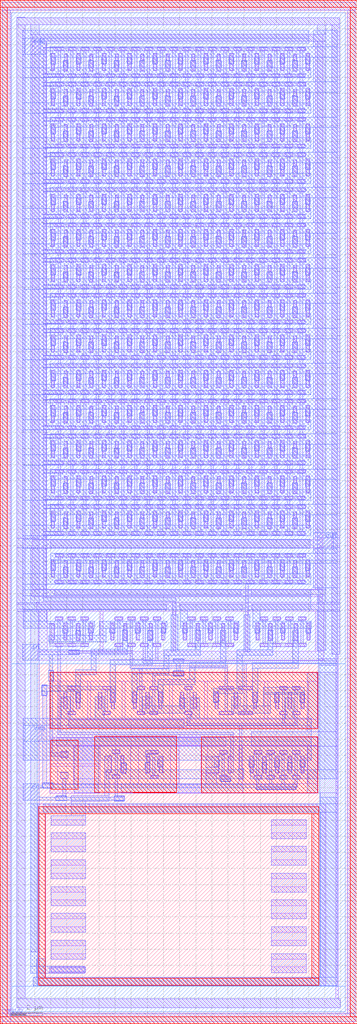
<source format=lef>
VERSION 5.7 ;
  NOWIREEXTENSIONATPIN ON ;
  DIVIDERCHAR "/" ;
  BUSBITCHARS "[]" ;
MACRO follower_amp
  CLASS BLOCK ;
  FOREIGN follower_amp ;
  ORIGIN 0.130 7.610 ;
  SIZE 22.140 BY 63.375 ;
  PIN vsub
    DIRECTION INOUT ;
    USE GROUND ;
    PORT
      LAYER met1 ;
        RECT 0.000 -7.480 0.540 -6.735 ;
    END
  END vsub
  PIN vdd
    DIRECTION INOUT ;
    USE POWER ;
    PORT
      LAYER met2 ;
        RECT 1.380 52.410 2.380 53.410 ;
    END
  END vdd
  PIN out
    DIRECTION INOUT ;
    ANTENNAGATEAREA 2.400000 ;
    ANTENNADIFFAREA 48.430000 ;
    PORT
      LAYER met2 ;
        RECT 19.530 21.790 20.530 22.790 ;
    END
  END out
  PIN ena
    ANTENNAGATEAREA 0.702500 ;
    ANTENNADIFFAREA 0.202500 ;
    PORT
      LAYER met2 ;
        RECT 1.305 6.235 2.305 7.235 ;
    END
  END ena
  PIN vss
    DIRECTION INOUT ;
    USE GROUND ;
    PORT
      LAYER met2 ;
        RECT 1.415 9.875 2.415 10.875 ;
    END
  END vss
  PIN in
    DIRECTION INOUT ;
    ANTENNAGATEAREA 2.602500 ;
    ANTENNADIFFAREA 0.202500 ;
    PORT
      LAYER met2 ;
        RECT 1.285 14.900 2.285 15.900 ;
    END
  END in
  OBS
      LAYER pwell ;
        RECT -0.130 55.335 22.010 55.765 ;
        RECT -0.130 -7.180 0.300 55.335 ;
      LAYER nwell ;
        RECT 0.600 14.675 21.270 54.980 ;
        RECT 0.600 -5.300 2.175 14.675 ;
      LAYER pwell ;
        RECT 2.970 10.665 19.570 14.145 ;
        RECT 5.715 10.175 8.395 10.190 ;
        RECT 2.990 6.895 4.720 9.925 ;
        RECT 5.715 6.710 10.805 10.175 ;
        RECT 8.105 6.695 10.805 6.710 ;
        RECT 12.370 10.160 15.050 10.165 ;
        RECT 12.370 6.685 19.570 10.160 ;
        RECT 14.520 6.680 19.570 6.685 ;
        RECT 2.245 5.380 19.625 5.810 ;
        RECT 2.245 -4.800 2.675 5.380 ;
        RECT 19.195 -4.800 19.625 5.380 ;
        RECT 2.245 -5.230 19.625 -4.800 ;
      LAYER nwell ;
        RECT 19.695 -5.300 21.270 14.675 ;
        RECT 0.600 -6.875 21.270 -5.300 ;
      LAYER pwell ;
        RECT 21.580 -7.180 22.010 55.335 ;
        RECT -0.130 -7.610 22.010 -7.180 ;
      LAYER li1 ;
        RECT 0.000 55.145 21.885 55.645 ;
        RECT 0.000 -6.970 0.540 55.145 ;
        RECT 0.895 54.695 1.415 54.715 ;
        RECT 0.895 54.240 20.940 54.695 ;
        RECT 0.895 -6.075 1.415 54.240 ;
        RECT 1.860 53.215 19.865 53.660 ;
        RECT 1.860 22.360 2.710 53.215 ;
        RECT 3.295 52.660 3.795 52.830 ;
        RECT 4.085 52.660 4.585 52.830 ;
        RECT 4.875 52.660 5.375 52.830 ;
        RECT 5.665 52.660 6.165 52.830 ;
        RECT 6.455 52.660 6.955 52.830 ;
        RECT 7.245 52.660 7.745 52.830 ;
        RECT 8.035 52.660 8.535 52.830 ;
        RECT 8.825 52.660 9.325 52.830 ;
        RECT 9.615 52.660 10.115 52.830 ;
        RECT 10.405 52.660 10.905 52.830 ;
        RECT 11.195 52.660 11.695 52.830 ;
        RECT 11.985 52.660 12.485 52.830 ;
        RECT 12.775 52.660 13.275 52.830 ;
        RECT 13.565 52.660 14.065 52.830 ;
        RECT 14.355 52.660 14.855 52.830 ;
        RECT 15.145 52.660 15.645 52.830 ;
        RECT 15.935 52.660 16.435 52.830 ;
        RECT 16.725 52.660 17.225 52.830 ;
        RECT 17.515 52.660 18.015 52.830 ;
        RECT 18.305 52.660 18.805 52.830 ;
        RECT 3.065 51.405 3.235 52.445 ;
        RECT 3.855 51.405 4.025 52.445 ;
        RECT 4.645 51.405 4.815 52.445 ;
        RECT 5.435 51.405 5.605 52.445 ;
        RECT 6.225 51.405 6.395 52.445 ;
        RECT 7.015 51.405 7.185 52.445 ;
        RECT 7.805 51.405 7.975 52.445 ;
        RECT 8.595 51.405 8.765 52.445 ;
        RECT 9.385 51.405 9.555 52.445 ;
        RECT 10.175 51.405 10.345 52.445 ;
        RECT 10.965 51.405 11.135 52.445 ;
        RECT 11.755 51.405 11.925 52.445 ;
        RECT 12.545 51.405 12.715 52.445 ;
        RECT 13.335 51.405 13.505 52.445 ;
        RECT 14.125 51.405 14.295 52.445 ;
        RECT 14.915 51.405 15.085 52.445 ;
        RECT 15.705 51.405 15.875 52.445 ;
        RECT 16.495 51.405 16.665 52.445 ;
        RECT 17.285 51.405 17.455 52.445 ;
        RECT 18.075 51.405 18.245 52.445 ;
        RECT 18.865 51.405 19.035 52.445 ;
        RECT 3.295 51.020 3.795 51.190 ;
        RECT 4.085 51.020 4.585 51.190 ;
        RECT 4.875 51.020 5.375 51.190 ;
        RECT 5.665 51.020 6.165 51.190 ;
        RECT 6.455 51.020 6.955 51.190 ;
        RECT 7.245 51.020 7.745 51.190 ;
        RECT 8.035 51.020 8.535 51.190 ;
        RECT 8.825 51.020 9.325 51.190 ;
        RECT 9.615 51.020 10.115 51.190 ;
        RECT 10.405 51.020 10.905 51.190 ;
        RECT 11.195 51.020 11.695 51.190 ;
        RECT 11.985 51.020 12.485 51.190 ;
        RECT 12.775 51.020 13.275 51.190 ;
        RECT 13.565 51.020 14.065 51.190 ;
        RECT 14.355 51.020 14.855 51.190 ;
        RECT 15.145 51.020 15.645 51.190 ;
        RECT 15.935 51.020 16.435 51.190 ;
        RECT 16.725 51.020 17.225 51.190 ;
        RECT 17.515 51.020 18.015 51.190 ;
        RECT 18.305 51.020 18.805 51.190 ;
        RECT 3.295 50.480 3.795 50.650 ;
        RECT 4.085 50.480 4.585 50.650 ;
        RECT 4.875 50.480 5.375 50.650 ;
        RECT 5.665 50.480 6.165 50.650 ;
        RECT 6.455 50.480 6.955 50.650 ;
        RECT 7.245 50.480 7.745 50.650 ;
        RECT 8.035 50.480 8.535 50.650 ;
        RECT 8.825 50.480 9.325 50.650 ;
        RECT 9.615 50.480 10.115 50.650 ;
        RECT 10.405 50.480 10.905 50.650 ;
        RECT 11.195 50.480 11.695 50.650 ;
        RECT 11.985 50.480 12.485 50.650 ;
        RECT 12.775 50.480 13.275 50.650 ;
        RECT 13.565 50.480 14.065 50.650 ;
        RECT 14.355 50.480 14.855 50.650 ;
        RECT 15.145 50.480 15.645 50.650 ;
        RECT 15.935 50.480 16.435 50.650 ;
        RECT 16.725 50.480 17.225 50.650 ;
        RECT 17.515 50.480 18.015 50.650 ;
        RECT 18.305 50.480 18.805 50.650 ;
        RECT 3.065 49.225 3.235 50.265 ;
        RECT 3.855 49.225 4.025 50.265 ;
        RECT 4.645 49.225 4.815 50.265 ;
        RECT 5.435 49.225 5.605 50.265 ;
        RECT 6.225 49.225 6.395 50.265 ;
        RECT 7.015 49.225 7.185 50.265 ;
        RECT 7.805 49.225 7.975 50.265 ;
        RECT 8.595 49.225 8.765 50.265 ;
        RECT 9.385 49.225 9.555 50.265 ;
        RECT 10.175 49.225 10.345 50.265 ;
        RECT 10.965 49.225 11.135 50.265 ;
        RECT 11.755 49.225 11.925 50.265 ;
        RECT 12.545 49.225 12.715 50.265 ;
        RECT 13.335 49.225 13.505 50.265 ;
        RECT 14.125 49.225 14.295 50.265 ;
        RECT 14.915 49.225 15.085 50.265 ;
        RECT 15.705 49.225 15.875 50.265 ;
        RECT 16.495 49.225 16.665 50.265 ;
        RECT 17.285 49.225 17.455 50.265 ;
        RECT 18.075 49.225 18.245 50.265 ;
        RECT 18.865 49.225 19.035 50.265 ;
        RECT 3.295 48.840 3.795 49.010 ;
        RECT 4.085 48.840 4.585 49.010 ;
        RECT 4.875 48.840 5.375 49.010 ;
        RECT 5.665 48.840 6.165 49.010 ;
        RECT 6.455 48.840 6.955 49.010 ;
        RECT 7.245 48.840 7.745 49.010 ;
        RECT 8.035 48.840 8.535 49.010 ;
        RECT 8.825 48.840 9.325 49.010 ;
        RECT 9.615 48.840 10.115 49.010 ;
        RECT 10.405 48.840 10.905 49.010 ;
        RECT 11.195 48.840 11.695 49.010 ;
        RECT 11.985 48.840 12.485 49.010 ;
        RECT 12.775 48.840 13.275 49.010 ;
        RECT 13.565 48.840 14.065 49.010 ;
        RECT 14.355 48.840 14.855 49.010 ;
        RECT 15.145 48.840 15.645 49.010 ;
        RECT 15.935 48.840 16.435 49.010 ;
        RECT 16.725 48.840 17.225 49.010 ;
        RECT 17.515 48.840 18.015 49.010 ;
        RECT 18.305 48.840 18.805 49.010 ;
        RECT 3.295 48.300 3.795 48.470 ;
        RECT 4.085 48.300 4.585 48.470 ;
        RECT 4.875 48.300 5.375 48.470 ;
        RECT 5.665 48.300 6.165 48.470 ;
        RECT 6.455 48.300 6.955 48.470 ;
        RECT 7.245 48.300 7.745 48.470 ;
        RECT 8.035 48.300 8.535 48.470 ;
        RECT 8.825 48.300 9.325 48.470 ;
        RECT 9.615 48.300 10.115 48.470 ;
        RECT 10.405 48.300 10.905 48.470 ;
        RECT 11.195 48.300 11.695 48.470 ;
        RECT 11.985 48.300 12.485 48.470 ;
        RECT 12.775 48.300 13.275 48.470 ;
        RECT 13.565 48.300 14.065 48.470 ;
        RECT 14.355 48.300 14.855 48.470 ;
        RECT 15.145 48.300 15.645 48.470 ;
        RECT 15.935 48.300 16.435 48.470 ;
        RECT 16.725 48.300 17.225 48.470 ;
        RECT 17.515 48.300 18.015 48.470 ;
        RECT 18.305 48.300 18.805 48.470 ;
        RECT 3.065 47.045 3.235 48.085 ;
        RECT 3.855 47.045 4.025 48.085 ;
        RECT 4.645 47.045 4.815 48.085 ;
        RECT 5.435 47.045 5.605 48.085 ;
        RECT 6.225 47.045 6.395 48.085 ;
        RECT 7.015 47.045 7.185 48.085 ;
        RECT 7.805 47.045 7.975 48.085 ;
        RECT 8.595 47.045 8.765 48.085 ;
        RECT 9.385 47.045 9.555 48.085 ;
        RECT 10.175 47.045 10.345 48.085 ;
        RECT 10.965 47.045 11.135 48.085 ;
        RECT 11.755 47.045 11.925 48.085 ;
        RECT 12.545 47.045 12.715 48.085 ;
        RECT 13.335 47.045 13.505 48.085 ;
        RECT 14.125 47.045 14.295 48.085 ;
        RECT 14.915 47.045 15.085 48.085 ;
        RECT 15.705 47.045 15.875 48.085 ;
        RECT 16.495 47.045 16.665 48.085 ;
        RECT 17.285 47.045 17.455 48.085 ;
        RECT 18.075 47.045 18.245 48.085 ;
        RECT 18.865 47.045 19.035 48.085 ;
        RECT 3.295 46.660 3.795 46.830 ;
        RECT 4.085 46.660 4.585 46.830 ;
        RECT 4.875 46.660 5.375 46.830 ;
        RECT 5.665 46.660 6.165 46.830 ;
        RECT 6.455 46.660 6.955 46.830 ;
        RECT 7.245 46.660 7.745 46.830 ;
        RECT 8.035 46.660 8.535 46.830 ;
        RECT 8.825 46.660 9.325 46.830 ;
        RECT 9.615 46.660 10.115 46.830 ;
        RECT 10.405 46.660 10.905 46.830 ;
        RECT 11.195 46.660 11.695 46.830 ;
        RECT 11.985 46.660 12.485 46.830 ;
        RECT 12.775 46.660 13.275 46.830 ;
        RECT 13.565 46.660 14.065 46.830 ;
        RECT 14.355 46.660 14.855 46.830 ;
        RECT 15.145 46.660 15.645 46.830 ;
        RECT 15.935 46.660 16.435 46.830 ;
        RECT 16.725 46.660 17.225 46.830 ;
        RECT 17.515 46.660 18.015 46.830 ;
        RECT 18.305 46.660 18.805 46.830 ;
        RECT 3.295 46.120 3.795 46.290 ;
        RECT 4.085 46.120 4.585 46.290 ;
        RECT 4.875 46.120 5.375 46.290 ;
        RECT 5.665 46.120 6.165 46.290 ;
        RECT 6.455 46.120 6.955 46.290 ;
        RECT 7.245 46.120 7.745 46.290 ;
        RECT 8.035 46.120 8.535 46.290 ;
        RECT 8.825 46.120 9.325 46.290 ;
        RECT 9.615 46.120 10.115 46.290 ;
        RECT 10.405 46.120 10.905 46.290 ;
        RECT 11.195 46.120 11.695 46.290 ;
        RECT 11.985 46.120 12.485 46.290 ;
        RECT 12.775 46.120 13.275 46.290 ;
        RECT 13.565 46.120 14.065 46.290 ;
        RECT 14.355 46.120 14.855 46.290 ;
        RECT 15.145 46.120 15.645 46.290 ;
        RECT 15.935 46.120 16.435 46.290 ;
        RECT 16.725 46.120 17.225 46.290 ;
        RECT 17.515 46.120 18.015 46.290 ;
        RECT 18.305 46.120 18.805 46.290 ;
        RECT 3.065 44.865 3.235 45.905 ;
        RECT 3.855 44.865 4.025 45.905 ;
        RECT 4.645 44.865 4.815 45.905 ;
        RECT 5.435 44.865 5.605 45.905 ;
        RECT 6.225 44.865 6.395 45.905 ;
        RECT 7.015 44.865 7.185 45.905 ;
        RECT 7.805 44.865 7.975 45.905 ;
        RECT 8.595 44.865 8.765 45.905 ;
        RECT 9.385 44.865 9.555 45.905 ;
        RECT 10.175 44.865 10.345 45.905 ;
        RECT 10.965 44.865 11.135 45.905 ;
        RECT 11.755 44.865 11.925 45.905 ;
        RECT 12.545 44.865 12.715 45.905 ;
        RECT 13.335 44.865 13.505 45.905 ;
        RECT 14.125 44.865 14.295 45.905 ;
        RECT 14.915 44.865 15.085 45.905 ;
        RECT 15.705 44.865 15.875 45.905 ;
        RECT 16.495 44.865 16.665 45.905 ;
        RECT 17.285 44.865 17.455 45.905 ;
        RECT 18.075 44.865 18.245 45.905 ;
        RECT 18.865 44.865 19.035 45.905 ;
        RECT 3.295 44.480 3.795 44.650 ;
        RECT 4.085 44.480 4.585 44.650 ;
        RECT 4.875 44.480 5.375 44.650 ;
        RECT 5.665 44.480 6.165 44.650 ;
        RECT 6.455 44.480 6.955 44.650 ;
        RECT 7.245 44.480 7.745 44.650 ;
        RECT 8.035 44.480 8.535 44.650 ;
        RECT 8.825 44.480 9.325 44.650 ;
        RECT 9.615 44.480 10.115 44.650 ;
        RECT 10.405 44.480 10.905 44.650 ;
        RECT 11.195 44.480 11.695 44.650 ;
        RECT 11.985 44.480 12.485 44.650 ;
        RECT 12.775 44.480 13.275 44.650 ;
        RECT 13.565 44.480 14.065 44.650 ;
        RECT 14.355 44.480 14.855 44.650 ;
        RECT 15.145 44.480 15.645 44.650 ;
        RECT 15.935 44.480 16.435 44.650 ;
        RECT 16.725 44.480 17.225 44.650 ;
        RECT 17.515 44.480 18.015 44.650 ;
        RECT 18.305 44.480 18.805 44.650 ;
        RECT 3.295 43.940 3.795 44.110 ;
        RECT 4.085 43.940 4.585 44.110 ;
        RECT 4.875 43.940 5.375 44.110 ;
        RECT 5.665 43.940 6.165 44.110 ;
        RECT 6.455 43.940 6.955 44.110 ;
        RECT 7.245 43.940 7.745 44.110 ;
        RECT 8.035 43.940 8.535 44.110 ;
        RECT 8.825 43.940 9.325 44.110 ;
        RECT 9.615 43.940 10.115 44.110 ;
        RECT 10.405 43.940 10.905 44.110 ;
        RECT 11.195 43.940 11.695 44.110 ;
        RECT 11.985 43.940 12.485 44.110 ;
        RECT 12.775 43.940 13.275 44.110 ;
        RECT 13.565 43.940 14.065 44.110 ;
        RECT 14.355 43.940 14.855 44.110 ;
        RECT 15.145 43.940 15.645 44.110 ;
        RECT 15.935 43.940 16.435 44.110 ;
        RECT 16.725 43.940 17.225 44.110 ;
        RECT 17.515 43.940 18.015 44.110 ;
        RECT 18.305 43.940 18.805 44.110 ;
        RECT 3.065 42.685 3.235 43.725 ;
        RECT 3.855 42.685 4.025 43.725 ;
        RECT 4.645 42.685 4.815 43.725 ;
        RECT 5.435 42.685 5.605 43.725 ;
        RECT 6.225 42.685 6.395 43.725 ;
        RECT 7.015 42.685 7.185 43.725 ;
        RECT 7.805 42.685 7.975 43.725 ;
        RECT 8.595 42.685 8.765 43.725 ;
        RECT 9.385 42.685 9.555 43.725 ;
        RECT 10.175 42.685 10.345 43.725 ;
        RECT 10.965 42.685 11.135 43.725 ;
        RECT 11.755 42.685 11.925 43.725 ;
        RECT 12.545 42.685 12.715 43.725 ;
        RECT 13.335 42.685 13.505 43.725 ;
        RECT 14.125 42.685 14.295 43.725 ;
        RECT 14.915 42.685 15.085 43.725 ;
        RECT 15.705 42.685 15.875 43.725 ;
        RECT 16.495 42.685 16.665 43.725 ;
        RECT 17.285 42.685 17.455 43.725 ;
        RECT 18.075 42.685 18.245 43.725 ;
        RECT 18.865 42.685 19.035 43.725 ;
        RECT 3.295 42.300 3.795 42.470 ;
        RECT 4.085 42.300 4.585 42.470 ;
        RECT 4.875 42.300 5.375 42.470 ;
        RECT 5.665 42.300 6.165 42.470 ;
        RECT 6.455 42.300 6.955 42.470 ;
        RECT 7.245 42.300 7.745 42.470 ;
        RECT 8.035 42.300 8.535 42.470 ;
        RECT 8.825 42.300 9.325 42.470 ;
        RECT 9.615 42.300 10.115 42.470 ;
        RECT 10.405 42.300 10.905 42.470 ;
        RECT 11.195 42.300 11.695 42.470 ;
        RECT 11.985 42.300 12.485 42.470 ;
        RECT 12.775 42.300 13.275 42.470 ;
        RECT 13.565 42.300 14.065 42.470 ;
        RECT 14.355 42.300 14.855 42.470 ;
        RECT 15.145 42.300 15.645 42.470 ;
        RECT 15.935 42.300 16.435 42.470 ;
        RECT 16.725 42.300 17.225 42.470 ;
        RECT 17.515 42.300 18.015 42.470 ;
        RECT 18.305 42.300 18.805 42.470 ;
        RECT 3.295 41.760 3.795 41.930 ;
        RECT 4.085 41.760 4.585 41.930 ;
        RECT 4.875 41.760 5.375 41.930 ;
        RECT 5.665 41.760 6.165 41.930 ;
        RECT 6.455 41.760 6.955 41.930 ;
        RECT 7.245 41.760 7.745 41.930 ;
        RECT 8.035 41.760 8.535 41.930 ;
        RECT 8.825 41.760 9.325 41.930 ;
        RECT 9.615 41.760 10.115 41.930 ;
        RECT 10.405 41.760 10.905 41.930 ;
        RECT 11.195 41.760 11.695 41.930 ;
        RECT 11.985 41.760 12.485 41.930 ;
        RECT 12.775 41.760 13.275 41.930 ;
        RECT 13.565 41.760 14.065 41.930 ;
        RECT 14.355 41.760 14.855 41.930 ;
        RECT 15.145 41.760 15.645 41.930 ;
        RECT 15.935 41.760 16.435 41.930 ;
        RECT 16.725 41.760 17.225 41.930 ;
        RECT 17.515 41.760 18.015 41.930 ;
        RECT 18.305 41.760 18.805 41.930 ;
        RECT 3.065 40.505 3.235 41.545 ;
        RECT 3.855 40.505 4.025 41.545 ;
        RECT 4.645 40.505 4.815 41.545 ;
        RECT 5.435 40.505 5.605 41.545 ;
        RECT 6.225 40.505 6.395 41.545 ;
        RECT 7.015 40.505 7.185 41.545 ;
        RECT 7.805 40.505 7.975 41.545 ;
        RECT 8.595 40.505 8.765 41.545 ;
        RECT 9.385 40.505 9.555 41.545 ;
        RECT 10.175 40.505 10.345 41.545 ;
        RECT 10.965 40.505 11.135 41.545 ;
        RECT 11.755 40.505 11.925 41.545 ;
        RECT 12.545 40.505 12.715 41.545 ;
        RECT 13.335 40.505 13.505 41.545 ;
        RECT 14.125 40.505 14.295 41.545 ;
        RECT 14.915 40.505 15.085 41.545 ;
        RECT 15.705 40.505 15.875 41.545 ;
        RECT 16.495 40.505 16.665 41.545 ;
        RECT 17.285 40.505 17.455 41.545 ;
        RECT 18.075 40.505 18.245 41.545 ;
        RECT 18.865 40.505 19.035 41.545 ;
        RECT 3.295 40.120 3.795 40.290 ;
        RECT 4.085 40.120 4.585 40.290 ;
        RECT 4.875 40.120 5.375 40.290 ;
        RECT 5.665 40.120 6.165 40.290 ;
        RECT 6.455 40.120 6.955 40.290 ;
        RECT 7.245 40.120 7.745 40.290 ;
        RECT 8.035 40.120 8.535 40.290 ;
        RECT 8.825 40.120 9.325 40.290 ;
        RECT 9.615 40.120 10.115 40.290 ;
        RECT 10.405 40.120 10.905 40.290 ;
        RECT 11.195 40.120 11.695 40.290 ;
        RECT 11.985 40.120 12.485 40.290 ;
        RECT 12.775 40.120 13.275 40.290 ;
        RECT 13.565 40.120 14.065 40.290 ;
        RECT 14.355 40.120 14.855 40.290 ;
        RECT 15.145 40.120 15.645 40.290 ;
        RECT 15.935 40.120 16.435 40.290 ;
        RECT 16.725 40.120 17.225 40.290 ;
        RECT 17.515 40.120 18.015 40.290 ;
        RECT 18.305 40.120 18.805 40.290 ;
        RECT 3.295 39.580 3.795 39.750 ;
        RECT 4.085 39.580 4.585 39.750 ;
        RECT 4.875 39.580 5.375 39.750 ;
        RECT 5.665 39.580 6.165 39.750 ;
        RECT 6.455 39.580 6.955 39.750 ;
        RECT 7.245 39.580 7.745 39.750 ;
        RECT 8.035 39.580 8.535 39.750 ;
        RECT 8.825 39.580 9.325 39.750 ;
        RECT 9.615 39.580 10.115 39.750 ;
        RECT 10.405 39.580 10.905 39.750 ;
        RECT 11.195 39.580 11.695 39.750 ;
        RECT 11.985 39.580 12.485 39.750 ;
        RECT 12.775 39.580 13.275 39.750 ;
        RECT 13.565 39.580 14.065 39.750 ;
        RECT 14.355 39.580 14.855 39.750 ;
        RECT 15.145 39.580 15.645 39.750 ;
        RECT 15.935 39.580 16.435 39.750 ;
        RECT 16.725 39.580 17.225 39.750 ;
        RECT 17.515 39.580 18.015 39.750 ;
        RECT 18.305 39.580 18.805 39.750 ;
        RECT 3.065 38.325 3.235 39.365 ;
        RECT 3.855 38.325 4.025 39.365 ;
        RECT 4.645 38.325 4.815 39.365 ;
        RECT 5.435 38.325 5.605 39.365 ;
        RECT 6.225 38.325 6.395 39.365 ;
        RECT 7.015 38.325 7.185 39.365 ;
        RECT 7.805 38.325 7.975 39.365 ;
        RECT 8.595 38.325 8.765 39.365 ;
        RECT 9.385 38.325 9.555 39.365 ;
        RECT 10.175 38.325 10.345 39.365 ;
        RECT 10.965 38.325 11.135 39.365 ;
        RECT 11.755 38.325 11.925 39.365 ;
        RECT 12.545 38.325 12.715 39.365 ;
        RECT 13.335 38.325 13.505 39.365 ;
        RECT 14.125 38.325 14.295 39.365 ;
        RECT 14.915 38.325 15.085 39.365 ;
        RECT 15.705 38.325 15.875 39.365 ;
        RECT 16.495 38.325 16.665 39.365 ;
        RECT 17.285 38.325 17.455 39.365 ;
        RECT 18.075 38.325 18.245 39.365 ;
        RECT 18.865 38.325 19.035 39.365 ;
        RECT 3.295 37.940 3.795 38.110 ;
        RECT 4.085 37.940 4.585 38.110 ;
        RECT 4.875 37.940 5.375 38.110 ;
        RECT 5.665 37.940 6.165 38.110 ;
        RECT 6.455 37.940 6.955 38.110 ;
        RECT 7.245 37.940 7.745 38.110 ;
        RECT 8.035 37.940 8.535 38.110 ;
        RECT 8.825 37.940 9.325 38.110 ;
        RECT 9.615 37.940 10.115 38.110 ;
        RECT 10.405 37.940 10.905 38.110 ;
        RECT 11.195 37.940 11.695 38.110 ;
        RECT 11.985 37.940 12.485 38.110 ;
        RECT 12.775 37.940 13.275 38.110 ;
        RECT 13.565 37.940 14.065 38.110 ;
        RECT 14.355 37.940 14.855 38.110 ;
        RECT 15.145 37.940 15.645 38.110 ;
        RECT 15.935 37.940 16.435 38.110 ;
        RECT 16.725 37.940 17.225 38.110 ;
        RECT 17.515 37.940 18.015 38.110 ;
        RECT 18.305 37.940 18.805 38.110 ;
        RECT 3.295 37.400 3.795 37.570 ;
        RECT 4.085 37.400 4.585 37.570 ;
        RECT 4.875 37.400 5.375 37.570 ;
        RECT 5.665 37.400 6.165 37.570 ;
        RECT 6.455 37.400 6.955 37.570 ;
        RECT 7.245 37.400 7.745 37.570 ;
        RECT 8.035 37.400 8.535 37.570 ;
        RECT 8.825 37.400 9.325 37.570 ;
        RECT 9.615 37.400 10.115 37.570 ;
        RECT 10.405 37.400 10.905 37.570 ;
        RECT 11.195 37.400 11.695 37.570 ;
        RECT 11.985 37.400 12.485 37.570 ;
        RECT 12.775 37.400 13.275 37.570 ;
        RECT 13.565 37.400 14.065 37.570 ;
        RECT 14.355 37.400 14.855 37.570 ;
        RECT 15.145 37.400 15.645 37.570 ;
        RECT 15.935 37.400 16.435 37.570 ;
        RECT 16.725 37.400 17.225 37.570 ;
        RECT 17.515 37.400 18.015 37.570 ;
        RECT 18.305 37.400 18.805 37.570 ;
        RECT 3.065 36.145 3.235 37.185 ;
        RECT 3.855 36.145 4.025 37.185 ;
        RECT 4.645 36.145 4.815 37.185 ;
        RECT 5.435 36.145 5.605 37.185 ;
        RECT 6.225 36.145 6.395 37.185 ;
        RECT 7.015 36.145 7.185 37.185 ;
        RECT 7.805 36.145 7.975 37.185 ;
        RECT 8.595 36.145 8.765 37.185 ;
        RECT 9.385 36.145 9.555 37.185 ;
        RECT 10.175 36.145 10.345 37.185 ;
        RECT 10.965 36.145 11.135 37.185 ;
        RECT 11.755 36.145 11.925 37.185 ;
        RECT 12.545 36.145 12.715 37.185 ;
        RECT 13.335 36.145 13.505 37.185 ;
        RECT 14.125 36.145 14.295 37.185 ;
        RECT 14.915 36.145 15.085 37.185 ;
        RECT 15.705 36.145 15.875 37.185 ;
        RECT 16.495 36.145 16.665 37.185 ;
        RECT 17.285 36.145 17.455 37.185 ;
        RECT 18.075 36.145 18.245 37.185 ;
        RECT 18.865 36.145 19.035 37.185 ;
        RECT 3.295 35.760 3.795 35.930 ;
        RECT 4.085 35.760 4.585 35.930 ;
        RECT 4.875 35.760 5.375 35.930 ;
        RECT 5.665 35.760 6.165 35.930 ;
        RECT 6.455 35.760 6.955 35.930 ;
        RECT 7.245 35.760 7.745 35.930 ;
        RECT 8.035 35.760 8.535 35.930 ;
        RECT 8.825 35.760 9.325 35.930 ;
        RECT 9.615 35.760 10.115 35.930 ;
        RECT 10.405 35.760 10.905 35.930 ;
        RECT 11.195 35.760 11.695 35.930 ;
        RECT 11.985 35.760 12.485 35.930 ;
        RECT 12.775 35.760 13.275 35.930 ;
        RECT 13.565 35.760 14.065 35.930 ;
        RECT 14.355 35.760 14.855 35.930 ;
        RECT 15.145 35.760 15.645 35.930 ;
        RECT 15.935 35.760 16.435 35.930 ;
        RECT 16.725 35.760 17.225 35.930 ;
        RECT 17.515 35.760 18.015 35.930 ;
        RECT 18.305 35.760 18.805 35.930 ;
        RECT 3.295 35.220 3.795 35.390 ;
        RECT 4.085 35.220 4.585 35.390 ;
        RECT 4.875 35.220 5.375 35.390 ;
        RECT 5.665 35.220 6.165 35.390 ;
        RECT 6.455 35.220 6.955 35.390 ;
        RECT 7.245 35.220 7.745 35.390 ;
        RECT 8.035 35.220 8.535 35.390 ;
        RECT 8.825 35.220 9.325 35.390 ;
        RECT 9.615 35.220 10.115 35.390 ;
        RECT 10.405 35.220 10.905 35.390 ;
        RECT 11.195 35.220 11.695 35.390 ;
        RECT 11.985 35.220 12.485 35.390 ;
        RECT 12.775 35.220 13.275 35.390 ;
        RECT 13.565 35.220 14.065 35.390 ;
        RECT 14.355 35.220 14.855 35.390 ;
        RECT 15.145 35.220 15.645 35.390 ;
        RECT 15.935 35.220 16.435 35.390 ;
        RECT 16.725 35.220 17.225 35.390 ;
        RECT 17.515 35.220 18.015 35.390 ;
        RECT 18.305 35.220 18.805 35.390 ;
        RECT 3.065 33.965 3.235 35.005 ;
        RECT 3.855 33.965 4.025 35.005 ;
        RECT 4.645 33.965 4.815 35.005 ;
        RECT 5.435 33.965 5.605 35.005 ;
        RECT 6.225 33.965 6.395 35.005 ;
        RECT 7.015 33.965 7.185 35.005 ;
        RECT 7.805 33.965 7.975 35.005 ;
        RECT 8.595 33.965 8.765 35.005 ;
        RECT 9.385 33.965 9.555 35.005 ;
        RECT 10.175 33.965 10.345 35.005 ;
        RECT 10.965 33.965 11.135 35.005 ;
        RECT 11.755 33.965 11.925 35.005 ;
        RECT 12.545 33.965 12.715 35.005 ;
        RECT 13.335 33.965 13.505 35.005 ;
        RECT 14.125 33.965 14.295 35.005 ;
        RECT 14.915 33.965 15.085 35.005 ;
        RECT 15.705 33.965 15.875 35.005 ;
        RECT 16.495 33.965 16.665 35.005 ;
        RECT 17.285 33.965 17.455 35.005 ;
        RECT 18.075 33.965 18.245 35.005 ;
        RECT 18.865 33.965 19.035 35.005 ;
        RECT 3.295 33.580 3.795 33.750 ;
        RECT 4.085 33.580 4.585 33.750 ;
        RECT 4.875 33.580 5.375 33.750 ;
        RECT 5.665 33.580 6.165 33.750 ;
        RECT 6.455 33.580 6.955 33.750 ;
        RECT 7.245 33.580 7.745 33.750 ;
        RECT 8.035 33.580 8.535 33.750 ;
        RECT 8.825 33.580 9.325 33.750 ;
        RECT 9.615 33.580 10.115 33.750 ;
        RECT 10.405 33.580 10.905 33.750 ;
        RECT 11.195 33.580 11.695 33.750 ;
        RECT 11.985 33.580 12.485 33.750 ;
        RECT 12.775 33.580 13.275 33.750 ;
        RECT 13.565 33.580 14.065 33.750 ;
        RECT 14.355 33.580 14.855 33.750 ;
        RECT 15.145 33.580 15.645 33.750 ;
        RECT 15.935 33.580 16.435 33.750 ;
        RECT 16.725 33.580 17.225 33.750 ;
        RECT 17.515 33.580 18.015 33.750 ;
        RECT 18.305 33.580 18.805 33.750 ;
        RECT 3.295 33.040 3.795 33.210 ;
        RECT 4.085 33.040 4.585 33.210 ;
        RECT 4.875 33.040 5.375 33.210 ;
        RECT 5.665 33.040 6.165 33.210 ;
        RECT 6.455 33.040 6.955 33.210 ;
        RECT 7.245 33.040 7.745 33.210 ;
        RECT 8.035 33.040 8.535 33.210 ;
        RECT 8.825 33.040 9.325 33.210 ;
        RECT 9.615 33.040 10.115 33.210 ;
        RECT 10.405 33.040 10.905 33.210 ;
        RECT 11.195 33.040 11.695 33.210 ;
        RECT 11.985 33.040 12.485 33.210 ;
        RECT 12.775 33.040 13.275 33.210 ;
        RECT 13.565 33.040 14.065 33.210 ;
        RECT 14.355 33.040 14.855 33.210 ;
        RECT 15.145 33.040 15.645 33.210 ;
        RECT 15.935 33.040 16.435 33.210 ;
        RECT 16.725 33.040 17.225 33.210 ;
        RECT 17.515 33.040 18.015 33.210 ;
        RECT 18.305 33.040 18.805 33.210 ;
        RECT 3.065 31.785 3.235 32.825 ;
        RECT 3.855 31.785 4.025 32.825 ;
        RECT 4.645 31.785 4.815 32.825 ;
        RECT 5.435 31.785 5.605 32.825 ;
        RECT 6.225 31.785 6.395 32.825 ;
        RECT 7.015 31.785 7.185 32.825 ;
        RECT 7.805 31.785 7.975 32.825 ;
        RECT 8.595 31.785 8.765 32.825 ;
        RECT 9.385 31.785 9.555 32.825 ;
        RECT 10.175 31.785 10.345 32.825 ;
        RECT 10.965 31.785 11.135 32.825 ;
        RECT 11.755 31.785 11.925 32.825 ;
        RECT 12.545 31.785 12.715 32.825 ;
        RECT 13.335 31.785 13.505 32.825 ;
        RECT 14.125 31.785 14.295 32.825 ;
        RECT 14.915 31.785 15.085 32.825 ;
        RECT 15.705 31.785 15.875 32.825 ;
        RECT 16.495 31.785 16.665 32.825 ;
        RECT 17.285 31.785 17.455 32.825 ;
        RECT 18.075 31.785 18.245 32.825 ;
        RECT 18.865 31.785 19.035 32.825 ;
        RECT 3.295 31.400 3.795 31.570 ;
        RECT 4.085 31.400 4.585 31.570 ;
        RECT 4.875 31.400 5.375 31.570 ;
        RECT 5.665 31.400 6.165 31.570 ;
        RECT 6.455 31.400 6.955 31.570 ;
        RECT 7.245 31.400 7.745 31.570 ;
        RECT 8.035 31.400 8.535 31.570 ;
        RECT 8.825 31.400 9.325 31.570 ;
        RECT 9.615 31.400 10.115 31.570 ;
        RECT 10.405 31.400 10.905 31.570 ;
        RECT 11.195 31.400 11.695 31.570 ;
        RECT 11.985 31.400 12.485 31.570 ;
        RECT 12.775 31.400 13.275 31.570 ;
        RECT 13.565 31.400 14.065 31.570 ;
        RECT 14.355 31.400 14.855 31.570 ;
        RECT 15.145 31.400 15.645 31.570 ;
        RECT 15.935 31.400 16.435 31.570 ;
        RECT 16.725 31.400 17.225 31.570 ;
        RECT 17.515 31.400 18.015 31.570 ;
        RECT 18.305 31.400 18.805 31.570 ;
        RECT 3.295 30.860 3.795 31.030 ;
        RECT 4.085 30.860 4.585 31.030 ;
        RECT 4.875 30.860 5.375 31.030 ;
        RECT 5.665 30.860 6.165 31.030 ;
        RECT 6.455 30.860 6.955 31.030 ;
        RECT 7.245 30.860 7.745 31.030 ;
        RECT 8.035 30.860 8.535 31.030 ;
        RECT 8.825 30.860 9.325 31.030 ;
        RECT 9.615 30.860 10.115 31.030 ;
        RECT 10.405 30.860 10.905 31.030 ;
        RECT 11.195 30.860 11.695 31.030 ;
        RECT 11.985 30.860 12.485 31.030 ;
        RECT 12.775 30.860 13.275 31.030 ;
        RECT 13.565 30.860 14.065 31.030 ;
        RECT 14.355 30.860 14.855 31.030 ;
        RECT 15.145 30.860 15.645 31.030 ;
        RECT 15.935 30.860 16.435 31.030 ;
        RECT 16.725 30.860 17.225 31.030 ;
        RECT 17.515 30.860 18.015 31.030 ;
        RECT 18.305 30.860 18.805 31.030 ;
        RECT 3.065 29.605 3.235 30.645 ;
        RECT 3.855 29.605 4.025 30.645 ;
        RECT 4.645 29.605 4.815 30.645 ;
        RECT 5.435 29.605 5.605 30.645 ;
        RECT 6.225 29.605 6.395 30.645 ;
        RECT 7.015 29.605 7.185 30.645 ;
        RECT 7.805 29.605 7.975 30.645 ;
        RECT 8.595 29.605 8.765 30.645 ;
        RECT 9.385 29.605 9.555 30.645 ;
        RECT 10.175 29.605 10.345 30.645 ;
        RECT 10.965 29.605 11.135 30.645 ;
        RECT 11.755 29.605 11.925 30.645 ;
        RECT 12.545 29.605 12.715 30.645 ;
        RECT 13.335 29.605 13.505 30.645 ;
        RECT 14.125 29.605 14.295 30.645 ;
        RECT 14.915 29.605 15.085 30.645 ;
        RECT 15.705 29.605 15.875 30.645 ;
        RECT 16.495 29.605 16.665 30.645 ;
        RECT 17.285 29.605 17.455 30.645 ;
        RECT 18.075 29.605 18.245 30.645 ;
        RECT 18.865 29.605 19.035 30.645 ;
        RECT 3.295 29.220 3.795 29.390 ;
        RECT 4.085 29.220 4.585 29.390 ;
        RECT 4.875 29.220 5.375 29.390 ;
        RECT 5.665 29.220 6.165 29.390 ;
        RECT 6.455 29.220 6.955 29.390 ;
        RECT 7.245 29.220 7.745 29.390 ;
        RECT 8.035 29.220 8.535 29.390 ;
        RECT 8.825 29.220 9.325 29.390 ;
        RECT 9.615 29.220 10.115 29.390 ;
        RECT 10.405 29.220 10.905 29.390 ;
        RECT 11.195 29.220 11.695 29.390 ;
        RECT 11.985 29.220 12.485 29.390 ;
        RECT 12.775 29.220 13.275 29.390 ;
        RECT 13.565 29.220 14.065 29.390 ;
        RECT 14.355 29.220 14.855 29.390 ;
        RECT 15.145 29.220 15.645 29.390 ;
        RECT 15.935 29.220 16.435 29.390 ;
        RECT 16.725 29.220 17.225 29.390 ;
        RECT 17.515 29.220 18.015 29.390 ;
        RECT 18.305 29.220 18.805 29.390 ;
        RECT 3.295 28.680 3.795 28.850 ;
        RECT 4.085 28.680 4.585 28.850 ;
        RECT 4.875 28.680 5.375 28.850 ;
        RECT 5.665 28.680 6.165 28.850 ;
        RECT 6.455 28.680 6.955 28.850 ;
        RECT 7.245 28.680 7.745 28.850 ;
        RECT 8.035 28.680 8.535 28.850 ;
        RECT 8.825 28.680 9.325 28.850 ;
        RECT 9.615 28.680 10.115 28.850 ;
        RECT 10.405 28.680 10.905 28.850 ;
        RECT 11.195 28.680 11.695 28.850 ;
        RECT 11.985 28.680 12.485 28.850 ;
        RECT 12.775 28.680 13.275 28.850 ;
        RECT 13.565 28.680 14.065 28.850 ;
        RECT 14.355 28.680 14.855 28.850 ;
        RECT 15.145 28.680 15.645 28.850 ;
        RECT 15.935 28.680 16.435 28.850 ;
        RECT 16.725 28.680 17.225 28.850 ;
        RECT 17.515 28.680 18.015 28.850 ;
        RECT 18.305 28.680 18.805 28.850 ;
        RECT 3.065 27.425 3.235 28.465 ;
        RECT 3.855 27.425 4.025 28.465 ;
        RECT 4.645 27.425 4.815 28.465 ;
        RECT 5.435 27.425 5.605 28.465 ;
        RECT 6.225 27.425 6.395 28.465 ;
        RECT 7.015 27.425 7.185 28.465 ;
        RECT 7.805 27.425 7.975 28.465 ;
        RECT 8.595 27.425 8.765 28.465 ;
        RECT 9.385 27.425 9.555 28.465 ;
        RECT 10.175 27.425 10.345 28.465 ;
        RECT 10.965 27.425 11.135 28.465 ;
        RECT 11.755 27.425 11.925 28.465 ;
        RECT 12.545 27.425 12.715 28.465 ;
        RECT 13.335 27.425 13.505 28.465 ;
        RECT 14.125 27.425 14.295 28.465 ;
        RECT 14.915 27.425 15.085 28.465 ;
        RECT 15.705 27.425 15.875 28.465 ;
        RECT 16.495 27.425 16.665 28.465 ;
        RECT 17.285 27.425 17.455 28.465 ;
        RECT 18.075 27.425 18.245 28.465 ;
        RECT 18.865 27.425 19.035 28.465 ;
        RECT 3.295 27.040 3.795 27.210 ;
        RECT 4.085 27.040 4.585 27.210 ;
        RECT 4.875 27.040 5.375 27.210 ;
        RECT 5.665 27.040 6.165 27.210 ;
        RECT 6.455 27.040 6.955 27.210 ;
        RECT 7.245 27.040 7.745 27.210 ;
        RECT 8.035 27.040 8.535 27.210 ;
        RECT 8.825 27.040 9.325 27.210 ;
        RECT 9.615 27.040 10.115 27.210 ;
        RECT 10.405 27.040 10.905 27.210 ;
        RECT 11.195 27.040 11.695 27.210 ;
        RECT 11.985 27.040 12.485 27.210 ;
        RECT 12.775 27.040 13.275 27.210 ;
        RECT 13.565 27.040 14.065 27.210 ;
        RECT 14.355 27.040 14.855 27.210 ;
        RECT 15.145 27.040 15.645 27.210 ;
        RECT 15.935 27.040 16.435 27.210 ;
        RECT 16.725 27.040 17.225 27.210 ;
        RECT 17.515 27.040 18.015 27.210 ;
        RECT 18.305 27.040 18.805 27.210 ;
        RECT 3.295 26.500 3.795 26.670 ;
        RECT 4.085 26.500 4.585 26.670 ;
        RECT 4.875 26.500 5.375 26.670 ;
        RECT 5.665 26.500 6.165 26.670 ;
        RECT 6.455 26.500 6.955 26.670 ;
        RECT 7.245 26.500 7.745 26.670 ;
        RECT 8.035 26.500 8.535 26.670 ;
        RECT 8.825 26.500 9.325 26.670 ;
        RECT 9.615 26.500 10.115 26.670 ;
        RECT 10.405 26.500 10.905 26.670 ;
        RECT 11.195 26.500 11.695 26.670 ;
        RECT 11.985 26.500 12.485 26.670 ;
        RECT 12.775 26.500 13.275 26.670 ;
        RECT 13.565 26.500 14.065 26.670 ;
        RECT 14.355 26.500 14.855 26.670 ;
        RECT 15.145 26.500 15.645 26.670 ;
        RECT 15.935 26.500 16.435 26.670 ;
        RECT 16.725 26.500 17.225 26.670 ;
        RECT 17.515 26.500 18.015 26.670 ;
        RECT 18.305 26.500 18.805 26.670 ;
        RECT 3.065 25.245 3.235 26.285 ;
        RECT 3.855 25.245 4.025 26.285 ;
        RECT 4.645 25.245 4.815 26.285 ;
        RECT 5.435 25.245 5.605 26.285 ;
        RECT 6.225 25.245 6.395 26.285 ;
        RECT 7.015 25.245 7.185 26.285 ;
        RECT 7.805 25.245 7.975 26.285 ;
        RECT 8.595 25.245 8.765 26.285 ;
        RECT 9.385 25.245 9.555 26.285 ;
        RECT 10.175 25.245 10.345 26.285 ;
        RECT 10.965 25.245 11.135 26.285 ;
        RECT 11.755 25.245 11.925 26.285 ;
        RECT 12.545 25.245 12.715 26.285 ;
        RECT 13.335 25.245 13.505 26.285 ;
        RECT 14.125 25.245 14.295 26.285 ;
        RECT 14.915 25.245 15.085 26.285 ;
        RECT 15.705 25.245 15.875 26.285 ;
        RECT 16.495 25.245 16.665 26.285 ;
        RECT 17.285 25.245 17.455 26.285 ;
        RECT 18.075 25.245 18.245 26.285 ;
        RECT 18.865 25.245 19.035 26.285 ;
        RECT 3.295 24.860 3.795 25.030 ;
        RECT 4.085 24.860 4.585 25.030 ;
        RECT 4.875 24.860 5.375 25.030 ;
        RECT 5.665 24.860 6.165 25.030 ;
        RECT 6.455 24.860 6.955 25.030 ;
        RECT 7.245 24.860 7.745 25.030 ;
        RECT 8.035 24.860 8.535 25.030 ;
        RECT 8.825 24.860 9.325 25.030 ;
        RECT 9.615 24.860 10.115 25.030 ;
        RECT 10.405 24.860 10.905 25.030 ;
        RECT 11.195 24.860 11.695 25.030 ;
        RECT 11.985 24.860 12.485 25.030 ;
        RECT 12.775 24.860 13.275 25.030 ;
        RECT 13.565 24.860 14.065 25.030 ;
        RECT 14.355 24.860 14.855 25.030 ;
        RECT 15.145 24.860 15.645 25.030 ;
        RECT 15.935 24.860 16.435 25.030 ;
        RECT 16.725 24.860 17.225 25.030 ;
        RECT 17.515 24.860 18.015 25.030 ;
        RECT 18.305 24.860 18.805 25.030 ;
        RECT 3.295 24.320 3.795 24.490 ;
        RECT 4.085 24.320 4.585 24.490 ;
        RECT 4.875 24.320 5.375 24.490 ;
        RECT 5.665 24.320 6.165 24.490 ;
        RECT 6.455 24.320 6.955 24.490 ;
        RECT 7.245 24.320 7.745 24.490 ;
        RECT 8.035 24.320 8.535 24.490 ;
        RECT 8.825 24.320 9.325 24.490 ;
        RECT 9.615 24.320 10.115 24.490 ;
        RECT 10.405 24.320 10.905 24.490 ;
        RECT 11.195 24.320 11.695 24.490 ;
        RECT 11.985 24.320 12.485 24.490 ;
        RECT 12.775 24.320 13.275 24.490 ;
        RECT 13.565 24.320 14.065 24.490 ;
        RECT 14.355 24.320 14.855 24.490 ;
        RECT 15.145 24.320 15.645 24.490 ;
        RECT 15.935 24.320 16.435 24.490 ;
        RECT 16.725 24.320 17.225 24.490 ;
        RECT 17.515 24.320 18.015 24.490 ;
        RECT 18.305 24.320 18.805 24.490 ;
        RECT 3.065 23.065 3.235 24.105 ;
        RECT 3.855 23.065 4.025 24.105 ;
        RECT 4.645 23.065 4.815 24.105 ;
        RECT 5.435 23.065 5.605 24.105 ;
        RECT 6.225 23.065 6.395 24.105 ;
        RECT 7.015 23.065 7.185 24.105 ;
        RECT 7.805 23.065 7.975 24.105 ;
        RECT 8.595 23.065 8.765 24.105 ;
        RECT 9.385 23.065 9.555 24.105 ;
        RECT 10.175 23.065 10.345 24.105 ;
        RECT 10.965 23.065 11.135 24.105 ;
        RECT 11.755 23.065 11.925 24.105 ;
        RECT 12.545 23.065 12.715 24.105 ;
        RECT 13.335 23.065 13.505 24.105 ;
        RECT 14.125 23.065 14.295 24.105 ;
        RECT 14.915 23.065 15.085 24.105 ;
        RECT 15.705 23.065 15.875 24.105 ;
        RECT 16.495 23.065 16.665 24.105 ;
        RECT 17.285 23.065 17.455 24.105 ;
        RECT 18.075 23.065 18.245 24.105 ;
        RECT 18.865 23.065 19.035 24.105 ;
        RECT 3.295 22.680 3.795 22.850 ;
        RECT 4.085 22.680 4.585 22.850 ;
        RECT 4.875 22.680 5.375 22.850 ;
        RECT 5.665 22.680 6.165 22.850 ;
        RECT 6.455 22.680 6.955 22.850 ;
        RECT 7.245 22.680 7.745 22.850 ;
        RECT 8.035 22.680 8.535 22.850 ;
        RECT 8.825 22.680 9.325 22.850 ;
        RECT 9.615 22.680 10.115 22.850 ;
        RECT 10.405 22.680 10.905 22.850 ;
        RECT 11.195 22.680 11.695 22.850 ;
        RECT 11.985 22.680 12.485 22.850 ;
        RECT 12.775 22.680 13.275 22.850 ;
        RECT 13.565 22.680 14.065 22.850 ;
        RECT 14.355 22.680 14.855 22.850 ;
        RECT 15.145 22.680 15.645 22.850 ;
        RECT 15.935 22.680 16.435 22.850 ;
        RECT 16.725 22.680 17.225 22.850 ;
        RECT 17.515 22.680 18.015 22.850 ;
        RECT 18.305 22.680 18.805 22.850 ;
        RECT 19.420 22.360 19.865 53.215 ;
        RECT 1.860 21.855 19.865 22.360 ;
        RECT 1.860 19.285 2.710 21.855 ;
        RECT 3.295 21.300 3.795 21.470 ;
        RECT 4.085 21.300 4.585 21.470 ;
        RECT 4.875 21.300 5.375 21.470 ;
        RECT 5.665 21.300 6.165 21.470 ;
        RECT 6.455 21.300 6.955 21.470 ;
        RECT 7.245 21.300 7.745 21.470 ;
        RECT 8.035 21.300 8.535 21.470 ;
        RECT 8.825 21.300 9.325 21.470 ;
        RECT 9.615 21.300 10.115 21.470 ;
        RECT 10.405 21.300 10.905 21.470 ;
        RECT 11.195 21.300 11.695 21.470 ;
        RECT 11.985 21.300 12.485 21.470 ;
        RECT 12.775 21.300 13.275 21.470 ;
        RECT 13.565 21.300 14.065 21.470 ;
        RECT 14.355 21.300 14.855 21.470 ;
        RECT 15.145 21.300 15.645 21.470 ;
        RECT 15.935 21.300 16.435 21.470 ;
        RECT 16.725 21.300 17.225 21.470 ;
        RECT 17.515 21.300 18.015 21.470 ;
        RECT 18.305 21.300 18.805 21.470 ;
        RECT 3.065 20.045 3.235 21.085 ;
        RECT 3.855 20.045 4.025 21.085 ;
        RECT 4.645 20.045 4.815 21.085 ;
        RECT 5.435 20.045 5.605 21.085 ;
        RECT 6.225 20.045 6.395 21.085 ;
        RECT 7.015 20.045 7.185 21.085 ;
        RECT 7.805 20.045 7.975 21.085 ;
        RECT 8.595 20.045 8.765 21.085 ;
        RECT 9.385 20.045 9.555 21.085 ;
        RECT 10.175 20.045 10.345 21.085 ;
        RECT 10.965 20.045 11.135 21.085 ;
        RECT 11.755 20.045 11.925 21.085 ;
        RECT 12.545 20.045 12.715 21.085 ;
        RECT 13.335 20.045 13.505 21.085 ;
        RECT 14.125 20.045 14.295 21.085 ;
        RECT 14.915 20.045 15.085 21.085 ;
        RECT 15.705 20.045 15.875 21.085 ;
        RECT 16.495 20.045 16.665 21.085 ;
        RECT 17.285 20.045 17.455 21.085 ;
        RECT 18.075 20.045 18.245 21.085 ;
        RECT 18.865 20.045 19.035 21.085 ;
        RECT 3.295 19.660 3.795 19.830 ;
        RECT 4.085 19.660 4.585 19.830 ;
        RECT 4.875 19.660 5.375 19.830 ;
        RECT 5.665 19.660 6.165 19.830 ;
        RECT 6.455 19.660 6.955 19.830 ;
        RECT 7.245 19.660 7.745 19.830 ;
        RECT 8.035 19.660 8.535 19.830 ;
        RECT 8.825 19.660 9.325 19.830 ;
        RECT 9.615 19.660 10.115 19.830 ;
        RECT 10.405 19.660 10.905 19.830 ;
        RECT 11.195 19.660 11.695 19.830 ;
        RECT 11.985 19.660 12.485 19.830 ;
        RECT 12.775 19.660 13.275 19.830 ;
        RECT 13.565 19.660 14.065 19.830 ;
        RECT 14.355 19.660 14.855 19.830 ;
        RECT 15.145 19.660 15.645 19.830 ;
        RECT 15.935 19.660 16.435 19.830 ;
        RECT 16.725 19.660 17.225 19.830 ;
        RECT 17.515 19.660 18.015 19.830 ;
        RECT 18.305 19.660 18.805 19.830 ;
        RECT 19.420 19.285 19.865 21.855 ;
        RECT 1.860 18.840 19.865 19.285 ;
        RECT 19.650 18.480 19.845 18.840 ;
        RECT 2.135 18.475 19.895 18.480 ;
        RECT 2.135 17.925 19.955 18.475 ;
        RECT 2.240 15.450 2.795 17.925 ;
        RECT 3.270 17.395 3.770 17.565 ;
        RECT 4.060 17.395 4.560 17.565 ;
        RECT 4.850 17.395 5.350 17.565 ;
        RECT 3.040 16.140 3.210 17.180 ;
        RECT 3.830 16.140 4.000 17.180 ;
        RECT 4.620 16.140 4.790 17.180 ;
        RECT 5.410 16.140 5.580 17.180 ;
        RECT 3.270 15.755 3.770 15.925 ;
        RECT 4.060 15.755 4.560 15.925 ;
        RECT 4.850 15.755 5.350 15.925 ;
        RECT 6.080 15.450 6.250 17.925 ;
        RECT 6.980 17.395 7.480 17.565 ;
        RECT 7.770 17.395 8.270 17.565 ;
        RECT 8.560 17.395 9.060 17.565 ;
        RECT 9.350 17.395 9.850 17.565 ;
        RECT 6.750 16.140 6.920 17.180 ;
        RECT 7.540 16.140 7.710 17.180 ;
        RECT 8.330 16.140 8.500 17.180 ;
        RECT 9.120 16.140 9.290 17.180 ;
        RECT 9.910 16.140 10.080 17.180 ;
        RECT 6.980 15.755 7.480 15.925 ;
        RECT 7.770 15.755 8.270 15.925 ;
        RECT 8.560 15.755 9.060 15.925 ;
        RECT 9.350 15.755 9.850 15.925 ;
        RECT 10.580 15.450 10.750 17.925 ;
        RECT 11.480 17.395 11.980 17.565 ;
        RECT 12.270 17.395 12.770 17.565 ;
        RECT 13.060 17.395 13.560 17.565 ;
        RECT 13.850 17.395 14.350 17.565 ;
        RECT 11.250 16.140 11.420 17.180 ;
        RECT 12.040 16.140 12.210 17.180 ;
        RECT 12.830 16.140 13.000 17.180 ;
        RECT 13.620 16.140 13.790 17.180 ;
        RECT 14.410 16.140 14.580 17.180 ;
        RECT 11.480 15.755 11.980 15.925 ;
        RECT 12.270 15.755 12.770 15.925 ;
        RECT 13.060 15.755 13.560 15.925 ;
        RECT 13.850 15.755 14.350 15.925 ;
        RECT 15.080 15.450 15.250 17.925 ;
        RECT 15.980 17.395 16.480 17.565 ;
        RECT 16.770 17.395 17.270 17.565 ;
        RECT 17.560 17.395 18.060 17.565 ;
        RECT 18.350 17.395 18.850 17.565 ;
        RECT 15.750 16.140 15.920 17.180 ;
        RECT 16.540 16.140 16.710 17.180 ;
        RECT 17.330 16.140 17.500 17.180 ;
        RECT 18.120 16.140 18.290 17.180 ;
        RECT 18.910 16.140 19.080 17.180 ;
        RECT 15.980 15.755 16.480 15.925 ;
        RECT 16.770 15.755 17.270 15.925 ;
        RECT 17.560 15.755 18.060 15.925 ;
        RECT 18.350 15.755 18.850 15.925 ;
        RECT 19.400 15.450 19.955 17.925 ;
        RECT 2.195 14.895 19.955 15.450 ;
        RECT 20.435 15.275 20.940 54.240 ;
        RECT 2.975 13.595 19.525 14.135 ;
        RECT 2.975 11.255 3.515 13.595 ;
        RECT 4.060 13.095 4.560 13.265 ;
        RECT 3.830 11.885 4.000 12.925 ;
        RECT 4.620 11.885 4.790 12.925 ;
        RECT 4.060 11.545 4.560 11.715 ;
        RECT 5.290 11.255 5.480 13.595 ;
        RECT 6.210 13.095 6.710 13.265 ;
        RECT 5.980 11.885 6.150 12.925 ;
        RECT 6.770 11.885 6.940 12.925 ;
        RECT 6.210 11.545 6.710 11.715 ;
        RECT 7.440 11.255 7.630 13.595 ;
        RECT 8.360 13.095 8.860 13.265 ;
        RECT 9.150 13.095 9.650 13.265 ;
        RECT 8.130 11.885 8.300 12.925 ;
        RECT 8.920 11.885 9.090 12.925 ;
        RECT 9.710 11.885 9.880 12.925 ;
        RECT 8.360 11.545 8.860 11.715 ;
        RECT 9.150 11.545 9.650 11.715 ;
        RECT 10.380 11.255 10.570 13.595 ;
        RECT 11.300 13.095 11.800 13.265 ;
        RECT 11.070 11.885 11.240 12.925 ;
        RECT 11.860 11.885 12.030 12.925 ;
        RECT 11.300 11.545 11.800 11.715 ;
        RECT 12.530 11.255 12.720 13.595 ;
        RECT 13.450 13.095 14.350 13.265 ;
        RECT 14.640 13.095 15.540 13.265 ;
        RECT 13.220 11.885 13.390 12.925 ;
        RECT 14.410 11.885 14.580 12.925 ;
        RECT 15.600 11.885 15.770 12.925 ;
        RECT 13.450 11.545 14.350 11.715 ;
        RECT 14.640 11.545 15.540 11.715 ;
        RECT 16.270 11.255 16.460 13.595 ;
        RECT 17.190 13.095 17.690 13.265 ;
        RECT 17.980 13.095 18.480 13.265 ;
        RECT 16.960 11.885 17.130 12.925 ;
        RECT 17.750 11.885 17.920 12.925 ;
        RECT 18.540 11.885 18.710 12.925 ;
        RECT 17.190 11.545 17.690 11.715 ;
        RECT 17.980 11.545 18.480 11.715 ;
        RECT 18.985 11.255 19.525 13.595 ;
        RECT 2.970 10.715 19.525 11.255 ;
        RECT 5.965 10.140 19.525 10.160 ;
        RECT 2.930 9.625 19.525 10.140 ;
        RECT 2.930 8.495 3.435 9.625 ;
        RECT 4.420 9.590 19.525 9.625 ;
        RECT 3.610 8.895 4.100 9.225 ;
        RECT 4.420 8.495 6.075 9.590 ;
        RECT 6.805 9.140 7.305 9.310 ;
        RECT 2.930 8.325 6.075 8.495 ;
        RECT 2.930 7.240 3.435 8.325 ;
        RECT 3.610 7.595 4.100 7.925 ;
        RECT 4.420 7.240 6.075 8.325 ;
        RECT 6.575 7.930 6.745 8.970 ;
        RECT 7.365 7.930 7.535 8.970 ;
        RECT 6.805 7.590 7.305 7.760 ;
        RECT 7.955 7.240 8.465 9.590 ;
        RECT 9.205 9.125 9.705 9.295 ;
        RECT 8.975 7.915 9.145 8.955 ;
        RECT 9.765 7.915 9.935 8.955 ;
        RECT 9.205 7.575 9.705 7.745 ;
        RECT 10.445 7.240 10.955 9.590 ;
        RECT 12.320 8.930 12.730 9.590 ;
        RECT 13.460 9.115 13.960 9.285 ;
        RECT 13.230 8.930 13.400 8.945 ;
        RECT 12.320 7.905 13.400 8.930 ;
        RECT 14.020 7.905 14.190 8.945 ;
        RECT 12.320 7.240 13.270 7.905 ;
        RECT 13.460 7.565 13.960 7.735 ;
        RECT 14.690 7.240 14.880 9.590 ;
        RECT 15.610 9.110 16.110 9.280 ;
        RECT 16.400 9.110 16.900 9.280 ;
        RECT 17.190 9.110 17.690 9.280 ;
        RECT 17.980 9.110 18.480 9.280 ;
        RECT 15.380 7.900 15.550 8.940 ;
        RECT 16.170 7.900 16.340 8.940 ;
        RECT 16.960 7.900 17.130 8.940 ;
        RECT 17.750 7.900 17.920 8.940 ;
        RECT 18.540 7.900 18.710 8.940 ;
        RECT 15.610 7.560 16.110 7.730 ;
        RECT 16.400 7.560 16.900 7.730 ;
        RECT 17.190 7.560 17.690 7.730 ;
        RECT 17.980 7.560 18.480 7.730 ;
        RECT 18.955 7.240 19.525 9.590 ;
        RECT 2.930 6.670 19.525 7.240 ;
        RECT 2.210 5.475 20.075 6.015 ;
        RECT 2.210 -4.740 2.685 5.475 ;
        RECT 3.025 4.680 5.185 5.030 ;
        RECT 16.685 4.680 18.845 5.030 ;
        RECT 3.025 3.850 5.185 4.200 ;
        RECT 16.685 3.850 18.845 4.200 ;
        RECT 3.025 3.020 5.185 3.370 ;
        RECT 16.685 3.020 18.845 3.370 ;
        RECT 3.025 2.190 5.185 2.540 ;
        RECT 16.685 2.190 18.845 2.540 ;
        RECT 3.025 1.360 5.185 1.710 ;
        RECT 16.685 1.360 18.845 1.710 ;
        RECT 3.025 0.530 5.185 0.880 ;
        RECT 16.685 0.530 18.845 0.880 ;
        RECT 3.025 -0.300 5.185 0.050 ;
        RECT 16.685 -0.300 18.845 0.050 ;
        RECT 3.025 -1.130 5.185 -0.780 ;
        RECT 16.685 -1.130 18.845 -0.780 ;
        RECT 3.025 -1.960 5.185 -1.610 ;
        RECT 16.685 -1.960 18.845 -1.610 ;
        RECT 3.025 -2.790 5.185 -2.440 ;
        RECT 16.685 -2.790 18.845 -2.440 ;
        RECT 3.025 -3.620 5.185 -3.270 ;
        RECT 16.685 -3.620 18.845 -3.270 ;
        RECT 3.025 -4.450 5.185 -4.100 ;
        RECT 16.685 -4.450 18.845 -4.100 ;
        RECT 19.325 -4.740 20.075 5.475 ;
        RECT 2.210 -5.270 20.075 -4.740 ;
        RECT 20.670 -6.075 20.840 15.275 ;
        RECT 0.895 -6.635 20.975 -6.075 ;
        RECT 21.390 -6.970 21.885 55.145 ;
        RECT 0.000 -7.480 21.885 -6.970 ;
      LAYER met1 ;
        RECT 0.000 55.145 21.885 55.645 ;
        RECT 0.000 -6.735 0.540 55.145 ;
        RECT 0.895 54.695 1.415 54.715 ;
        RECT 0.895 54.240 20.940 54.695 ;
        RECT 0.895 22.465 1.415 54.240 ;
        RECT 1.765 53.665 2.290 54.240 ;
        RECT 19.535 53.670 20.060 54.240 ;
        RECT 19.535 53.665 20.070 53.670 ;
        RECT 1.765 53.660 20.070 53.665 ;
        RECT 1.750 53.220 20.070 53.660 ;
        RECT 1.750 22.465 2.285 53.220 ;
        RECT 0.895 21.875 2.285 22.465 ;
        RECT 0.895 18.465 1.415 21.875 ;
        RECT 1.750 18.465 2.285 21.875 ;
        RECT 2.525 52.840 3.775 52.860 ;
        RECT 4.105 52.840 4.565 52.860 ;
        RECT 4.895 52.840 5.355 52.860 ;
        RECT 5.685 52.840 6.145 52.860 ;
        RECT 6.475 52.840 6.935 52.860 ;
        RECT 7.265 52.840 7.725 52.860 ;
        RECT 8.055 52.840 8.515 52.860 ;
        RECT 8.845 52.840 9.305 52.860 ;
        RECT 9.635 52.840 10.095 52.860 ;
        RECT 10.425 52.840 10.885 52.860 ;
        RECT 11.215 52.840 11.675 52.860 ;
        RECT 12.005 52.840 12.465 52.860 ;
        RECT 12.795 52.840 13.255 52.860 ;
        RECT 13.585 52.840 14.045 52.860 ;
        RECT 14.375 52.840 14.835 52.860 ;
        RECT 15.165 52.840 15.625 52.860 ;
        RECT 15.955 52.840 16.415 52.860 ;
        RECT 16.745 52.840 17.205 52.860 ;
        RECT 17.535 52.840 17.995 52.860 ;
        RECT 18.325 52.840 18.785 52.860 ;
        RECT 2.525 52.655 18.825 52.840 ;
        RECT 2.525 52.630 3.775 52.655 ;
        RECT 4.105 52.630 4.565 52.655 ;
        RECT 4.895 52.630 5.355 52.655 ;
        RECT 5.685 52.630 6.145 52.655 ;
        RECT 6.475 52.630 6.935 52.655 ;
        RECT 7.265 52.630 7.725 52.655 ;
        RECT 8.055 52.630 8.515 52.655 ;
        RECT 8.845 52.630 9.305 52.655 ;
        RECT 9.635 52.630 10.095 52.655 ;
        RECT 10.425 52.630 10.885 52.655 ;
        RECT 11.215 52.630 11.675 52.655 ;
        RECT 12.005 52.630 12.465 52.655 ;
        RECT 12.795 52.630 13.255 52.655 ;
        RECT 13.585 52.630 14.045 52.655 ;
        RECT 14.375 52.630 14.835 52.655 ;
        RECT 15.165 52.630 15.625 52.655 ;
        RECT 15.955 52.630 16.415 52.655 ;
        RECT 16.745 52.630 17.205 52.655 ;
        RECT 17.535 52.630 17.995 52.655 ;
        RECT 18.325 52.630 18.785 52.655 ;
        RECT 2.525 51.220 2.760 52.630 ;
        RECT 3.020 51.815 3.280 52.485 ;
        RECT 3.035 51.425 3.265 51.815 ;
        RECT 3.460 51.220 3.620 52.630 ;
        RECT 3.825 52.045 4.055 52.425 ;
        RECT 3.810 51.375 4.070 52.045 ;
        RECT 4.250 51.220 4.410 52.630 ;
        RECT 4.600 51.815 4.860 52.485 ;
        RECT 4.615 51.425 4.845 51.815 ;
        RECT 5.040 51.220 5.200 52.630 ;
        RECT 5.405 52.045 5.635 52.425 ;
        RECT 5.390 51.375 5.650 52.045 ;
        RECT 5.830 51.220 5.990 52.630 ;
        RECT 6.180 51.815 6.440 52.485 ;
        RECT 6.195 51.425 6.425 51.815 ;
        RECT 6.620 51.220 6.780 52.630 ;
        RECT 6.985 52.045 7.215 52.425 ;
        RECT 6.970 51.375 7.230 52.045 ;
        RECT 7.410 51.220 7.570 52.630 ;
        RECT 7.760 51.815 8.020 52.485 ;
        RECT 7.775 51.425 8.005 51.815 ;
        RECT 8.200 51.220 8.360 52.630 ;
        RECT 8.565 52.045 8.795 52.425 ;
        RECT 8.550 51.375 8.810 52.045 ;
        RECT 8.990 51.220 9.150 52.630 ;
        RECT 9.340 51.815 9.600 52.485 ;
        RECT 9.355 51.425 9.585 51.815 ;
        RECT 9.780 51.220 9.940 52.630 ;
        RECT 10.145 52.045 10.375 52.425 ;
        RECT 10.130 51.375 10.390 52.045 ;
        RECT 10.570 51.220 10.730 52.630 ;
        RECT 10.920 51.815 11.180 52.485 ;
        RECT 10.935 51.425 11.165 51.815 ;
        RECT 11.360 51.220 11.520 52.630 ;
        RECT 11.725 52.045 11.955 52.425 ;
        RECT 11.710 51.375 11.970 52.045 ;
        RECT 12.150 51.220 12.310 52.630 ;
        RECT 12.500 51.815 12.760 52.485 ;
        RECT 12.515 51.425 12.745 51.815 ;
        RECT 12.940 51.220 13.100 52.630 ;
        RECT 13.305 52.045 13.535 52.425 ;
        RECT 13.290 51.375 13.550 52.045 ;
        RECT 13.730 51.220 13.890 52.630 ;
        RECT 14.080 51.815 14.340 52.485 ;
        RECT 14.095 51.425 14.325 51.815 ;
        RECT 14.520 51.220 14.680 52.630 ;
        RECT 14.885 52.045 15.115 52.425 ;
        RECT 14.870 51.375 15.130 52.045 ;
        RECT 15.310 51.220 15.470 52.630 ;
        RECT 15.660 51.815 15.920 52.485 ;
        RECT 15.675 51.425 15.905 51.815 ;
        RECT 16.100 51.220 16.260 52.630 ;
        RECT 16.465 52.045 16.695 52.425 ;
        RECT 16.450 51.375 16.710 52.045 ;
        RECT 16.890 51.220 17.050 52.630 ;
        RECT 17.240 51.815 17.500 52.485 ;
        RECT 17.255 51.425 17.485 51.815 ;
        RECT 17.680 51.220 17.840 52.630 ;
        RECT 18.045 52.045 18.275 52.425 ;
        RECT 18.030 51.375 18.290 52.045 ;
        RECT 18.470 51.220 18.630 52.630 ;
        RECT 18.820 51.815 19.080 52.485 ;
        RECT 18.835 51.425 19.065 51.815 ;
        RECT 2.525 51.200 3.775 51.220 ;
        RECT 4.105 51.200 4.565 51.220 ;
        RECT 4.895 51.200 5.355 51.220 ;
        RECT 5.685 51.200 6.145 51.220 ;
        RECT 6.475 51.200 6.935 51.220 ;
        RECT 7.265 51.200 7.725 51.220 ;
        RECT 8.055 51.200 8.515 51.220 ;
        RECT 8.845 51.200 9.305 51.220 ;
        RECT 9.635 51.200 10.095 51.220 ;
        RECT 10.425 51.200 10.885 51.220 ;
        RECT 11.215 51.200 11.675 51.220 ;
        RECT 12.005 51.200 12.465 51.220 ;
        RECT 12.795 51.200 13.255 51.220 ;
        RECT 13.585 51.200 14.045 51.220 ;
        RECT 14.375 51.200 14.835 51.220 ;
        RECT 15.165 51.200 15.625 51.220 ;
        RECT 15.955 51.200 16.415 51.220 ;
        RECT 16.745 51.200 17.205 51.220 ;
        RECT 17.535 51.200 17.995 51.220 ;
        RECT 18.325 51.200 18.785 51.220 ;
        RECT 2.525 51.015 18.785 51.200 ;
        RECT 2.525 50.990 3.775 51.015 ;
        RECT 4.105 50.990 4.565 51.015 ;
        RECT 4.895 50.990 5.355 51.015 ;
        RECT 5.685 50.990 6.145 51.015 ;
        RECT 6.475 50.990 6.935 51.015 ;
        RECT 7.265 50.990 7.725 51.015 ;
        RECT 8.055 50.990 8.515 51.015 ;
        RECT 8.845 50.990 9.305 51.015 ;
        RECT 9.635 50.990 10.095 51.015 ;
        RECT 10.425 50.990 10.885 51.015 ;
        RECT 11.215 50.990 11.675 51.015 ;
        RECT 12.005 50.990 12.465 51.015 ;
        RECT 12.795 50.990 13.255 51.015 ;
        RECT 13.585 50.990 14.045 51.015 ;
        RECT 14.375 50.990 14.835 51.015 ;
        RECT 15.165 50.990 15.625 51.015 ;
        RECT 15.955 50.990 16.415 51.015 ;
        RECT 16.745 50.990 17.205 51.015 ;
        RECT 17.535 50.990 17.995 51.015 ;
        RECT 18.325 50.990 18.785 51.015 ;
        RECT 2.525 50.680 2.760 50.990 ;
        RECT 3.460 50.680 3.620 50.990 ;
        RECT 4.250 50.680 4.410 50.990 ;
        RECT 5.040 50.680 5.200 50.990 ;
        RECT 5.830 50.680 5.990 50.990 ;
        RECT 6.620 50.680 6.780 50.990 ;
        RECT 7.410 50.680 7.570 50.990 ;
        RECT 8.200 50.680 8.360 50.990 ;
        RECT 8.990 50.680 9.150 50.990 ;
        RECT 9.780 50.680 9.940 50.990 ;
        RECT 10.570 50.680 10.730 50.990 ;
        RECT 11.360 50.680 11.520 50.990 ;
        RECT 12.150 50.680 12.310 50.990 ;
        RECT 12.940 50.680 13.100 50.990 ;
        RECT 13.730 50.680 13.890 50.990 ;
        RECT 14.520 50.680 14.680 50.990 ;
        RECT 15.310 50.680 15.470 50.990 ;
        RECT 16.100 50.680 16.260 50.990 ;
        RECT 16.890 50.680 17.050 50.990 ;
        RECT 17.680 50.680 17.840 50.990 ;
        RECT 18.470 50.680 18.630 50.990 ;
        RECT 2.525 50.660 3.775 50.680 ;
        RECT 4.105 50.660 4.565 50.680 ;
        RECT 4.895 50.660 5.355 50.680 ;
        RECT 5.685 50.660 6.145 50.680 ;
        RECT 6.475 50.660 6.935 50.680 ;
        RECT 7.265 50.660 7.725 50.680 ;
        RECT 8.055 50.660 8.515 50.680 ;
        RECT 8.845 50.660 9.305 50.680 ;
        RECT 9.635 50.660 10.095 50.680 ;
        RECT 10.425 50.660 10.885 50.680 ;
        RECT 11.215 50.660 11.675 50.680 ;
        RECT 12.005 50.660 12.465 50.680 ;
        RECT 12.795 50.660 13.255 50.680 ;
        RECT 13.585 50.660 14.045 50.680 ;
        RECT 14.375 50.660 14.835 50.680 ;
        RECT 15.165 50.660 15.625 50.680 ;
        RECT 15.955 50.660 16.415 50.680 ;
        RECT 16.745 50.660 17.205 50.680 ;
        RECT 17.535 50.660 17.995 50.680 ;
        RECT 18.325 50.660 18.785 50.680 ;
        RECT 2.525 50.475 18.825 50.660 ;
        RECT 2.525 50.450 3.775 50.475 ;
        RECT 4.105 50.450 4.565 50.475 ;
        RECT 4.895 50.450 5.355 50.475 ;
        RECT 5.685 50.450 6.145 50.475 ;
        RECT 6.475 50.450 6.935 50.475 ;
        RECT 7.265 50.450 7.725 50.475 ;
        RECT 8.055 50.450 8.515 50.475 ;
        RECT 8.845 50.450 9.305 50.475 ;
        RECT 9.635 50.450 10.095 50.475 ;
        RECT 10.425 50.450 10.885 50.475 ;
        RECT 11.215 50.450 11.675 50.475 ;
        RECT 12.005 50.450 12.465 50.475 ;
        RECT 12.795 50.450 13.255 50.475 ;
        RECT 13.585 50.450 14.045 50.475 ;
        RECT 14.375 50.450 14.835 50.475 ;
        RECT 15.165 50.450 15.625 50.475 ;
        RECT 15.955 50.450 16.415 50.475 ;
        RECT 16.745 50.450 17.205 50.475 ;
        RECT 17.535 50.450 17.995 50.475 ;
        RECT 18.325 50.450 18.785 50.475 ;
        RECT 2.525 49.040 2.760 50.450 ;
        RECT 3.020 49.635 3.280 50.305 ;
        RECT 3.035 49.245 3.265 49.635 ;
        RECT 3.460 49.040 3.620 50.450 ;
        RECT 3.825 49.865 4.055 50.245 ;
        RECT 3.810 49.195 4.070 49.865 ;
        RECT 4.250 49.040 4.410 50.450 ;
        RECT 4.600 49.635 4.860 50.305 ;
        RECT 4.615 49.245 4.845 49.635 ;
        RECT 5.040 49.040 5.200 50.450 ;
        RECT 5.405 49.865 5.635 50.245 ;
        RECT 5.390 49.195 5.650 49.865 ;
        RECT 5.830 49.040 5.990 50.450 ;
        RECT 6.180 49.635 6.440 50.305 ;
        RECT 6.195 49.245 6.425 49.635 ;
        RECT 6.620 49.040 6.780 50.450 ;
        RECT 6.985 49.865 7.215 50.245 ;
        RECT 6.970 49.195 7.230 49.865 ;
        RECT 7.410 49.040 7.570 50.450 ;
        RECT 7.760 49.635 8.020 50.305 ;
        RECT 7.775 49.245 8.005 49.635 ;
        RECT 8.200 49.040 8.360 50.450 ;
        RECT 8.565 49.865 8.795 50.245 ;
        RECT 8.550 49.195 8.810 49.865 ;
        RECT 8.990 49.040 9.150 50.450 ;
        RECT 9.340 49.635 9.600 50.305 ;
        RECT 9.355 49.245 9.585 49.635 ;
        RECT 9.780 49.040 9.940 50.450 ;
        RECT 10.145 49.865 10.375 50.245 ;
        RECT 10.130 49.195 10.390 49.865 ;
        RECT 10.570 49.040 10.730 50.450 ;
        RECT 10.920 49.635 11.180 50.305 ;
        RECT 10.935 49.245 11.165 49.635 ;
        RECT 11.360 49.040 11.520 50.450 ;
        RECT 11.725 49.865 11.955 50.245 ;
        RECT 11.710 49.195 11.970 49.865 ;
        RECT 12.150 49.040 12.310 50.450 ;
        RECT 12.500 49.635 12.760 50.305 ;
        RECT 12.515 49.245 12.745 49.635 ;
        RECT 12.940 49.040 13.100 50.450 ;
        RECT 13.305 49.865 13.535 50.245 ;
        RECT 13.290 49.195 13.550 49.865 ;
        RECT 13.730 49.040 13.890 50.450 ;
        RECT 14.080 49.635 14.340 50.305 ;
        RECT 14.095 49.245 14.325 49.635 ;
        RECT 14.520 49.040 14.680 50.450 ;
        RECT 14.885 49.865 15.115 50.245 ;
        RECT 14.870 49.195 15.130 49.865 ;
        RECT 15.310 49.040 15.470 50.450 ;
        RECT 15.660 49.635 15.920 50.305 ;
        RECT 15.675 49.245 15.905 49.635 ;
        RECT 16.100 49.040 16.260 50.450 ;
        RECT 16.465 49.865 16.695 50.245 ;
        RECT 16.450 49.195 16.710 49.865 ;
        RECT 16.890 49.040 17.050 50.450 ;
        RECT 17.240 49.635 17.500 50.305 ;
        RECT 17.255 49.245 17.485 49.635 ;
        RECT 17.680 49.040 17.840 50.450 ;
        RECT 18.045 49.865 18.275 50.245 ;
        RECT 18.030 49.195 18.290 49.865 ;
        RECT 18.470 49.040 18.630 50.450 ;
        RECT 18.820 49.635 19.080 50.305 ;
        RECT 18.835 49.245 19.065 49.635 ;
        RECT 2.525 49.020 3.775 49.040 ;
        RECT 4.105 49.020 4.565 49.040 ;
        RECT 4.895 49.020 5.355 49.040 ;
        RECT 5.685 49.020 6.145 49.040 ;
        RECT 6.475 49.020 6.935 49.040 ;
        RECT 7.265 49.020 7.725 49.040 ;
        RECT 8.055 49.020 8.515 49.040 ;
        RECT 8.845 49.020 9.305 49.040 ;
        RECT 9.635 49.020 10.095 49.040 ;
        RECT 10.425 49.020 10.885 49.040 ;
        RECT 11.215 49.020 11.675 49.040 ;
        RECT 12.005 49.020 12.465 49.040 ;
        RECT 12.795 49.020 13.255 49.040 ;
        RECT 13.585 49.020 14.045 49.040 ;
        RECT 14.375 49.020 14.835 49.040 ;
        RECT 15.165 49.020 15.625 49.040 ;
        RECT 15.955 49.020 16.415 49.040 ;
        RECT 16.745 49.020 17.205 49.040 ;
        RECT 17.535 49.020 17.995 49.040 ;
        RECT 18.325 49.020 18.785 49.040 ;
        RECT 2.525 48.835 18.785 49.020 ;
        RECT 2.525 48.810 3.775 48.835 ;
        RECT 4.105 48.810 4.565 48.835 ;
        RECT 4.895 48.810 5.355 48.835 ;
        RECT 5.685 48.810 6.145 48.835 ;
        RECT 6.475 48.810 6.935 48.835 ;
        RECT 7.265 48.810 7.725 48.835 ;
        RECT 8.055 48.810 8.515 48.835 ;
        RECT 8.845 48.810 9.305 48.835 ;
        RECT 9.635 48.810 10.095 48.835 ;
        RECT 10.425 48.810 10.885 48.835 ;
        RECT 11.215 48.810 11.675 48.835 ;
        RECT 12.005 48.810 12.465 48.835 ;
        RECT 12.795 48.810 13.255 48.835 ;
        RECT 13.585 48.810 14.045 48.835 ;
        RECT 14.375 48.810 14.835 48.835 ;
        RECT 15.165 48.810 15.625 48.835 ;
        RECT 15.955 48.810 16.415 48.835 ;
        RECT 16.745 48.810 17.205 48.835 ;
        RECT 17.535 48.810 17.995 48.835 ;
        RECT 18.325 48.810 18.785 48.835 ;
        RECT 2.525 48.500 2.760 48.810 ;
        RECT 3.460 48.500 3.620 48.810 ;
        RECT 4.250 48.500 4.410 48.810 ;
        RECT 5.040 48.500 5.200 48.810 ;
        RECT 5.830 48.500 5.990 48.810 ;
        RECT 6.620 48.500 6.780 48.810 ;
        RECT 7.410 48.500 7.570 48.810 ;
        RECT 8.200 48.500 8.360 48.810 ;
        RECT 8.990 48.500 9.150 48.810 ;
        RECT 9.780 48.500 9.940 48.810 ;
        RECT 10.570 48.500 10.730 48.810 ;
        RECT 11.360 48.500 11.520 48.810 ;
        RECT 12.150 48.500 12.310 48.810 ;
        RECT 12.940 48.500 13.100 48.810 ;
        RECT 13.730 48.500 13.890 48.810 ;
        RECT 14.520 48.500 14.680 48.810 ;
        RECT 15.310 48.500 15.470 48.810 ;
        RECT 16.100 48.500 16.260 48.810 ;
        RECT 16.890 48.500 17.050 48.810 ;
        RECT 17.680 48.500 17.840 48.810 ;
        RECT 18.470 48.500 18.630 48.810 ;
        RECT 2.525 48.480 3.775 48.500 ;
        RECT 4.105 48.480 4.565 48.500 ;
        RECT 4.895 48.480 5.355 48.500 ;
        RECT 5.685 48.480 6.145 48.500 ;
        RECT 6.475 48.480 6.935 48.500 ;
        RECT 7.265 48.480 7.725 48.500 ;
        RECT 8.055 48.480 8.515 48.500 ;
        RECT 8.845 48.480 9.305 48.500 ;
        RECT 9.635 48.480 10.095 48.500 ;
        RECT 10.425 48.480 10.885 48.500 ;
        RECT 11.215 48.480 11.675 48.500 ;
        RECT 12.005 48.480 12.465 48.500 ;
        RECT 12.795 48.480 13.255 48.500 ;
        RECT 13.585 48.480 14.045 48.500 ;
        RECT 14.375 48.480 14.835 48.500 ;
        RECT 15.165 48.480 15.625 48.500 ;
        RECT 15.955 48.480 16.415 48.500 ;
        RECT 16.745 48.480 17.205 48.500 ;
        RECT 17.535 48.480 17.995 48.500 ;
        RECT 18.325 48.480 18.785 48.500 ;
        RECT 2.525 48.295 18.825 48.480 ;
        RECT 2.525 48.270 3.775 48.295 ;
        RECT 4.105 48.270 4.565 48.295 ;
        RECT 4.895 48.270 5.355 48.295 ;
        RECT 5.685 48.270 6.145 48.295 ;
        RECT 6.475 48.270 6.935 48.295 ;
        RECT 7.265 48.270 7.725 48.295 ;
        RECT 8.055 48.270 8.515 48.295 ;
        RECT 8.845 48.270 9.305 48.295 ;
        RECT 9.635 48.270 10.095 48.295 ;
        RECT 10.425 48.270 10.885 48.295 ;
        RECT 11.215 48.270 11.675 48.295 ;
        RECT 12.005 48.270 12.465 48.295 ;
        RECT 12.795 48.270 13.255 48.295 ;
        RECT 13.585 48.270 14.045 48.295 ;
        RECT 14.375 48.270 14.835 48.295 ;
        RECT 15.165 48.270 15.625 48.295 ;
        RECT 15.955 48.270 16.415 48.295 ;
        RECT 16.745 48.270 17.205 48.295 ;
        RECT 17.535 48.270 17.995 48.295 ;
        RECT 18.325 48.270 18.785 48.295 ;
        RECT 2.525 46.860 2.760 48.270 ;
        RECT 3.020 47.455 3.280 48.125 ;
        RECT 3.035 47.065 3.265 47.455 ;
        RECT 3.460 46.860 3.620 48.270 ;
        RECT 3.825 47.685 4.055 48.065 ;
        RECT 3.810 47.015 4.070 47.685 ;
        RECT 4.250 46.860 4.410 48.270 ;
        RECT 4.600 47.455 4.860 48.125 ;
        RECT 4.615 47.065 4.845 47.455 ;
        RECT 5.040 46.860 5.200 48.270 ;
        RECT 5.405 47.685 5.635 48.065 ;
        RECT 5.390 47.015 5.650 47.685 ;
        RECT 5.830 46.860 5.990 48.270 ;
        RECT 6.180 47.455 6.440 48.125 ;
        RECT 6.195 47.065 6.425 47.455 ;
        RECT 6.620 46.860 6.780 48.270 ;
        RECT 6.985 47.685 7.215 48.065 ;
        RECT 6.970 47.015 7.230 47.685 ;
        RECT 7.410 46.860 7.570 48.270 ;
        RECT 7.760 47.455 8.020 48.125 ;
        RECT 7.775 47.065 8.005 47.455 ;
        RECT 8.200 46.860 8.360 48.270 ;
        RECT 8.565 47.685 8.795 48.065 ;
        RECT 8.550 47.015 8.810 47.685 ;
        RECT 8.990 46.860 9.150 48.270 ;
        RECT 9.340 47.455 9.600 48.125 ;
        RECT 9.355 47.065 9.585 47.455 ;
        RECT 9.780 46.860 9.940 48.270 ;
        RECT 10.145 47.685 10.375 48.065 ;
        RECT 10.130 47.015 10.390 47.685 ;
        RECT 10.570 46.860 10.730 48.270 ;
        RECT 10.920 47.455 11.180 48.125 ;
        RECT 10.935 47.065 11.165 47.455 ;
        RECT 11.360 46.860 11.520 48.270 ;
        RECT 11.725 47.685 11.955 48.065 ;
        RECT 11.710 47.015 11.970 47.685 ;
        RECT 12.150 46.860 12.310 48.270 ;
        RECT 12.500 47.455 12.760 48.125 ;
        RECT 12.515 47.065 12.745 47.455 ;
        RECT 12.940 46.860 13.100 48.270 ;
        RECT 13.305 47.685 13.535 48.065 ;
        RECT 13.290 47.015 13.550 47.685 ;
        RECT 13.730 46.860 13.890 48.270 ;
        RECT 14.080 47.455 14.340 48.125 ;
        RECT 14.095 47.065 14.325 47.455 ;
        RECT 14.520 46.860 14.680 48.270 ;
        RECT 14.885 47.685 15.115 48.065 ;
        RECT 14.870 47.015 15.130 47.685 ;
        RECT 15.310 46.860 15.470 48.270 ;
        RECT 15.660 47.455 15.920 48.125 ;
        RECT 15.675 47.065 15.905 47.455 ;
        RECT 16.100 46.860 16.260 48.270 ;
        RECT 16.465 47.685 16.695 48.065 ;
        RECT 16.450 47.015 16.710 47.685 ;
        RECT 16.890 46.860 17.050 48.270 ;
        RECT 17.240 47.455 17.500 48.125 ;
        RECT 17.255 47.065 17.485 47.455 ;
        RECT 17.680 46.860 17.840 48.270 ;
        RECT 18.045 47.685 18.275 48.065 ;
        RECT 18.030 47.015 18.290 47.685 ;
        RECT 18.470 46.860 18.630 48.270 ;
        RECT 18.820 47.455 19.080 48.125 ;
        RECT 18.835 47.065 19.065 47.455 ;
        RECT 2.525 46.840 3.775 46.860 ;
        RECT 4.105 46.840 4.565 46.860 ;
        RECT 4.895 46.840 5.355 46.860 ;
        RECT 5.685 46.840 6.145 46.860 ;
        RECT 6.475 46.840 6.935 46.860 ;
        RECT 7.265 46.840 7.725 46.860 ;
        RECT 8.055 46.840 8.515 46.860 ;
        RECT 8.845 46.840 9.305 46.860 ;
        RECT 9.635 46.840 10.095 46.860 ;
        RECT 10.425 46.840 10.885 46.860 ;
        RECT 11.215 46.840 11.675 46.860 ;
        RECT 12.005 46.840 12.465 46.860 ;
        RECT 12.795 46.840 13.255 46.860 ;
        RECT 13.585 46.840 14.045 46.860 ;
        RECT 14.375 46.840 14.835 46.860 ;
        RECT 15.165 46.840 15.625 46.860 ;
        RECT 15.955 46.840 16.415 46.860 ;
        RECT 16.745 46.840 17.205 46.860 ;
        RECT 17.535 46.840 17.995 46.860 ;
        RECT 18.325 46.840 18.785 46.860 ;
        RECT 2.525 46.655 18.785 46.840 ;
        RECT 2.525 46.630 3.775 46.655 ;
        RECT 4.105 46.630 4.565 46.655 ;
        RECT 4.895 46.630 5.355 46.655 ;
        RECT 5.685 46.630 6.145 46.655 ;
        RECT 6.475 46.630 6.935 46.655 ;
        RECT 7.265 46.630 7.725 46.655 ;
        RECT 8.055 46.630 8.515 46.655 ;
        RECT 8.845 46.630 9.305 46.655 ;
        RECT 9.635 46.630 10.095 46.655 ;
        RECT 10.425 46.630 10.885 46.655 ;
        RECT 11.215 46.630 11.675 46.655 ;
        RECT 12.005 46.630 12.465 46.655 ;
        RECT 12.795 46.630 13.255 46.655 ;
        RECT 13.585 46.630 14.045 46.655 ;
        RECT 14.375 46.630 14.835 46.655 ;
        RECT 15.165 46.630 15.625 46.655 ;
        RECT 15.955 46.630 16.415 46.655 ;
        RECT 16.745 46.630 17.205 46.655 ;
        RECT 17.535 46.630 17.995 46.655 ;
        RECT 18.325 46.630 18.785 46.655 ;
        RECT 2.525 46.320 2.760 46.630 ;
        RECT 3.460 46.320 3.620 46.630 ;
        RECT 4.250 46.320 4.410 46.630 ;
        RECT 5.040 46.320 5.200 46.630 ;
        RECT 5.830 46.320 5.990 46.630 ;
        RECT 6.620 46.320 6.780 46.630 ;
        RECT 7.410 46.320 7.570 46.630 ;
        RECT 8.200 46.320 8.360 46.630 ;
        RECT 8.990 46.320 9.150 46.630 ;
        RECT 9.780 46.320 9.940 46.630 ;
        RECT 10.570 46.320 10.730 46.630 ;
        RECT 11.360 46.320 11.520 46.630 ;
        RECT 12.150 46.320 12.310 46.630 ;
        RECT 12.940 46.320 13.100 46.630 ;
        RECT 13.730 46.320 13.890 46.630 ;
        RECT 14.520 46.320 14.680 46.630 ;
        RECT 15.310 46.320 15.470 46.630 ;
        RECT 16.100 46.320 16.260 46.630 ;
        RECT 16.890 46.320 17.050 46.630 ;
        RECT 17.680 46.320 17.840 46.630 ;
        RECT 18.470 46.320 18.630 46.630 ;
        RECT 2.525 46.300 3.775 46.320 ;
        RECT 4.105 46.300 4.565 46.320 ;
        RECT 4.895 46.300 5.355 46.320 ;
        RECT 5.685 46.300 6.145 46.320 ;
        RECT 6.475 46.300 6.935 46.320 ;
        RECT 7.265 46.300 7.725 46.320 ;
        RECT 8.055 46.300 8.515 46.320 ;
        RECT 8.845 46.300 9.305 46.320 ;
        RECT 9.635 46.300 10.095 46.320 ;
        RECT 10.425 46.300 10.885 46.320 ;
        RECT 11.215 46.300 11.675 46.320 ;
        RECT 12.005 46.300 12.465 46.320 ;
        RECT 12.795 46.300 13.255 46.320 ;
        RECT 13.585 46.300 14.045 46.320 ;
        RECT 14.375 46.300 14.835 46.320 ;
        RECT 15.165 46.300 15.625 46.320 ;
        RECT 15.955 46.300 16.415 46.320 ;
        RECT 16.745 46.300 17.205 46.320 ;
        RECT 17.535 46.300 17.995 46.320 ;
        RECT 18.325 46.300 18.785 46.320 ;
        RECT 2.525 46.115 18.825 46.300 ;
        RECT 2.525 46.090 3.775 46.115 ;
        RECT 4.105 46.090 4.565 46.115 ;
        RECT 4.895 46.090 5.355 46.115 ;
        RECT 5.685 46.090 6.145 46.115 ;
        RECT 6.475 46.090 6.935 46.115 ;
        RECT 7.265 46.090 7.725 46.115 ;
        RECT 8.055 46.090 8.515 46.115 ;
        RECT 8.845 46.090 9.305 46.115 ;
        RECT 9.635 46.090 10.095 46.115 ;
        RECT 10.425 46.090 10.885 46.115 ;
        RECT 11.215 46.090 11.675 46.115 ;
        RECT 12.005 46.090 12.465 46.115 ;
        RECT 12.795 46.090 13.255 46.115 ;
        RECT 13.585 46.090 14.045 46.115 ;
        RECT 14.375 46.090 14.835 46.115 ;
        RECT 15.165 46.090 15.625 46.115 ;
        RECT 15.955 46.090 16.415 46.115 ;
        RECT 16.745 46.090 17.205 46.115 ;
        RECT 17.535 46.090 17.995 46.115 ;
        RECT 18.325 46.090 18.785 46.115 ;
        RECT 2.525 44.680 2.760 46.090 ;
        RECT 3.020 45.275 3.280 45.945 ;
        RECT 3.035 44.885 3.265 45.275 ;
        RECT 3.460 44.680 3.620 46.090 ;
        RECT 3.825 45.505 4.055 45.885 ;
        RECT 3.810 44.835 4.070 45.505 ;
        RECT 4.250 44.680 4.410 46.090 ;
        RECT 4.600 45.275 4.860 45.945 ;
        RECT 4.615 44.885 4.845 45.275 ;
        RECT 5.040 44.680 5.200 46.090 ;
        RECT 5.405 45.505 5.635 45.885 ;
        RECT 5.390 44.835 5.650 45.505 ;
        RECT 5.830 44.680 5.990 46.090 ;
        RECT 6.180 45.275 6.440 45.945 ;
        RECT 6.195 44.885 6.425 45.275 ;
        RECT 6.620 44.680 6.780 46.090 ;
        RECT 6.985 45.505 7.215 45.885 ;
        RECT 6.970 44.835 7.230 45.505 ;
        RECT 7.410 44.680 7.570 46.090 ;
        RECT 7.760 45.275 8.020 45.945 ;
        RECT 7.775 44.885 8.005 45.275 ;
        RECT 8.200 44.680 8.360 46.090 ;
        RECT 8.565 45.505 8.795 45.885 ;
        RECT 8.550 44.835 8.810 45.505 ;
        RECT 8.990 44.680 9.150 46.090 ;
        RECT 9.340 45.275 9.600 45.945 ;
        RECT 9.355 44.885 9.585 45.275 ;
        RECT 9.780 44.680 9.940 46.090 ;
        RECT 10.145 45.505 10.375 45.885 ;
        RECT 10.130 44.835 10.390 45.505 ;
        RECT 10.570 44.680 10.730 46.090 ;
        RECT 10.920 45.275 11.180 45.945 ;
        RECT 10.935 44.885 11.165 45.275 ;
        RECT 11.360 44.680 11.520 46.090 ;
        RECT 11.725 45.505 11.955 45.885 ;
        RECT 11.710 44.835 11.970 45.505 ;
        RECT 12.150 44.680 12.310 46.090 ;
        RECT 12.500 45.275 12.760 45.945 ;
        RECT 12.515 44.885 12.745 45.275 ;
        RECT 12.940 44.680 13.100 46.090 ;
        RECT 13.305 45.505 13.535 45.885 ;
        RECT 13.290 44.835 13.550 45.505 ;
        RECT 13.730 44.680 13.890 46.090 ;
        RECT 14.080 45.275 14.340 45.945 ;
        RECT 14.095 44.885 14.325 45.275 ;
        RECT 14.520 44.680 14.680 46.090 ;
        RECT 14.885 45.505 15.115 45.885 ;
        RECT 14.870 44.835 15.130 45.505 ;
        RECT 15.310 44.680 15.470 46.090 ;
        RECT 15.660 45.275 15.920 45.945 ;
        RECT 15.675 44.885 15.905 45.275 ;
        RECT 16.100 44.680 16.260 46.090 ;
        RECT 16.465 45.505 16.695 45.885 ;
        RECT 16.450 44.835 16.710 45.505 ;
        RECT 16.890 44.680 17.050 46.090 ;
        RECT 17.240 45.275 17.500 45.945 ;
        RECT 17.255 44.885 17.485 45.275 ;
        RECT 17.680 44.680 17.840 46.090 ;
        RECT 18.045 45.505 18.275 45.885 ;
        RECT 18.030 44.835 18.290 45.505 ;
        RECT 18.470 44.680 18.630 46.090 ;
        RECT 18.820 45.275 19.080 45.945 ;
        RECT 18.835 44.885 19.065 45.275 ;
        RECT 2.525 44.660 3.775 44.680 ;
        RECT 4.105 44.660 4.565 44.680 ;
        RECT 4.895 44.660 5.355 44.680 ;
        RECT 5.685 44.660 6.145 44.680 ;
        RECT 6.475 44.660 6.935 44.680 ;
        RECT 7.265 44.660 7.725 44.680 ;
        RECT 8.055 44.660 8.515 44.680 ;
        RECT 8.845 44.660 9.305 44.680 ;
        RECT 9.635 44.660 10.095 44.680 ;
        RECT 10.425 44.660 10.885 44.680 ;
        RECT 11.215 44.660 11.675 44.680 ;
        RECT 12.005 44.660 12.465 44.680 ;
        RECT 12.795 44.660 13.255 44.680 ;
        RECT 13.585 44.660 14.045 44.680 ;
        RECT 14.375 44.660 14.835 44.680 ;
        RECT 15.165 44.660 15.625 44.680 ;
        RECT 15.955 44.660 16.415 44.680 ;
        RECT 16.745 44.660 17.205 44.680 ;
        RECT 17.535 44.660 17.995 44.680 ;
        RECT 18.325 44.660 18.785 44.680 ;
        RECT 2.525 44.475 18.785 44.660 ;
        RECT 2.525 44.450 3.775 44.475 ;
        RECT 4.105 44.450 4.565 44.475 ;
        RECT 4.895 44.450 5.355 44.475 ;
        RECT 5.685 44.450 6.145 44.475 ;
        RECT 6.475 44.450 6.935 44.475 ;
        RECT 7.265 44.450 7.725 44.475 ;
        RECT 8.055 44.450 8.515 44.475 ;
        RECT 8.845 44.450 9.305 44.475 ;
        RECT 9.635 44.450 10.095 44.475 ;
        RECT 10.425 44.450 10.885 44.475 ;
        RECT 11.215 44.450 11.675 44.475 ;
        RECT 12.005 44.450 12.465 44.475 ;
        RECT 12.795 44.450 13.255 44.475 ;
        RECT 13.585 44.450 14.045 44.475 ;
        RECT 14.375 44.450 14.835 44.475 ;
        RECT 15.165 44.450 15.625 44.475 ;
        RECT 15.955 44.450 16.415 44.475 ;
        RECT 16.745 44.450 17.205 44.475 ;
        RECT 17.535 44.450 17.995 44.475 ;
        RECT 18.325 44.450 18.785 44.475 ;
        RECT 2.525 44.140 2.760 44.450 ;
        RECT 3.460 44.140 3.620 44.450 ;
        RECT 4.250 44.140 4.410 44.450 ;
        RECT 5.040 44.140 5.200 44.450 ;
        RECT 5.830 44.140 5.990 44.450 ;
        RECT 6.620 44.140 6.780 44.450 ;
        RECT 7.410 44.140 7.570 44.450 ;
        RECT 8.200 44.140 8.360 44.450 ;
        RECT 8.990 44.140 9.150 44.450 ;
        RECT 9.780 44.140 9.940 44.450 ;
        RECT 10.570 44.140 10.730 44.450 ;
        RECT 11.360 44.140 11.520 44.450 ;
        RECT 12.150 44.140 12.310 44.450 ;
        RECT 12.940 44.140 13.100 44.450 ;
        RECT 13.730 44.140 13.890 44.450 ;
        RECT 14.520 44.140 14.680 44.450 ;
        RECT 15.310 44.140 15.470 44.450 ;
        RECT 16.100 44.140 16.260 44.450 ;
        RECT 16.890 44.140 17.050 44.450 ;
        RECT 17.680 44.140 17.840 44.450 ;
        RECT 18.470 44.140 18.630 44.450 ;
        RECT 2.525 44.120 3.775 44.140 ;
        RECT 4.105 44.120 4.565 44.140 ;
        RECT 4.895 44.120 5.355 44.140 ;
        RECT 5.685 44.120 6.145 44.140 ;
        RECT 6.475 44.120 6.935 44.140 ;
        RECT 7.265 44.120 7.725 44.140 ;
        RECT 8.055 44.120 8.515 44.140 ;
        RECT 8.845 44.120 9.305 44.140 ;
        RECT 9.635 44.120 10.095 44.140 ;
        RECT 10.425 44.120 10.885 44.140 ;
        RECT 11.215 44.120 11.675 44.140 ;
        RECT 12.005 44.120 12.465 44.140 ;
        RECT 12.795 44.120 13.255 44.140 ;
        RECT 13.585 44.120 14.045 44.140 ;
        RECT 14.375 44.120 14.835 44.140 ;
        RECT 15.165 44.120 15.625 44.140 ;
        RECT 15.955 44.120 16.415 44.140 ;
        RECT 16.745 44.120 17.205 44.140 ;
        RECT 17.535 44.120 17.995 44.140 ;
        RECT 18.325 44.120 18.785 44.140 ;
        RECT 2.525 43.935 18.825 44.120 ;
        RECT 2.525 43.910 3.775 43.935 ;
        RECT 4.105 43.910 4.565 43.935 ;
        RECT 4.895 43.910 5.355 43.935 ;
        RECT 5.685 43.910 6.145 43.935 ;
        RECT 6.475 43.910 6.935 43.935 ;
        RECT 7.265 43.910 7.725 43.935 ;
        RECT 8.055 43.910 8.515 43.935 ;
        RECT 8.845 43.910 9.305 43.935 ;
        RECT 9.635 43.910 10.095 43.935 ;
        RECT 10.425 43.910 10.885 43.935 ;
        RECT 11.215 43.910 11.675 43.935 ;
        RECT 12.005 43.910 12.465 43.935 ;
        RECT 12.795 43.910 13.255 43.935 ;
        RECT 13.585 43.910 14.045 43.935 ;
        RECT 14.375 43.910 14.835 43.935 ;
        RECT 15.165 43.910 15.625 43.935 ;
        RECT 15.955 43.910 16.415 43.935 ;
        RECT 16.745 43.910 17.205 43.935 ;
        RECT 17.535 43.910 17.995 43.935 ;
        RECT 18.325 43.910 18.785 43.935 ;
        RECT 2.525 42.500 2.760 43.910 ;
        RECT 3.020 43.095 3.280 43.765 ;
        RECT 3.035 42.705 3.265 43.095 ;
        RECT 3.460 42.500 3.620 43.910 ;
        RECT 3.825 43.325 4.055 43.705 ;
        RECT 3.810 42.655 4.070 43.325 ;
        RECT 4.250 42.500 4.410 43.910 ;
        RECT 4.600 43.095 4.860 43.765 ;
        RECT 4.615 42.705 4.845 43.095 ;
        RECT 5.040 42.500 5.200 43.910 ;
        RECT 5.405 43.325 5.635 43.705 ;
        RECT 5.390 42.655 5.650 43.325 ;
        RECT 5.830 42.500 5.990 43.910 ;
        RECT 6.180 43.095 6.440 43.765 ;
        RECT 6.195 42.705 6.425 43.095 ;
        RECT 6.620 42.500 6.780 43.910 ;
        RECT 6.985 43.325 7.215 43.705 ;
        RECT 6.970 42.655 7.230 43.325 ;
        RECT 7.410 42.500 7.570 43.910 ;
        RECT 7.760 43.095 8.020 43.765 ;
        RECT 7.775 42.705 8.005 43.095 ;
        RECT 8.200 42.500 8.360 43.910 ;
        RECT 8.565 43.325 8.795 43.705 ;
        RECT 8.550 42.655 8.810 43.325 ;
        RECT 8.990 42.500 9.150 43.910 ;
        RECT 9.340 43.095 9.600 43.765 ;
        RECT 9.355 42.705 9.585 43.095 ;
        RECT 9.780 42.500 9.940 43.910 ;
        RECT 10.145 43.325 10.375 43.705 ;
        RECT 10.130 42.655 10.390 43.325 ;
        RECT 10.570 42.500 10.730 43.910 ;
        RECT 10.920 43.095 11.180 43.765 ;
        RECT 10.935 42.705 11.165 43.095 ;
        RECT 11.360 42.500 11.520 43.910 ;
        RECT 11.725 43.325 11.955 43.705 ;
        RECT 11.710 42.655 11.970 43.325 ;
        RECT 12.150 42.500 12.310 43.910 ;
        RECT 12.500 43.095 12.760 43.765 ;
        RECT 12.515 42.705 12.745 43.095 ;
        RECT 12.940 42.500 13.100 43.910 ;
        RECT 13.305 43.325 13.535 43.705 ;
        RECT 13.290 42.655 13.550 43.325 ;
        RECT 13.730 42.500 13.890 43.910 ;
        RECT 14.080 43.095 14.340 43.765 ;
        RECT 14.095 42.705 14.325 43.095 ;
        RECT 14.520 42.500 14.680 43.910 ;
        RECT 14.885 43.325 15.115 43.705 ;
        RECT 14.870 42.655 15.130 43.325 ;
        RECT 15.310 42.500 15.470 43.910 ;
        RECT 15.660 43.095 15.920 43.765 ;
        RECT 15.675 42.705 15.905 43.095 ;
        RECT 16.100 42.500 16.260 43.910 ;
        RECT 16.465 43.325 16.695 43.705 ;
        RECT 16.450 42.655 16.710 43.325 ;
        RECT 16.890 42.500 17.050 43.910 ;
        RECT 17.240 43.095 17.500 43.765 ;
        RECT 17.255 42.705 17.485 43.095 ;
        RECT 17.680 42.500 17.840 43.910 ;
        RECT 18.045 43.325 18.275 43.705 ;
        RECT 18.030 42.655 18.290 43.325 ;
        RECT 18.470 42.500 18.630 43.910 ;
        RECT 18.820 43.095 19.080 43.765 ;
        RECT 18.835 42.705 19.065 43.095 ;
        RECT 2.525 42.480 3.775 42.500 ;
        RECT 4.105 42.480 4.565 42.500 ;
        RECT 4.895 42.480 5.355 42.500 ;
        RECT 5.685 42.480 6.145 42.500 ;
        RECT 6.475 42.480 6.935 42.500 ;
        RECT 7.265 42.480 7.725 42.500 ;
        RECT 8.055 42.480 8.515 42.500 ;
        RECT 8.845 42.480 9.305 42.500 ;
        RECT 9.635 42.480 10.095 42.500 ;
        RECT 10.425 42.480 10.885 42.500 ;
        RECT 11.215 42.480 11.675 42.500 ;
        RECT 12.005 42.480 12.465 42.500 ;
        RECT 12.795 42.480 13.255 42.500 ;
        RECT 13.585 42.480 14.045 42.500 ;
        RECT 14.375 42.480 14.835 42.500 ;
        RECT 15.165 42.480 15.625 42.500 ;
        RECT 15.955 42.480 16.415 42.500 ;
        RECT 16.745 42.480 17.205 42.500 ;
        RECT 17.535 42.480 17.995 42.500 ;
        RECT 18.325 42.480 18.785 42.500 ;
        RECT 2.525 42.295 18.785 42.480 ;
        RECT 2.525 42.270 3.775 42.295 ;
        RECT 4.105 42.270 4.565 42.295 ;
        RECT 4.895 42.270 5.355 42.295 ;
        RECT 5.685 42.270 6.145 42.295 ;
        RECT 6.475 42.270 6.935 42.295 ;
        RECT 7.265 42.270 7.725 42.295 ;
        RECT 8.055 42.270 8.515 42.295 ;
        RECT 8.845 42.270 9.305 42.295 ;
        RECT 9.635 42.270 10.095 42.295 ;
        RECT 10.425 42.270 10.885 42.295 ;
        RECT 11.215 42.270 11.675 42.295 ;
        RECT 12.005 42.270 12.465 42.295 ;
        RECT 12.795 42.270 13.255 42.295 ;
        RECT 13.585 42.270 14.045 42.295 ;
        RECT 14.375 42.270 14.835 42.295 ;
        RECT 15.165 42.270 15.625 42.295 ;
        RECT 15.955 42.270 16.415 42.295 ;
        RECT 16.745 42.270 17.205 42.295 ;
        RECT 17.535 42.270 17.995 42.295 ;
        RECT 18.325 42.270 18.785 42.295 ;
        RECT 2.525 41.960 2.760 42.270 ;
        RECT 3.460 41.960 3.620 42.270 ;
        RECT 4.250 41.960 4.410 42.270 ;
        RECT 5.040 41.960 5.200 42.270 ;
        RECT 5.830 41.960 5.990 42.270 ;
        RECT 6.620 41.960 6.780 42.270 ;
        RECT 7.410 41.960 7.570 42.270 ;
        RECT 8.200 41.960 8.360 42.270 ;
        RECT 8.990 41.960 9.150 42.270 ;
        RECT 9.780 41.960 9.940 42.270 ;
        RECT 10.570 41.960 10.730 42.270 ;
        RECT 11.360 41.960 11.520 42.270 ;
        RECT 12.150 41.960 12.310 42.270 ;
        RECT 12.940 41.960 13.100 42.270 ;
        RECT 13.730 41.960 13.890 42.270 ;
        RECT 14.520 41.960 14.680 42.270 ;
        RECT 15.310 41.960 15.470 42.270 ;
        RECT 16.100 41.960 16.260 42.270 ;
        RECT 16.890 41.960 17.050 42.270 ;
        RECT 17.680 41.960 17.840 42.270 ;
        RECT 18.470 41.960 18.630 42.270 ;
        RECT 2.525 41.940 3.775 41.960 ;
        RECT 4.105 41.940 4.565 41.960 ;
        RECT 4.895 41.940 5.355 41.960 ;
        RECT 5.685 41.940 6.145 41.960 ;
        RECT 6.475 41.940 6.935 41.960 ;
        RECT 7.265 41.940 7.725 41.960 ;
        RECT 8.055 41.940 8.515 41.960 ;
        RECT 8.845 41.940 9.305 41.960 ;
        RECT 9.635 41.940 10.095 41.960 ;
        RECT 10.425 41.940 10.885 41.960 ;
        RECT 11.215 41.940 11.675 41.960 ;
        RECT 12.005 41.940 12.465 41.960 ;
        RECT 12.795 41.940 13.255 41.960 ;
        RECT 13.585 41.940 14.045 41.960 ;
        RECT 14.375 41.940 14.835 41.960 ;
        RECT 15.165 41.940 15.625 41.960 ;
        RECT 15.955 41.940 16.415 41.960 ;
        RECT 16.745 41.940 17.205 41.960 ;
        RECT 17.535 41.940 17.995 41.960 ;
        RECT 18.325 41.940 18.785 41.960 ;
        RECT 2.525 41.755 18.825 41.940 ;
        RECT 2.525 41.730 3.775 41.755 ;
        RECT 4.105 41.730 4.565 41.755 ;
        RECT 4.895 41.730 5.355 41.755 ;
        RECT 5.685 41.730 6.145 41.755 ;
        RECT 6.475 41.730 6.935 41.755 ;
        RECT 7.265 41.730 7.725 41.755 ;
        RECT 8.055 41.730 8.515 41.755 ;
        RECT 8.845 41.730 9.305 41.755 ;
        RECT 9.635 41.730 10.095 41.755 ;
        RECT 10.425 41.730 10.885 41.755 ;
        RECT 11.215 41.730 11.675 41.755 ;
        RECT 12.005 41.730 12.465 41.755 ;
        RECT 12.795 41.730 13.255 41.755 ;
        RECT 13.585 41.730 14.045 41.755 ;
        RECT 14.375 41.730 14.835 41.755 ;
        RECT 15.165 41.730 15.625 41.755 ;
        RECT 15.955 41.730 16.415 41.755 ;
        RECT 16.745 41.730 17.205 41.755 ;
        RECT 17.535 41.730 17.995 41.755 ;
        RECT 18.325 41.730 18.785 41.755 ;
        RECT 2.525 40.320 2.760 41.730 ;
        RECT 3.020 40.915 3.280 41.585 ;
        RECT 3.035 40.525 3.265 40.915 ;
        RECT 3.460 40.320 3.620 41.730 ;
        RECT 3.825 41.145 4.055 41.525 ;
        RECT 3.810 40.475 4.070 41.145 ;
        RECT 4.250 40.320 4.410 41.730 ;
        RECT 4.600 40.915 4.860 41.585 ;
        RECT 4.615 40.525 4.845 40.915 ;
        RECT 5.040 40.320 5.200 41.730 ;
        RECT 5.405 41.145 5.635 41.525 ;
        RECT 5.390 40.475 5.650 41.145 ;
        RECT 5.830 40.320 5.990 41.730 ;
        RECT 6.180 40.915 6.440 41.585 ;
        RECT 6.195 40.525 6.425 40.915 ;
        RECT 6.620 40.320 6.780 41.730 ;
        RECT 6.985 41.145 7.215 41.525 ;
        RECT 6.970 40.475 7.230 41.145 ;
        RECT 7.410 40.320 7.570 41.730 ;
        RECT 7.760 40.915 8.020 41.585 ;
        RECT 7.775 40.525 8.005 40.915 ;
        RECT 8.200 40.320 8.360 41.730 ;
        RECT 8.565 41.145 8.795 41.525 ;
        RECT 8.550 40.475 8.810 41.145 ;
        RECT 8.990 40.320 9.150 41.730 ;
        RECT 9.340 40.915 9.600 41.585 ;
        RECT 9.355 40.525 9.585 40.915 ;
        RECT 9.780 40.320 9.940 41.730 ;
        RECT 10.145 41.145 10.375 41.525 ;
        RECT 10.130 40.475 10.390 41.145 ;
        RECT 10.570 40.320 10.730 41.730 ;
        RECT 10.920 40.915 11.180 41.585 ;
        RECT 10.935 40.525 11.165 40.915 ;
        RECT 11.360 40.320 11.520 41.730 ;
        RECT 11.725 41.145 11.955 41.525 ;
        RECT 11.710 40.475 11.970 41.145 ;
        RECT 12.150 40.320 12.310 41.730 ;
        RECT 12.500 40.915 12.760 41.585 ;
        RECT 12.515 40.525 12.745 40.915 ;
        RECT 12.940 40.320 13.100 41.730 ;
        RECT 13.305 41.145 13.535 41.525 ;
        RECT 13.290 40.475 13.550 41.145 ;
        RECT 13.730 40.320 13.890 41.730 ;
        RECT 14.080 40.915 14.340 41.585 ;
        RECT 14.095 40.525 14.325 40.915 ;
        RECT 14.520 40.320 14.680 41.730 ;
        RECT 14.885 41.145 15.115 41.525 ;
        RECT 14.870 40.475 15.130 41.145 ;
        RECT 15.310 40.320 15.470 41.730 ;
        RECT 15.660 40.915 15.920 41.585 ;
        RECT 15.675 40.525 15.905 40.915 ;
        RECT 16.100 40.320 16.260 41.730 ;
        RECT 16.465 41.145 16.695 41.525 ;
        RECT 16.450 40.475 16.710 41.145 ;
        RECT 16.890 40.320 17.050 41.730 ;
        RECT 17.240 40.915 17.500 41.585 ;
        RECT 17.255 40.525 17.485 40.915 ;
        RECT 17.680 40.320 17.840 41.730 ;
        RECT 18.045 41.145 18.275 41.525 ;
        RECT 18.030 40.475 18.290 41.145 ;
        RECT 18.470 40.320 18.630 41.730 ;
        RECT 18.820 40.915 19.080 41.585 ;
        RECT 18.835 40.525 19.065 40.915 ;
        RECT 2.525 40.300 3.775 40.320 ;
        RECT 4.105 40.300 4.565 40.320 ;
        RECT 4.895 40.300 5.355 40.320 ;
        RECT 5.685 40.300 6.145 40.320 ;
        RECT 6.475 40.300 6.935 40.320 ;
        RECT 7.265 40.300 7.725 40.320 ;
        RECT 8.055 40.300 8.515 40.320 ;
        RECT 8.845 40.300 9.305 40.320 ;
        RECT 9.635 40.300 10.095 40.320 ;
        RECT 10.425 40.300 10.885 40.320 ;
        RECT 11.215 40.300 11.675 40.320 ;
        RECT 12.005 40.300 12.465 40.320 ;
        RECT 12.795 40.300 13.255 40.320 ;
        RECT 13.585 40.300 14.045 40.320 ;
        RECT 14.375 40.300 14.835 40.320 ;
        RECT 15.165 40.300 15.625 40.320 ;
        RECT 15.955 40.300 16.415 40.320 ;
        RECT 16.745 40.300 17.205 40.320 ;
        RECT 17.535 40.300 17.995 40.320 ;
        RECT 18.325 40.300 18.785 40.320 ;
        RECT 2.525 40.115 18.785 40.300 ;
        RECT 2.525 40.090 3.775 40.115 ;
        RECT 4.105 40.090 4.565 40.115 ;
        RECT 4.895 40.090 5.355 40.115 ;
        RECT 5.685 40.090 6.145 40.115 ;
        RECT 6.475 40.090 6.935 40.115 ;
        RECT 7.265 40.090 7.725 40.115 ;
        RECT 8.055 40.090 8.515 40.115 ;
        RECT 8.845 40.090 9.305 40.115 ;
        RECT 9.635 40.090 10.095 40.115 ;
        RECT 10.425 40.090 10.885 40.115 ;
        RECT 11.215 40.090 11.675 40.115 ;
        RECT 12.005 40.090 12.465 40.115 ;
        RECT 12.795 40.090 13.255 40.115 ;
        RECT 13.585 40.090 14.045 40.115 ;
        RECT 14.375 40.090 14.835 40.115 ;
        RECT 15.165 40.090 15.625 40.115 ;
        RECT 15.955 40.090 16.415 40.115 ;
        RECT 16.745 40.090 17.205 40.115 ;
        RECT 17.535 40.090 17.995 40.115 ;
        RECT 18.325 40.090 18.785 40.115 ;
        RECT 2.525 39.780 2.760 40.090 ;
        RECT 3.460 39.780 3.620 40.090 ;
        RECT 4.250 39.780 4.410 40.090 ;
        RECT 5.040 39.780 5.200 40.090 ;
        RECT 5.830 39.780 5.990 40.090 ;
        RECT 6.620 39.780 6.780 40.090 ;
        RECT 7.410 39.780 7.570 40.090 ;
        RECT 8.200 39.780 8.360 40.090 ;
        RECT 8.990 39.780 9.150 40.090 ;
        RECT 9.780 39.780 9.940 40.090 ;
        RECT 10.570 39.780 10.730 40.090 ;
        RECT 11.360 39.780 11.520 40.090 ;
        RECT 12.150 39.780 12.310 40.090 ;
        RECT 12.940 39.780 13.100 40.090 ;
        RECT 13.730 39.780 13.890 40.090 ;
        RECT 14.520 39.780 14.680 40.090 ;
        RECT 15.310 39.780 15.470 40.090 ;
        RECT 16.100 39.780 16.260 40.090 ;
        RECT 16.890 39.780 17.050 40.090 ;
        RECT 17.680 39.780 17.840 40.090 ;
        RECT 18.470 39.780 18.630 40.090 ;
        RECT 2.525 39.760 3.775 39.780 ;
        RECT 4.105 39.760 4.565 39.780 ;
        RECT 4.895 39.760 5.355 39.780 ;
        RECT 5.685 39.760 6.145 39.780 ;
        RECT 6.475 39.760 6.935 39.780 ;
        RECT 7.265 39.760 7.725 39.780 ;
        RECT 8.055 39.760 8.515 39.780 ;
        RECT 8.845 39.760 9.305 39.780 ;
        RECT 9.635 39.760 10.095 39.780 ;
        RECT 10.425 39.760 10.885 39.780 ;
        RECT 11.215 39.760 11.675 39.780 ;
        RECT 12.005 39.760 12.465 39.780 ;
        RECT 12.795 39.760 13.255 39.780 ;
        RECT 13.585 39.760 14.045 39.780 ;
        RECT 14.375 39.760 14.835 39.780 ;
        RECT 15.165 39.760 15.625 39.780 ;
        RECT 15.955 39.760 16.415 39.780 ;
        RECT 16.745 39.760 17.205 39.780 ;
        RECT 17.535 39.760 17.995 39.780 ;
        RECT 18.325 39.760 18.785 39.780 ;
        RECT 2.525 39.575 18.825 39.760 ;
        RECT 2.525 39.550 3.775 39.575 ;
        RECT 4.105 39.550 4.565 39.575 ;
        RECT 4.895 39.550 5.355 39.575 ;
        RECT 5.685 39.550 6.145 39.575 ;
        RECT 6.475 39.550 6.935 39.575 ;
        RECT 7.265 39.550 7.725 39.575 ;
        RECT 8.055 39.550 8.515 39.575 ;
        RECT 8.845 39.550 9.305 39.575 ;
        RECT 9.635 39.550 10.095 39.575 ;
        RECT 10.425 39.550 10.885 39.575 ;
        RECT 11.215 39.550 11.675 39.575 ;
        RECT 12.005 39.550 12.465 39.575 ;
        RECT 12.795 39.550 13.255 39.575 ;
        RECT 13.585 39.550 14.045 39.575 ;
        RECT 14.375 39.550 14.835 39.575 ;
        RECT 15.165 39.550 15.625 39.575 ;
        RECT 15.955 39.550 16.415 39.575 ;
        RECT 16.745 39.550 17.205 39.575 ;
        RECT 17.535 39.550 17.995 39.575 ;
        RECT 18.325 39.550 18.785 39.575 ;
        RECT 2.525 38.140 2.760 39.550 ;
        RECT 3.020 38.735 3.280 39.405 ;
        RECT 3.035 38.345 3.265 38.735 ;
        RECT 3.460 38.140 3.620 39.550 ;
        RECT 3.825 38.965 4.055 39.345 ;
        RECT 3.810 38.295 4.070 38.965 ;
        RECT 4.250 38.140 4.410 39.550 ;
        RECT 4.600 38.735 4.860 39.405 ;
        RECT 4.615 38.345 4.845 38.735 ;
        RECT 5.040 38.140 5.200 39.550 ;
        RECT 5.405 38.965 5.635 39.345 ;
        RECT 5.390 38.295 5.650 38.965 ;
        RECT 5.830 38.140 5.990 39.550 ;
        RECT 6.180 38.735 6.440 39.405 ;
        RECT 6.195 38.345 6.425 38.735 ;
        RECT 6.620 38.140 6.780 39.550 ;
        RECT 6.985 38.965 7.215 39.345 ;
        RECT 6.970 38.295 7.230 38.965 ;
        RECT 7.410 38.140 7.570 39.550 ;
        RECT 7.760 38.735 8.020 39.405 ;
        RECT 7.775 38.345 8.005 38.735 ;
        RECT 8.200 38.140 8.360 39.550 ;
        RECT 8.565 38.965 8.795 39.345 ;
        RECT 8.550 38.295 8.810 38.965 ;
        RECT 8.990 38.140 9.150 39.550 ;
        RECT 9.340 38.735 9.600 39.405 ;
        RECT 9.355 38.345 9.585 38.735 ;
        RECT 9.780 38.140 9.940 39.550 ;
        RECT 10.145 38.965 10.375 39.345 ;
        RECT 10.130 38.295 10.390 38.965 ;
        RECT 10.570 38.140 10.730 39.550 ;
        RECT 10.920 38.735 11.180 39.405 ;
        RECT 10.935 38.345 11.165 38.735 ;
        RECT 11.360 38.140 11.520 39.550 ;
        RECT 11.725 38.965 11.955 39.345 ;
        RECT 11.710 38.295 11.970 38.965 ;
        RECT 12.150 38.140 12.310 39.550 ;
        RECT 12.500 38.735 12.760 39.405 ;
        RECT 12.515 38.345 12.745 38.735 ;
        RECT 12.940 38.140 13.100 39.550 ;
        RECT 13.305 38.965 13.535 39.345 ;
        RECT 13.290 38.295 13.550 38.965 ;
        RECT 13.730 38.140 13.890 39.550 ;
        RECT 14.080 38.735 14.340 39.405 ;
        RECT 14.095 38.345 14.325 38.735 ;
        RECT 14.520 38.140 14.680 39.550 ;
        RECT 14.885 38.965 15.115 39.345 ;
        RECT 14.870 38.295 15.130 38.965 ;
        RECT 15.310 38.140 15.470 39.550 ;
        RECT 15.660 38.735 15.920 39.405 ;
        RECT 15.675 38.345 15.905 38.735 ;
        RECT 16.100 38.140 16.260 39.550 ;
        RECT 16.465 38.965 16.695 39.345 ;
        RECT 16.450 38.295 16.710 38.965 ;
        RECT 16.890 38.140 17.050 39.550 ;
        RECT 17.240 38.735 17.500 39.405 ;
        RECT 17.255 38.345 17.485 38.735 ;
        RECT 17.680 38.140 17.840 39.550 ;
        RECT 18.045 38.965 18.275 39.345 ;
        RECT 18.030 38.295 18.290 38.965 ;
        RECT 18.470 38.140 18.630 39.550 ;
        RECT 18.820 38.735 19.080 39.405 ;
        RECT 18.835 38.345 19.065 38.735 ;
        RECT 2.525 38.120 3.775 38.140 ;
        RECT 4.105 38.120 4.565 38.140 ;
        RECT 4.895 38.120 5.355 38.140 ;
        RECT 5.685 38.120 6.145 38.140 ;
        RECT 6.475 38.120 6.935 38.140 ;
        RECT 7.265 38.120 7.725 38.140 ;
        RECT 8.055 38.120 8.515 38.140 ;
        RECT 8.845 38.120 9.305 38.140 ;
        RECT 9.635 38.120 10.095 38.140 ;
        RECT 10.425 38.120 10.885 38.140 ;
        RECT 11.215 38.120 11.675 38.140 ;
        RECT 12.005 38.120 12.465 38.140 ;
        RECT 12.795 38.120 13.255 38.140 ;
        RECT 13.585 38.120 14.045 38.140 ;
        RECT 14.375 38.120 14.835 38.140 ;
        RECT 15.165 38.120 15.625 38.140 ;
        RECT 15.955 38.120 16.415 38.140 ;
        RECT 16.745 38.120 17.205 38.140 ;
        RECT 17.535 38.120 17.995 38.140 ;
        RECT 18.325 38.120 18.785 38.140 ;
        RECT 2.525 37.935 18.785 38.120 ;
        RECT 2.525 37.910 3.775 37.935 ;
        RECT 4.105 37.910 4.565 37.935 ;
        RECT 4.895 37.910 5.355 37.935 ;
        RECT 5.685 37.910 6.145 37.935 ;
        RECT 6.475 37.910 6.935 37.935 ;
        RECT 7.265 37.910 7.725 37.935 ;
        RECT 8.055 37.910 8.515 37.935 ;
        RECT 8.845 37.910 9.305 37.935 ;
        RECT 9.635 37.910 10.095 37.935 ;
        RECT 10.425 37.910 10.885 37.935 ;
        RECT 11.215 37.910 11.675 37.935 ;
        RECT 12.005 37.910 12.465 37.935 ;
        RECT 12.795 37.910 13.255 37.935 ;
        RECT 13.585 37.910 14.045 37.935 ;
        RECT 14.375 37.910 14.835 37.935 ;
        RECT 15.165 37.910 15.625 37.935 ;
        RECT 15.955 37.910 16.415 37.935 ;
        RECT 16.745 37.910 17.205 37.935 ;
        RECT 17.535 37.910 17.995 37.935 ;
        RECT 18.325 37.910 18.785 37.935 ;
        RECT 2.525 37.600 2.760 37.910 ;
        RECT 3.460 37.600 3.620 37.910 ;
        RECT 4.250 37.600 4.410 37.910 ;
        RECT 5.040 37.600 5.200 37.910 ;
        RECT 5.830 37.600 5.990 37.910 ;
        RECT 6.620 37.600 6.780 37.910 ;
        RECT 7.410 37.600 7.570 37.910 ;
        RECT 8.200 37.600 8.360 37.910 ;
        RECT 8.990 37.600 9.150 37.910 ;
        RECT 9.780 37.600 9.940 37.910 ;
        RECT 10.570 37.600 10.730 37.910 ;
        RECT 11.360 37.600 11.520 37.910 ;
        RECT 12.150 37.600 12.310 37.910 ;
        RECT 12.940 37.600 13.100 37.910 ;
        RECT 13.730 37.600 13.890 37.910 ;
        RECT 14.520 37.600 14.680 37.910 ;
        RECT 15.310 37.600 15.470 37.910 ;
        RECT 16.100 37.600 16.260 37.910 ;
        RECT 16.890 37.600 17.050 37.910 ;
        RECT 17.680 37.600 17.840 37.910 ;
        RECT 18.470 37.600 18.630 37.910 ;
        RECT 2.525 37.580 3.775 37.600 ;
        RECT 4.105 37.580 4.565 37.600 ;
        RECT 4.895 37.580 5.355 37.600 ;
        RECT 5.685 37.580 6.145 37.600 ;
        RECT 6.475 37.580 6.935 37.600 ;
        RECT 7.265 37.580 7.725 37.600 ;
        RECT 8.055 37.580 8.515 37.600 ;
        RECT 8.845 37.580 9.305 37.600 ;
        RECT 9.635 37.580 10.095 37.600 ;
        RECT 10.425 37.580 10.885 37.600 ;
        RECT 11.215 37.580 11.675 37.600 ;
        RECT 12.005 37.580 12.465 37.600 ;
        RECT 12.795 37.580 13.255 37.600 ;
        RECT 13.585 37.580 14.045 37.600 ;
        RECT 14.375 37.580 14.835 37.600 ;
        RECT 15.165 37.580 15.625 37.600 ;
        RECT 15.955 37.580 16.415 37.600 ;
        RECT 16.745 37.580 17.205 37.600 ;
        RECT 17.535 37.580 17.995 37.600 ;
        RECT 18.325 37.580 18.785 37.600 ;
        RECT 2.525 37.395 18.825 37.580 ;
        RECT 2.525 37.370 3.775 37.395 ;
        RECT 4.105 37.370 4.565 37.395 ;
        RECT 4.895 37.370 5.355 37.395 ;
        RECT 5.685 37.370 6.145 37.395 ;
        RECT 6.475 37.370 6.935 37.395 ;
        RECT 7.265 37.370 7.725 37.395 ;
        RECT 8.055 37.370 8.515 37.395 ;
        RECT 8.845 37.370 9.305 37.395 ;
        RECT 9.635 37.370 10.095 37.395 ;
        RECT 10.425 37.370 10.885 37.395 ;
        RECT 11.215 37.370 11.675 37.395 ;
        RECT 12.005 37.370 12.465 37.395 ;
        RECT 12.795 37.370 13.255 37.395 ;
        RECT 13.585 37.370 14.045 37.395 ;
        RECT 14.375 37.370 14.835 37.395 ;
        RECT 15.165 37.370 15.625 37.395 ;
        RECT 15.955 37.370 16.415 37.395 ;
        RECT 16.745 37.370 17.205 37.395 ;
        RECT 17.535 37.370 17.995 37.395 ;
        RECT 18.325 37.370 18.785 37.395 ;
        RECT 2.525 35.960 2.760 37.370 ;
        RECT 3.020 36.555 3.280 37.225 ;
        RECT 3.035 36.165 3.265 36.555 ;
        RECT 3.460 35.960 3.620 37.370 ;
        RECT 3.825 36.785 4.055 37.165 ;
        RECT 3.810 36.115 4.070 36.785 ;
        RECT 4.250 35.960 4.410 37.370 ;
        RECT 4.600 36.555 4.860 37.225 ;
        RECT 4.615 36.165 4.845 36.555 ;
        RECT 5.040 35.960 5.200 37.370 ;
        RECT 5.405 36.785 5.635 37.165 ;
        RECT 5.390 36.115 5.650 36.785 ;
        RECT 5.830 35.960 5.990 37.370 ;
        RECT 6.180 36.555 6.440 37.225 ;
        RECT 6.195 36.165 6.425 36.555 ;
        RECT 6.620 35.960 6.780 37.370 ;
        RECT 6.985 36.785 7.215 37.165 ;
        RECT 6.970 36.115 7.230 36.785 ;
        RECT 7.410 35.960 7.570 37.370 ;
        RECT 7.760 36.555 8.020 37.225 ;
        RECT 7.775 36.165 8.005 36.555 ;
        RECT 8.200 35.960 8.360 37.370 ;
        RECT 8.565 36.785 8.795 37.165 ;
        RECT 8.550 36.115 8.810 36.785 ;
        RECT 8.990 35.960 9.150 37.370 ;
        RECT 9.340 36.555 9.600 37.225 ;
        RECT 9.355 36.165 9.585 36.555 ;
        RECT 9.780 35.960 9.940 37.370 ;
        RECT 10.145 36.785 10.375 37.165 ;
        RECT 10.130 36.115 10.390 36.785 ;
        RECT 10.570 35.960 10.730 37.370 ;
        RECT 10.920 36.555 11.180 37.225 ;
        RECT 10.935 36.165 11.165 36.555 ;
        RECT 11.360 35.960 11.520 37.370 ;
        RECT 11.725 36.785 11.955 37.165 ;
        RECT 11.710 36.115 11.970 36.785 ;
        RECT 12.150 35.960 12.310 37.370 ;
        RECT 12.500 36.555 12.760 37.225 ;
        RECT 12.515 36.165 12.745 36.555 ;
        RECT 12.940 35.960 13.100 37.370 ;
        RECT 13.305 36.785 13.535 37.165 ;
        RECT 13.290 36.115 13.550 36.785 ;
        RECT 13.730 35.960 13.890 37.370 ;
        RECT 14.080 36.555 14.340 37.225 ;
        RECT 14.095 36.165 14.325 36.555 ;
        RECT 14.520 35.960 14.680 37.370 ;
        RECT 14.885 36.785 15.115 37.165 ;
        RECT 14.870 36.115 15.130 36.785 ;
        RECT 15.310 35.960 15.470 37.370 ;
        RECT 15.660 36.555 15.920 37.225 ;
        RECT 15.675 36.165 15.905 36.555 ;
        RECT 16.100 35.960 16.260 37.370 ;
        RECT 16.465 36.785 16.695 37.165 ;
        RECT 16.450 36.115 16.710 36.785 ;
        RECT 16.890 35.960 17.050 37.370 ;
        RECT 17.240 36.555 17.500 37.225 ;
        RECT 17.255 36.165 17.485 36.555 ;
        RECT 17.680 35.960 17.840 37.370 ;
        RECT 18.045 36.785 18.275 37.165 ;
        RECT 18.030 36.115 18.290 36.785 ;
        RECT 18.470 35.960 18.630 37.370 ;
        RECT 18.820 36.555 19.080 37.225 ;
        RECT 18.835 36.165 19.065 36.555 ;
        RECT 2.525 35.940 3.775 35.960 ;
        RECT 4.105 35.940 4.565 35.960 ;
        RECT 4.895 35.940 5.355 35.960 ;
        RECT 5.685 35.940 6.145 35.960 ;
        RECT 6.475 35.940 6.935 35.960 ;
        RECT 7.265 35.940 7.725 35.960 ;
        RECT 8.055 35.940 8.515 35.960 ;
        RECT 8.845 35.940 9.305 35.960 ;
        RECT 9.635 35.940 10.095 35.960 ;
        RECT 10.425 35.940 10.885 35.960 ;
        RECT 11.215 35.940 11.675 35.960 ;
        RECT 12.005 35.940 12.465 35.960 ;
        RECT 12.795 35.940 13.255 35.960 ;
        RECT 13.585 35.940 14.045 35.960 ;
        RECT 14.375 35.940 14.835 35.960 ;
        RECT 15.165 35.940 15.625 35.960 ;
        RECT 15.955 35.940 16.415 35.960 ;
        RECT 16.745 35.940 17.205 35.960 ;
        RECT 17.535 35.940 17.995 35.960 ;
        RECT 18.325 35.940 18.785 35.960 ;
        RECT 2.525 35.755 18.785 35.940 ;
        RECT 2.525 35.730 3.775 35.755 ;
        RECT 4.105 35.730 4.565 35.755 ;
        RECT 4.895 35.730 5.355 35.755 ;
        RECT 5.685 35.730 6.145 35.755 ;
        RECT 6.475 35.730 6.935 35.755 ;
        RECT 7.265 35.730 7.725 35.755 ;
        RECT 8.055 35.730 8.515 35.755 ;
        RECT 8.845 35.730 9.305 35.755 ;
        RECT 9.635 35.730 10.095 35.755 ;
        RECT 10.425 35.730 10.885 35.755 ;
        RECT 11.215 35.730 11.675 35.755 ;
        RECT 12.005 35.730 12.465 35.755 ;
        RECT 12.795 35.730 13.255 35.755 ;
        RECT 13.585 35.730 14.045 35.755 ;
        RECT 14.375 35.730 14.835 35.755 ;
        RECT 15.165 35.730 15.625 35.755 ;
        RECT 15.955 35.730 16.415 35.755 ;
        RECT 16.745 35.730 17.205 35.755 ;
        RECT 17.535 35.730 17.995 35.755 ;
        RECT 18.325 35.730 18.785 35.755 ;
        RECT 2.525 35.420 2.760 35.730 ;
        RECT 3.460 35.420 3.620 35.730 ;
        RECT 4.250 35.420 4.410 35.730 ;
        RECT 5.040 35.420 5.200 35.730 ;
        RECT 5.830 35.420 5.990 35.730 ;
        RECT 6.620 35.420 6.780 35.730 ;
        RECT 7.410 35.420 7.570 35.730 ;
        RECT 8.200 35.420 8.360 35.730 ;
        RECT 8.990 35.420 9.150 35.730 ;
        RECT 9.780 35.420 9.940 35.730 ;
        RECT 10.570 35.420 10.730 35.730 ;
        RECT 11.360 35.420 11.520 35.730 ;
        RECT 12.150 35.420 12.310 35.730 ;
        RECT 12.940 35.420 13.100 35.730 ;
        RECT 13.730 35.420 13.890 35.730 ;
        RECT 14.520 35.420 14.680 35.730 ;
        RECT 15.310 35.420 15.470 35.730 ;
        RECT 16.100 35.420 16.260 35.730 ;
        RECT 16.890 35.420 17.050 35.730 ;
        RECT 17.680 35.420 17.840 35.730 ;
        RECT 18.470 35.420 18.630 35.730 ;
        RECT 2.525 35.400 3.775 35.420 ;
        RECT 4.105 35.400 4.565 35.420 ;
        RECT 4.895 35.400 5.355 35.420 ;
        RECT 5.685 35.400 6.145 35.420 ;
        RECT 6.475 35.400 6.935 35.420 ;
        RECT 7.265 35.400 7.725 35.420 ;
        RECT 8.055 35.400 8.515 35.420 ;
        RECT 8.845 35.400 9.305 35.420 ;
        RECT 9.635 35.400 10.095 35.420 ;
        RECT 10.425 35.400 10.885 35.420 ;
        RECT 11.215 35.400 11.675 35.420 ;
        RECT 12.005 35.400 12.465 35.420 ;
        RECT 12.795 35.400 13.255 35.420 ;
        RECT 13.585 35.400 14.045 35.420 ;
        RECT 14.375 35.400 14.835 35.420 ;
        RECT 15.165 35.400 15.625 35.420 ;
        RECT 15.955 35.400 16.415 35.420 ;
        RECT 16.745 35.400 17.205 35.420 ;
        RECT 17.535 35.400 17.995 35.420 ;
        RECT 18.325 35.400 18.785 35.420 ;
        RECT 2.525 35.215 18.825 35.400 ;
        RECT 2.525 35.190 3.775 35.215 ;
        RECT 4.105 35.190 4.565 35.215 ;
        RECT 4.895 35.190 5.355 35.215 ;
        RECT 5.685 35.190 6.145 35.215 ;
        RECT 6.475 35.190 6.935 35.215 ;
        RECT 7.265 35.190 7.725 35.215 ;
        RECT 8.055 35.190 8.515 35.215 ;
        RECT 8.845 35.190 9.305 35.215 ;
        RECT 9.635 35.190 10.095 35.215 ;
        RECT 10.425 35.190 10.885 35.215 ;
        RECT 11.215 35.190 11.675 35.215 ;
        RECT 12.005 35.190 12.465 35.215 ;
        RECT 12.795 35.190 13.255 35.215 ;
        RECT 13.585 35.190 14.045 35.215 ;
        RECT 14.375 35.190 14.835 35.215 ;
        RECT 15.165 35.190 15.625 35.215 ;
        RECT 15.955 35.190 16.415 35.215 ;
        RECT 16.745 35.190 17.205 35.215 ;
        RECT 17.535 35.190 17.995 35.215 ;
        RECT 18.325 35.190 18.785 35.215 ;
        RECT 2.525 33.780 2.760 35.190 ;
        RECT 3.020 34.375 3.280 35.045 ;
        RECT 3.035 33.985 3.265 34.375 ;
        RECT 3.460 33.780 3.620 35.190 ;
        RECT 3.825 34.605 4.055 34.985 ;
        RECT 3.810 33.935 4.070 34.605 ;
        RECT 4.250 33.780 4.410 35.190 ;
        RECT 4.600 34.375 4.860 35.045 ;
        RECT 4.615 33.985 4.845 34.375 ;
        RECT 5.040 33.780 5.200 35.190 ;
        RECT 5.405 34.605 5.635 34.985 ;
        RECT 5.390 33.935 5.650 34.605 ;
        RECT 5.830 33.780 5.990 35.190 ;
        RECT 6.180 34.375 6.440 35.045 ;
        RECT 6.195 33.985 6.425 34.375 ;
        RECT 6.620 33.780 6.780 35.190 ;
        RECT 6.985 34.605 7.215 34.985 ;
        RECT 6.970 33.935 7.230 34.605 ;
        RECT 7.410 33.780 7.570 35.190 ;
        RECT 7.760 34.375 8.020 35.045 ;
        RECT 7.775 33.985 8.005 34.375 ;
        RECT 8.200 33.780 8.360 35.190 ;
        RECT 8.565 34.605 8.795 34.985 ;
        RECT 8.550 33.935 8.810 34.605 ;
        RECT 8.990 33.780 9.150 35.190 ;
        RECT 9.340 34.375 9.600 35.045 ;
        RECT 9.355 33.985 9.585 34.375 ;
        RECT 9.780 33.780 9.940 35.190 ;
        RECT 10.145 34.605 10.375 34.985 ;
        RECT 10.130 33.935 10.390 34.605 ;
        RECT 10.570 33.780 10.730 35.190 ;
        RECT 10.920 34.375 11.180 35.045 ;
        RECT 10.935 33.985 11.165 34.375 ;
        RECT 11.360 33.780 11.520 35.190 ;
        RECT 11.725 34.605 11.955 34.985 ;
        RECT 11.710 33.935 11.970 34.605 ;
        RECT 12.150 33.780 12.310 35.190 ;
        RECT 12.500 34.375 12.760 35.045 ;
        RECT 12.515 33.985 12.745 34.375 ;
        RECT 12.940 33.780 13.100 35.190 ;
        RECT 13.305 34.605 13.535 34.985 ;
        RECT 13.290 33.935 13.550 34.605 ;
        RECT 13.730 33.780 13.890 35.190 ;
        RECT 14.080 34.375 14.340 35.045 ;
        RECT 14.095 33.985 14.325 34.375 ;
        RECT 14.520 33.780 14.680 35.190 ;
        RECT 14.885 34.605 15.115 34.985 ;
        RECT 14.870 33.935 15.130 34.605 ;
        RECT 15.310 33.780 15.470 35.190 ;
        RECT 15.660 34.375 15.920 35.045 ;
        RECT 15.675 33.985 15.905 34.375 ;
        RECT 16.100 33.780 16.260 35.190 ;
        RECT 16.465 34.605 16.695 34.985 ;
        RECT 16.450 33.935 16.710 34.605 ;
        RECT 16.890 33.780 17.050 35.190 ;
        RECT 17.240 34.375 17.500 35.045 ;
        RECT 17.255 33.985 17.485 34.375 ;
        RECT 17.680 33.780 17.840 35.190 ;
        RECT 18.045 34.605 18.275 34.985 ;
        RECT 18.030 33.935 18.290 34.605 ;
        RECT 18.470 33.780 18.630 35.190 ;
        RECT 18.820 34.375 19.080 35.045 ;
        RECT 18.835 33.985 19.065 34.375 ;
        RECT 2.525 33.760 3.775 33.780 ;
        RECT 4.105 33.760 4.565 33.780 ;
        RECT 4.895 33.760 5.355 33.780 ;
        RECT 5.685 33.760 6.145 33.780 ;
        RECT 6.475 33.760 6.935 33.780 ;
        RECT 7.265 33.760 7.725 33.780 ;
        RECT 8.055 33.760 8.515 33.780 ;
        RECT 8.845 33.760 9.305 33.780 ;
        RECT 9.635 33.760 10.095 33.780 ;
        RECT 10.425 33.760 10.885 33.780 ;
        RECT 11.215 33.760 11.675 33.780 ;
        RECT 12.005 33.760 12.465 33.780 ;
        RECT 12.795 33.760 13.255 33.780 ;
        RECT 13.585 33.760 14.045 33.780 ;
        RECT 14.375 33.760 14.835 33.780 ;
        RECT 15.165 33.760 15.625 33.780 ;
        RECT 15.955 33.760 16.415 33.780 ;
        RECT 16.745 33.760 17.205 33.780 ;
        RECT 17.535 33.760 17.995 33.780 ;
        RECT 18.325 33.760 18.785 33.780 ;
        RECT 2.525 33.575 18.785 33.760 ;
        RECT 2.525 33.550 3.775 33.575 ;
        RECT 4.105 33.550 4.565 33.575 ;
        RECT 4.895 33.550 5.355 33.575 ;
        RECT 5.685 33.550 6.145 33.575 ;
        RECT 6.475 33.550 6.935 33.575 ;
        RECT 7.265 33.550 7.725 33.575 ;
        RECT 8.055 33.550 8.515 33.575 ;
        RECT 8.845 33.550 9.305 33.575 ;
        RECT 9.635 33.550 10.095 33.575 ;
        RECT 10.425 33.550 10.885 33.575 ;
        RECT 11.215 33.550 11.675 33.575 ;
        RECT 12.005 33.550 12.465 33.575 ;
        RECT 12.795 33.550 13.255 33.575 ;
        RECT 13.585 33.550 14.045 33.575 ;
        RECT 14.375 33.550 14.835 33.575 ;
        RECT 15.165 33.550 15.625 33.575 ;
        RECT 15.955 33.550 16.415 33.575 ;
        RECT 16.745 33.550 17.205 33.575 ;
        RECT 17.535 33.550 17.995 33.575 ;
        RECT 18.325 33.550 18.785 33.575 ;
        RECT 2.525 33.240 2.760 33.550 ;
        RECT 3.460 33.240 3.620 33.550 ;
        RECT 4.250 33.240 4.410 33.550 ;
        RECT 5.040 33.240 5.200 33.550 ;
        RECT 5.830 33.240 5.990 33.550 ;
        RECT 6.620 33.240 6.780 33.550 ;
        RECT 7.410 33.240 7.570 33.550 ;
        RECT 8.200 33.240 8.360 33.550 ;
        RECT 8.990 33.240 9.150 33.550 ;
        RECT 9.780 33.240 9.940 33.550 ;
        RECT 10.570 33.240 10.730 33.550 ;
        RECT 11.360 33.240 11.520 33.550 ;
        RECT 12.150 33.240 12.310 33.550 ;
        RECT 12.940 33.240 13.100 33.550 ;
        RECT 13.730 33.240 13.890 33.550 ;
        RECT 14.520 33.240 14.680 33.550 ;
        RECT 15.310 33.240 15.470 33.550 ;
        RECT 16.100 33.240 16.260 33.550 ;
        RECT 16.890 33.240 17.050 33.550 ;
        RECT 17.680 33.240 17.840 33.550 ;
        RECT 18.470 33.240 18.630 33.550 ;
        RECT 2.525 33.220 3.775 33.240 ;
        RECT 4.105 33.220 4.565 33.240 ;
        RECT 4.895 33.220 5.355 33.240 ;
        RECT 5.685 33.220 6.145 33.240 ;
        RECT 6.475 33.220 6.935 33.240 ;
        RECT 7.265 33.220 7.725 33.240 ;
        RECT 8.055 33.220 8.515 33.240 ;
        RECT 8.845 33.220 9.305 33.240 ;
        RECT 9.635 33.220 10.095 33.240 ;
        RECT 10.425 33.220 10.885 33.240 ;
        RECT 11.215 33.220 11.675 33.240 ;
        RECT 12.005 33.220 12.465 33.240 ;
        RECT 12.795 33.220 13.255 33.240 ;
        RECT 13.585 33.220 14.045 33.240 ;
        RECT 14.375 33.220 14.835 33.240 ;
        RECT 15.165 33.220 15.625 33.240 ;
        RECT 15.955 33.220 16.415 33.240 ;
        RECT 16.745 33.220 17.205 33.240 ;
        RECT 17.535 33.220 17.995 33.240 ;
        RECT 18.325 33.220 18.785 33.240 ;
        RECT 2.525 33.035 18.825 33.220 ;
        RECT 2.525 33.010 3.775 33.035 ;
        RECT 4.105 33.010 4.565 33.035 ;
        RECT 4.895 33.010 5.355 33.035 ;
        RECT 5.685 33.010 6.145 33.035 ;
        RECT 6.475 33.010 6.935 33.035 ;
        RECT 7.265 33.010 7.725 33.035 ;
        RECT 8.055 33.010 8.515 33.035 ;
        RECT 8.845 33.010 9.305 33.035 ;
        RECT 9.635 33.010 10.095 33.035 ;
        RECT 10.425 33.010 10.885 33.035 ;
        RECT 11.215 33.010 11.675 33.035 ;
        RECT 12.005 33.010 12.465 33.035 ;
        RECT 12.795 33.010 13.255 33.035 ;
        RECT 13.585 33.010 14.045 33.035 ;
        RECT 14.375 33.010 14.835 33.035 ;
        RECT 15.165 33.010 15.625 33.035 ;
        RECT 15.955 33.010 16.415 33.035 ;
        RECT 16.745 33.010 17.205 33.035 ;
        RECT 17.535 33.010 17.995 33.035 ;
        RECT 18.325 33.010 18.785 33.035 ;
        RECT 2.525 31.600 2.760 33.010 ;
        RECT 3.020 32.195 3.280 32.865 ;
        RECT 3.035 31.805 3.265 32.195 ;
        RECT 3.460 31.600 3.620 33.010 ;
        RECT 3.825 32.425 4.055 32.805 ;
        RECT 3.810 31.755 4.070 32.425 ;
        RECT 4.250 31.600 4.410 33.010 ;
        RECT 4.600 32.195 4.860 32.865 ;
        RECT 4.615 31.805 4.845 32.195 ;
        RECT 5.040 31.600 5.200 33.010 ;
        RECT 5.405 32.425 5.635 32.805 ;
        RECT 5.390 31.755 5.650 32.425 ;
        RECT 5.830 31.600 5.990 33.010 ;
        RECT 6.180 32.195 6.440 32.865 ;
        RECT 6.195 31.805 6.425 32.195 ;
        RECT 6.620 31.600 6.780 33.010 ;
        RECT 6.985 32.425 7.215 32.805 ;
        RECT 6.970 31.755 7.230 32.425 ;
        RECT 7.410 31.600 7.570 33.010 ;
        RECT 7.760 32.195 8.020 32.865 ;
        RECT 7.775 31.805 8.005 32.195 ;
        RECT 8.200 31.600 8.360 33.010 ;
        RECT 8.565 32.425 8.795 32.805 ;
        RECT 8.550 31.755 8.810 32.425 ;
        RECT 8.990 31.600 9.150 33.010 ;
        RECT 9.340 32.195 9.600 32.865 ;
        RECT 9.355 31.805 9.585 32.195 ;
        RECT 9.780 31.600 9.940 33.010 ;
        RECT 10.145 32.425 10.375 32.805 ;
        RECT 10.130 31.755 10.390 32.425 ;
        RECT 10.570 31.600 10.730 33.010 ;
        RECT 10.920 32.195 11.180 32.865 ;
        RECT 10.935 31.805 11.165 32.195 ;
        RECT 11.360 31.600 11.520 33.010 ;
        RECT 11.725 32.425 11.955 32.805 ;
        RECT 11.710 31.755 11.970 32.425 ;
        RECT 12.150 31.600 12.310 33.010 ;
        RECT 12.500 32.195 12.760 32.865 ;
        RECT 12.515 31.805 12.745 32.195 ;
        RECT 12.940 31.600 13.100 33.010 ;
        RECT 13.305 32.425 13.535 32.805 ;
        RECT 13.290 31.755 13.550 32.425 ;
        RECT 13.730 31.600 13.890 33.010 ;
        RECT 14.080 32.195 14.340 32.865 ;
        RECT 14.095 31.805 14.325 32.195 ;
        RECT 14.520 31.600 14.680 33.010 ;
        RECT 14.885 32.425 15.115 32.805 ;
        RECT 14.870 31.755 15.130 32.425 ;
        RECT 15.310 31.600 15.470 33.010 ;
        RECT 15.660 32.195 15.920 32.865 ;
        RECT 15.675 31.805 15.905 32.195 ;
        RECT 16.100 31.600 16.260 33.010 ;
        RECT 16.465 32.425 16.695 32.805 ;
        RECT 16.450 31.755 16.710 32.425 ;
        RECT 16.890 31.600 17.050 33.010 ;
        RECT 17.240 32.195 17.500 32.865 ;
        RECT 17.255 31.805 17.485 32.195 ;
        RECT 17.680 31.600 17.840 33.010 ;
        RECT 18.045 32.425 18.275 32.805 ;
        RECT 18.030 31.755 18.290 32.425 ;
        RECT 18.470 31.600 18.630 33.010 ;
        RECT 18.820 32.195 19.080 32.865 ;
        RECT 18.835 31.805 19.065 32.195 ;
        RECT 2.525 31.580 3.775 31.600 ;
        RECT 4.105 31.580 4.565 31.600 ;
        RECT 4.895 31.580 5.355 31.600 ;
        RECT 5.685 31.580 6.145 31.600 ;
        RECT 6.475 31.580 6.935 31.600 ;
        RECT 7.265 31.580 7.725 31.600 ;
        RECT 8.055 31.580 8.515 31.600 ;
        RECT 8.845 31.580 9.305 31.600 ;
        RECT 9.635 31.580 10.095 31.600 ;
        RECT 10.425 31.580 10.885 31.600 ;
        RECT 11.215 31.580 11.675 31.600 ;
        RECT 12.005 31.580 12.465 31.600 ;
        RECT 12.795 31.580 13.255 31.600 ;
        RECT 13.585 31.580 14.045 31.600 ;
        RECT 14.375 31.580 14.835 31.600 ;
        RECT 15.165 31.580 15.625 31.600 ;
        RECT 15.955 31.580 16.415 31.600 ;
        RECT 16.745 31.580 17.205 31.600 ;
        RECT 17.535 31.580 17.995 31.600 ;
        RECT 18.325 31.580 18.785 31.600 ;
        RECT 2.525 31.395 18.785 31.580 ;
        RECT 2.525 31.370 3.775 31.395 ;
        RECT 4.105 31.370 4.565 31.395 ;
        RECT 4.895 31.370 5.355 31.395 ;
        RECT 5.685 31.370 6.145 31.395 ;
        RECT 6.475 31.370 6.935 31.395 ;
        RECT 7.265 31.370 7.725 31.395 ;
        RECT 8.055 31.370 8.515 31.395 ;
        RECT 8.845 31.370 9.305 31.395 ;
        RECT 9.635 31.370 10.095 31.395 ;
        RECT 10.425 31.370 10.885 31.395 ;
        RECT 11.215 31.370 11.675 31.395 ;
        RECT 12.005 31.370 12.465 31.395 ;
        RECT 12.795 31.370 13.255 31.395 ;
        RECT 13.585 31.370 14.045 31.395 ;
        RECT 14.375 31.370 14.835 31.395 ;
        RECT 15.165 31.370 15.625 31.395 ;
        RECT 15.955 31.370 16.415 31.395 ;
        RECT 16.745 31.370 17.205 31.395 ;
        RECT 17.535 31.370 17.995 31.395 ;
        RECT 18.325 31.370 18.785 31.395 ;
        RECT 2.525 31.060 2.760 31.370 ;
        RECT 3.460 31.060 3.620 31.370 ;
        RECT 4.250 31.060 4.410 31.370 ;
        RECT 5.040 31.060 5.200 31.370 ;
        RECT 5.830 31.060 5.990 31.370 ;
        RECT 6.620 31.060 6.780 31.370 ;
        RECT 7.410 31.060 7.570 31.370 ;
        RECT 8.200 31.060 8.360 31.370 ;
        RECT 8.990 31.060 9.150 31.370 ;
        RECT 9.780 31.060 9.940 31.370 ;
        RECT 10.570 31.060 10.730 31.370 ;
        RECT 11.360 31.060 11.520 31.370 ;
        RECT 12.150 31.060 12.310 31.370 ;
        RECT 12.940 31.060 13.100 31.370 ;
        RECT 13.730 31.060 13.890 31.370 ;
        RECT 14.520 31.060 14.680 31.370 ;
        RECT 15.310 31.060 15.470 31.370 ;
        RECT 16.100 31.060 16.260 31.370 ;
        RECT 16.890 31.060 17.050 31.370 ;
        RECT 17.680 31.060 17.840 31.370 ;
        RECT 18.470 31.060 18.630 31.370 ;
        RECT 2.525 31.040 3.775 31.060 ;
        RECT 4.105 31.040 4.565 31.060 ;
        RECT 4.895 31.040 5.355 31.060 ;
        RECT 5.685 31.040 6.145 31.060 ;
        RECT 6.475 31.040 6.935 31.060 ;
        RECT 7.265 31.040 7.725 31.060 ;
        RECT 8.055 31.040 8.515 31.060 ;
        RECT 8.845 31.040 9.305 31.060 ;
        RECT 9.635 31.040 10.095 31.060 ;
        RECT 10.425 31.040 10.885 31.060 ;
        RECT 11.215 31.040 11.675 31.060 ;
        RECT 12.005 31.040 12.465 31.060 ;
        RECT 12.795 31.040 13.255 31.060 ;
        RECT 13.585 31.040 14.045 31.060 ;
        RECT 14.375 31.040 14.835 31.060 ;
        RECT 15.165 31.040 15.625 31.060 ;
        RECT 15.955 31.040 16.415 31.060 ;
        RECT 16.745 31.040 17.205 31.060 ;
        RECT 17.535 31.040 17.995 31.060 ;
        RECT 18.325 31.040 18.785 31.060 ;
        RECT 2.525 30.855 18.825 31.040 ;
        RECT 2.525 30.830 3.775 30.855 ;
        RECT 4.105 30.830 4.565 30.855 ;
        RECT 4.895 30.830 5.355 30.855 ;
        RECT 5.685 30.830 6.145 30.855 ;
        RECT 6.475 30.830 6.935 30.855 ;
        RECT 7.265 30.830 7.725 30.855 ;
        RECT 8.055 30.830 8.515 30.855 ;
        RECT 8.845 30.830 9.305 30.855 ;
        RECT 9.635 30.830 10.095 30.855 ;
        RECT 10.425 30.830 10.885 30.855 ;
        RECT 11.215 30.830 11.675 30.855 ;
        RECT 12.005 30.830 12.465 30.855 ;
        RECT 12.795 30.830 13.255 30.855 ;
        RECT 13.585 30.830 14.045 30.855 ;
        RECT 14.375 30.830 14.835 30.855 ;
        RECT 15.165 30.830 15.625 30.855 ;
        RECT 15.955 30.830 16.415 30.855 ;
        RECT 16.745 30.830 17.205 30.855 ;
        RECT 17.535 30.830 17.995 30.855 ;
        RECT 18.325 30.830 18.785 30.855 ;
        RECT 2.525 29.420 2.760 30.830 ;
        RECT 3.020 30.015 3.280 30.685 ;
        RECT 3.035 29.625 3.265 30.015 ;
        RECT 3.460 29.420 3.620 30.830 ;
        RECT 3.825 30.245 4.055 30.625 ;
        RECT 3.810 29.575 4.070 30.245 ;
        RECT 4.250 29.420 4.410 30.830 ;
        RECT 4.600 30.015 4.860 30.685 ;
        RECT 4.615 29.625 4.845 30.015 ;
        RECT 5.040 29.420 5.200 30.830 ;
        RECT 5.405 30.245 5.635 30.625 ;
        RECT 5.390 29.575 5.650 30.245 ;
        RECT 5.830 29.420 5.990 30.830 ;
        RECT 6.180 30.015 6.440 30.685 ;
        RECT 6.195 29.625 6.425 30.015 ;
        RECT 6.620 29.420 6.780 30.830 ;
        RECT 6.985 30.245 7.215 30.625 ;
        RECT 6.970 29.575 7.230 30.245 ;
        RECT 7.410 29.420 7.570 30.830 ;
        RECT 7.760 30.015 8.020 30.685 ;
        RECT 7.775 29.625 8.005 30.015 ;
        RECT 8.200 29.420 8.360 30.830 ;
        RECT 8.565 30.245 8.795 30.625 ;
        RECT 8.550 29.575 8.810 30.245 ;
        RECT 8.990 29.420 9.150 30.830 ;
        RECT 9.340 30.015 9.600 30.685 ;
        RECT 9.355 29.625 9.585 30.015 ;
        RECT 9.780 29.420 9.940 30.830 ;
        RECT 10.145 30.245 10.375 30.625 ;
        RECT 10.130 29.575 10.390 30.245 ;
        RECT 10.570 29.420 10.730 30.830 ;
        RECT 10.920 30.015 11.180 30.685 ;
        RECT 10.935 29.625 11.165 30.015 ;
        RECT 11.360 29.420 11.520 30.830 ;
        RECT 11.725 30.245 11.955 30.625 ;
        RECT 11.710 29.575 11.970 30.245 ;
        RECT 12.150 29.420 12.310 30.830 ;
        RECT 12.500 30.015 12.760 30.685 ;
        RECT 12.515 29.625 12.745 30.015 ;
        RECT 12.940 29.420 13.100 30.830 ;
        RECT 13.305 30.245 13.535 30.625 ;
        RECT 13.290 29.575 13.550 30.245 ;
        RECT 13.730 29.420 13.890 30.830 ;
        RECT 14.080 30.015 14.340 30.685 ;
        RECT 14.095 29.625 14.325 30.015 ;
        RECT 14.520 29.420 14.680 30.830 ;
        RECT 14.885 30.245 15.115 30.625 ;
        RECT 14.870 29.575 15.130 30.245 ;
        RECT 15.310 29.420 15.470 30.830 ;
        RECT 15.660 30.015 15.920 30.685 ;
        RECT 15.675 29.625 15.905 30.015 ;
        RECT 16.100 29.420 16.260 30.830 ;
        RECT 16.465 30.245 16.695 30.625 ;
        RECT 16.450 29.575 16.710 30.245 ;
        RECT 16.890 29.420 17.050 30.830 ;
        RECT 17.240 30.015 17.500 30.685 ;
        RECT 17.255 29.625 17.485 30.015 ;
        RECT 17.680 29.420 17.840 30.830 ;
        RECT 18.045 30.245 18.275 30.625 ;
        RECT 18.030 29.575 18.290 30.245 ;
        RECT 18.470 29.420 18.630 30.830 ;
        RECT 18.820 30.015 19.080 30.685 ;
        RECT 18.835 29.625 19.065 30.015 ;
        RECT 2.525 29.400 3.775 29.420 ;
        RECT 4.105 29.400 4.565 29.420 ;
        RECT 4.895 29.400 5.355 29.420 ;
        RECT 5.685 29.400 6.145 29.420 ;
        RECT 6.475 29.400 6.935 29.420 ;
        RECT 7.265 29.400 7.725 29.420 ;
        RECT 8.055 29.400 8.515 29.420 ;
        RECT 8.845 29.400 9.305 29.420 ;
        RECT 9.635 29.400 10.095 29.420 ;
        RECT 10.425 29.400 10.885 29.420 ;
        RECT 11.215 29.400 11.675 29.420 ;
        RECT 12.005 29.400 12.465 29.420 ;
        RECT 12.795 29.400 13.255 29.420 ;
        RECT 13.585 29.400 14.045 29.420 ;
        RECT 14.375 29.400 14.835 29.420 ;
        RECT 15.165 29.400 15.625 29.420 ;
        RECT 15.955 29.400 16.415 29.420 ;
        RECT 16.745 29.400 17.205 29.420 ;
        RECT 17.535 29.400 17.995 29.420 ;
        RECT 18.325 29.400 18.785 29.420 ;
        RECT 2.525 29.215 18.785 29.400 ;
        RECT 2.525 29.190 3.775 29.215 ;
        RECT 4.105 29.190 4.565 29.215 ;
        RECT 4.895 29.190 5.355 29.215 ;
        RECT 5.685 29.190 6.145 29.215 ;
        RECT 6.475 29.190 6.935 29.215 ;
        RECT 7.265 29.190 7.725 29.215 ;
        RECT 8.055 29.190 8.515 29.215 ;
        RECT 8.845 29.190 9.305 29.215 ;
        RECT 9.635 29.190 10.095 29.215 ;
        RECT 10.425 29.190 10.885 29.215 ;
        RECT 11.215 29.190 11.675 29.215 ;
        RECT 12.005 29.190 12.465 29.215 ;
        RECT 12.795 29.190 13.255 29.215 ;
        RECT 13.585 29.190 14.045 29.215 ;
        RECT 14.375 29.190 14.835 29.215 ;
        RECT 15.165 29.190 15.625 29.215 ;
        RECT 15.955 29.190 16.415 29.215 ;
        RECT 16.745 29.190 17.205 29.215 ;
        RECT 17.535 29.190 17.995 29.215 ;
        RECT 18.325 29.190 18.785 29.215 ;
        RECT 2.525 28.880 2.760 29.190 ;
        RECT 3.460 28.880 3.620 29.190 ;
        RECT 4.250 28.880 4.410 29.190 ;
        RECT 5.040 28.880 5.200 29.190 ;
        RECT 5.830 28.880 5.990 29.190 ;
        RECT 6.620 28.880 6.780 29.190 ;
        RECT 7.410 28.880 7.570 29.190 ;
        RECT 8.200 28.880 8.360 29.190 ;
        RECT 8.990 28.880 9.150 29.190 ;
        RECT 9.780 28.880 9.940 29.190 ;
        RECT 10.570 28.880 10.730 29.190 ;
        RECT 11.360 28.880 11.520 29.190 ;
        RECT 12.150 28.880 12.310 29.190 ;
        RECT 12.940 28.880 13.100 29.190 ;
        RECT 13.730 28.880 13.890 29.190 ;
        RECT 14.520 28.880 14.680 29.190 ;
        RECT 15.310 28.880 15.470 29.190 ;
        RECT 16.100 28.880 16.260 29.190 ;
        RECT 16.890 28.880 17.050 29.190 ;
        RECT 17.680 28.880 17.840 29.190 ;
        RECT 18.470 28.880 18.630 29.190 ;
        RECT 2.525 28.860 3.775 28.880 ;
        RECT 4.105 28.860 4.565 28.880 ;
        RECT 4.895 28.860 5.355 28.880 ;
        RECT 5.685 28.860 6.145 28.880 ;
        RECT 6.475 28.860 6.935 28.880 ;
        RECT 7.265 28.860 7.725 28.880 ;
        RECT 8.055 28.860 8.515 28.880 ;
        RECT 8.845 28.860 9.305 28.880 ;
        RECT 9.635 28.860 10.095 28.880 ;
        RECT 10.425 28.860 10.885 28.880 ;
        RECT 11.215 28.860 11.675 28.880 ;
        RECT 12.005 28.860 12.465 28.880 ;
        RECT 12.795 28.860 13.255 28.880 ;
        RECT 13.585 28.860 14.045 28.880 ;
        RECT 14.375 28.860 14.835 28.880 ;
        RECT 15.165 28.860 15.625 28.880 ;
        RECT 15.955 28.860 16.415 28.880 ;
        RECT 16.745 28.860 17.205 28.880 ;
        RECT 17.535 28.860 17.995 28.880 ;
        RECT 18.325 28.860 18.785 28.880 ;
        RECT 2.525 28.675 18.825 28.860 ;
        RECT 2.525 28.650 3.775 28.675 ;
        RECT 4.105 28.650 4.565 28.675 ;
        RECT 4.895 28.650 5.355 28.675 ;
        RECT 5.685 28.650 6.145 28.675 ;
        RECT 6.475 28.650 6.935 28.675 ;
        RECT 7.265 28.650 7.725 28.675 ;
        RECT 8.055 28.650 8.515 28.675 ;
        RECT 8.845 28.650 9.305 28.675 ;
        RECT 9.635 28.650 10.095 28.675 ;
        RECT 10.425 28.650 10.885 28.675 ;
        RECT 11.215 28.650 11.675 28.675 ;
        RECT 12.005 28.650 12.465 28.675 ;
        RECT 12.795 28.650 13.255 28.675 ;
        RECT 13.585 28.650 14.045 28.675 ;
        RECT 14.375 28.650 14.835 28.675 ;
        RECT 15.165 28.650 15.625 28.675 ;
        RECT 15.955 28.650 16.415 28.675 ;
        RECT 16.745 28.650 17.205 28.675 ;
        RECT 17.535 28.650 17.995 28.675 ;
        RECT 18.325 28.650 18.785 28.675 ;
        RECT 2.525 27.240 2.760 28.650 ;
        RECT 3.020 27.835 3.280 28.505 ;
        RECT 3.035 27.445 3.265 27.835 ;
        RECT 3.460 27.240 3.620 28.650 ;
        RECT 3.825 28.065 4.055 28.445 ;
        RECT 3.810 27.395 4.070 28.065 ;
        RECT 4.250 27.240 4.410 28.650 ;
        RECT 4.600 27.835 4.860 28.505 ;
        RECT 4.615 27.445 4.845 27.835 ;
        RECT 5.040 27.240 5.200 28.650 ;
        RECT 5.405 28.065 5.635 28.445 ;
        RECT 5.390 27.395 5.650 28.065 ;
        RECT 5.830 27.240 5.990 28.650 ;
        RECT 6.180 27.835 6.440 28.505 ;
        RECT 6.195 27.445 6.425 27.835 ;
        RECT 6.620 27.240 6.780 28.650 ;
        RECT 6.985 28.065 7.215 28.445 ;
        RECT 6.970 27.395 7.230 28.065 ;
        RECT 7.410 27.240 7.570 28.650 ;
        RECT 7.760 27.835 8.020 28.505 ;
        RECT 7.775 27.445 8.005 27.835 ;
        RECT 8.200 27.240 8.360 28.650 ;
        RECT 8.565 28.065 8.795 28.445 ;
        RECT 8.550 27.395 8.810 28.065 ;
        RECT 8.990 27.240 9.150 28.650 ;
        RECT 9.340 27.835 9.600 28.505 ;
        RECT 9.355 27.445 9.585 27.835 ;
        RECT 9.780 27.240 9.940 28.650 ;
        RECT 10.145 28.065 10.375 28.445 ;
        RECT 10.130 27.395 10.390 28.065 ;
        RECT 10.570 27.240 10.730 28.650 ;
        RECT 10.920 27.835 11.180 28.505 ;
        RECT 10.935 27.445 11.165 27.835 ;
        RECT 11.360 27.240 11.520 28.650 ;
        RECT 11.725 28.065 11.955 28.445 ;
        RECT 11.710 27.395 11.970 28.065 ;
        RECT 12.150 27.240 12.310 28.650 ;
        RECT 12.500 27.835 12.760 28.505 ;
        RECT 12.515 27.445 12.745 27.835 ;
        RECT 12.940 27.240 13.100 28.650 ;
        RECT 13.305 28.065 13.535 28.445 ;
        RECT 13.290 27.395 13.550 28.065 ;
        RECT 13.730 27.240 13.890 28.650 ;
        RECT 14.080 27.835 14.340 28.505 ;
        RECT 14.095 27.445 14.325 27.835 ;
        RECT 14.520 27.240 14.680 28.650 ;
        RECT 14.885 28.065 15.115 28.445 ;
        RECT 14.870 27.395 15.130 28.065 ;
        RECT 15.310 27.240 15.470 28.650 ;
        RECT 15.660 27.835 15.920 28.505 ;
        RECT 15.675 27.445 15.905 27.835 ;
        RECT 16.100 27.240 16.260 28.650 ;
        RECT 16.465 28.065 16.695 28.445 ;
        RECT 16.450 27.395 16.710 28.065 ;
        RECT 16.890 27.240 17.050 28.650 ;
        RECT 17.240 27.835 17.500 28.505 ;
        RECT 17.255 27.445 17.485 27.835 ;
        RECT 17.680 27.240 17.840 28.650 ;
        RECT 18.045 28.065 18.275 28.445 ;
        RECT 18.030 27.395 18.290 28.065 ;
        RECT 18.470 27.240 18.630 28.650 ;
        RECT 18.820 27.835 19.080 28.505 ;
        RECT 18.835 27.445 19.065 27.835 ;
        RECT 2.525 27.220 3.775 27.240 ;
        RECT 4.105 27.220 4.565 27.240 ;
        RECT 4.895 27.220 5.355 27.240 ;
        RECT 5.685 27.220 6.145 27.240 ;
        RECT 6.475 27.220 6.935 27.240 ;
        RECT 7.265 27.220 7.725 27.240 ;
        RECT 8.055 27.220 8.515 27.240 ;
        RECT 8.845 27.220 9.305 27.240 ;
        RECT 9.635 27.220 10.095 27.240 ;
        RECT 10.425 27.220 10.885 27.240 ;
        RECT 11.215 27.220 11.675 27.240 ;
        RECT 12.005 27.220 12.465 27.240 ;
        RECT 12.795 27.220 13.255 27.240 ;
        RECT 13.585 27.220 14.045 27.240 ;
        RECT 14.375 27.220 14.835 27.240 ;
        RECT 15.165 27.220 15.625 27.240 ;
        RECT 15.955 27.220 16.415 27.240 ;
        RECT 16.745 27.220 17.205 27.240 ;
        RECT 17.535 27.220 17.995 27.240 ;
        RECT 18.325 27.220 18.785 27.240 ;
        RECT 2.525 27.035 18.785 27.220 ;
        RECT 2.525 27.010 3.775 27.035 ;
        RECT 4.105 27.010 4.565 27.035 ;
        RECT 4.895 27.010 5.355 27.035 ;
        RECT 5.685 27.010 6.145 27.035 ;
        RECT 6.475 27.010 6.935 27.035 ;
        RECT 7.265 27.010 7.725 27.035 ;
        RECT 8.055 27.010 8.515 27.035 ;
        RECT 8.845 27.010 9.305 27.035 ;
        RECT 9.635 27.010 10.095 27.035 ;
        RECT 10.425 27.010 10.885 27.035 ;
        RECT 11.215 27.010 11.675 27.035 ;
        RECT 12.005 27.010 12.465 27.035 ;
        RECT 12.795 27.010 13.255 27.035 ;
        RECT 13.585 27.010 14.045 27.035 ;
        RECT 14.375 27.010 14.835 27.035 ;
        RECT 15.165 27.010 15.625 27.035 ;
        RECT 15.955 27.010 16.415 27.035 ;
        RECT 16.745 27.010 17.205 27.035 ;
        RECT 17.535 27.010 17.995 27.035 ;
        RECT 18.325 27.010 18.785 27.035 ;
        RECT 2.525 26.700 2.760 27.010 ;
        RECT 3.460 26.700 3.620 27.010 ;
        RECT 4.250 26.700 4.410 27.010 ;
        RECT 5.040 26.700 5.200 27.010 ;
        RECT 5.830 26.700 5.990 27.010 ;
        RECT 6.620 26.700 6.780 27.010 ;
        RECT 7.410 26.700 7.570 27.010 ;
        RECT 8.200 26.700 8.360 27.010 ;
        RECT 8.990 26.700 9.150 27.010 ;
        RECT 9.780 26.700 9.940 27.010 ;
        RECT 10.570 26.700 10.730 27.010 ;
        RECT 11.360 26.700 11.520 27.010 ;
        RECT 12.150 26.700 12.310 27.010 ;
        RECT 12.940 26.700 13.100 27.010 ;
        RECT 13.730 26.700 13.890 27.010 ;
        RECT 14.520 26.700 14.680 27.010 ;
        RECT 15.310 26.700 15.470 27.010 ;
        RECT 16.100 26.700 16.260 27.010 ;
        RECT 16.890 26.700 17.050 27.010 ;
        RECT 17.680 26.700 17.840 27.010 ;
        RECT 18.470 26.700 18.630 27.010 ;
        RECT 2.525 26.680 3.775 26.700 ;
        RECT 4.105 26.680 4.565 26.700 ;
        RECT 4.895 26.680 5.355 26.700 ;
        RECT 5.685 26.680 6.145 26.700 ;
        RECT 6.475 26.680 6.935 26.700 ;
        RECT 7.265 26.680 7.725 26.700 ;
        RECT 8.055 26.680 8.515 26.700 ;
        RECT 8.845 26.680 9.305 26.700 ;
        RECT 9.635 26.680 10.095 26.700 ;
        RECT 10.425 26.680 10.885 26.700 ;
        RECT 11.215 26.680 11.675 26.700 ;
        RECT 12.005 26.680 12.465 26.700 ;
        RECT 12.795 26.680 13.255 26.700 ;
        RECT 13.585 26.680 14.045 26.700 ;
        RECT 14.375 26.680 14.835 26.700 ;
        RECT 15.165 26.680 15.625 26.700 ;
        RECT 15.955 26.680 16.415 26.700 ;
        RECT 16.745 26.680 17.205 26.700 ;
        RECT 17.535 26.680 17.995 26.700 ;
        RECT 18.325 26.680 18.785 26.700 ;
        RECT 2.525 26.495 18.825 26.680 ;
        RECT 2.525 26.470 3.775 26.495 ;
        RECT 4.105 26.470 4.565 26.495 ;
        RECT 4.895 26.470 5.355 26.495 ;
        RECT 5.685 26.470 6.145 26.495 ;
        RECT 6.475 26.470 6.935 26.495 ;
        RECT 7.265 26.470 7.725 26.495 ;
        RECT 8.055 26.470 8.515 26.495 ;
        RECT 8.845 26.470 9.305 26.495 ;
        RECT 9.635 26.470 10.095 26.495 ;
        RECT 10.425 26.470 10.885 26.495 ;
        RECT 11.215 26.470 11.675 26.495 ;
        RECT 12.005 26.470 12.465 26.495 ;
        RECT 12.795 26.470 13.255 26.495 ;
        RECT 13.585 26.470 14.045 26.495 ;
        RECT 14.375 26.470 14.835 26.495 ;
        RECT 15.165 26.470 15.625 26.495 ;
        RECT 15.955 26.470 16.415 26.495 ;
        RECT 16.745 26.470 17.205 26.495 ;
        RECT 17.535 26.470 17.995 26.495 ;
        RECT 18.325 26.470 18.785 26.495 ;
        RECT 2.525 25.060 2.760 26.470 ;
        RECT 3.020 25.655 3.280 26.325 ;
        RECT 3.035 25.265 3.265 25.655 ;
        RECT 3.460 25.060 3.620 26.470 ;
        RECT 3.825 25.885 4.055 26.265 ;
        RECT 3.810 25.215 4.070 25.885 ;
        RECT 4.250 25.060 4.410 26.470 ;
        RECT 4.600 25.655 4.860 26.325 ;
        RECT 4.615 25.265 4.845 25.655 ;
        RECT 5.040 25.060 5.200 26.470 ;
        RECT 5.405 25.885 5.635 26.265 ;
        RECT 5.390 25.215 5.650 25.885 ;
        RECT 5.830 25.060 5.990 26.470 ;
        RECT 6.180 25.655 6.440 26.325 ;
        RECT 6.195 25.265 6.425 25.655 ;
        RECT 6.620 25.060 6.780 26.470 ;
        RECT 6.985 25.885 7.215 26.265 ;
        RECT 6.970 25.215 7.230 25.885 ;
        RECT 7.410 25.060 7.570 26.470 ;
        RECT 7.760 25.655 8.020 26.325 ;
        RECT 7.775 25.265 8.005 25.655 ;
        RECT 8.200 25.060 8.360 26.470 ;
        RECT 8.565 25.885 8.795 26.265 ;
        RECT 8.550 25.215 8.810 25.885 ;
        RECT 8.990 25.060 9.150 26.470 ;
        RECT 9.340 25.655 9.600 26.325 ;
        RECT 9.355 25.265 9.585 25.655 ;
        RECT 9.780 25.060 9.940 26.470 ;
        RECT 10.145 25.885 10.375 26.265 ;
        RECT 10.130 25.215 10.390 25.885 ;
        RECT 10.570 25.060 10.730 26.470 ;
        RECT 10.920 25.655 11.180 26.325 ;
        RECT 10.935 25.265 11.165 25.655 ;
        RECT 11.360 25.060 11.520 26.470 ;
        RECT 11.725 25.885 11.955 26.265 ;
        RECT 11.710 25.215 11.970 25.885 ;
        RECT 12.150 25.060 12.310 26.470 ;
        RECT 12.500 25.655 12.760 26.325 ;
        RECT 12.515 25.265 12.745 25.655 ;
        RECT 12.940 25.060 13.100 26.470 ;
        RECT 13.305 25.885 13.535 26.265 ;
        RECT 13.290 25.215 13.550 25.885 ;
        RECT 13.730 25.060 13.890 26.470 ;
        RECT 14.080 25.655 14.340 26.325 ;
        RECT 14.095 25.265 14.325 25.655 ;
        RECT 14.520 25.060 14.680 26.470 ;
        RECT 14.885 25.885 15.115 26.265 ;
        RECT 14.870 25.215 15.130 25.885 ;
        RECT 15.310 25.060 15.470 26.470 ;
        RECT 15.660 25.655 15.920 26.325 ;
        RECT 15.675 25.265 15.905 25.655 ;
        RECT 16.100 25.060 16.260 26.470 ;
        RECT 16.465 25.885 16.695 26.265 ;
        RECT 16.450 25.215 16.710 25.885 ;
        RECT 16.890 25.060 17.050 26.470 ;
        RECT 17.240 25.655 17.500 26.325 ;
        RECT 17.255 25.265 17.485 25.655 ;
        RECT 17.680 25.060 17.840 26.470 ;
        RECT 18.045 25.885 18.275 26.265 ;
        RECT 18.030 25.215 18.290 25.885 ;
        RECT 18.470 25.060 18.630 26.470 ;
        RECT 18.820 25.655 19.080 26.325 ;
        RECT 18.835 25.265 19.065 25.655 ;
        RECT 2.525 25.040 3.775 25.060 ;
        RECT 4.105 25.040 4.565 25.060 ;
        RECT 4.895 25.040 5.355 25.060 ;
        RECT 5.685 25.040 6.145 25.060 ;
        RECT 6.475 25.040 6.935 25.060 ;
        RECT 7.265 25.040 7.725 25.060 ;
        RECT 8.055 25.040 8.515 25.060 ;
        RECT 8.845 25.040 9.305 25.060 ;
        RECT 9.635 25.040 10.095 25.060 ;
        RECT 10.425 25.040 10.885 25.060 ;
        RECT 11.215 25.040 11.675 25.060 ;
        RECT 12.005 25.040 12.465 25.060 ;
        RECT 12.795 25.040 13.255 25.060 ;
        RECT 13.585 25.040 14.045 25.060 ;
        RECT 14.375 25.040 14.835 25.060 ;
        RECT 15.165 25.040 15.625 25.060 ;
        RECT 15.955 25.040 16.415 25.060 ;
        RECT 16.745 25.040 17.205 25.060 ;
        RECT 17.535 25.040 17.995 25.060 ;
        RECT 18.325 25.040 18.785 25.060 ;
        RECT 2.525 24.855 18.785 25.040 ;
        RECT 2.525 24.830 3.775 24.855 ;
        RECT 4.105 24.830 4.565 24.855 ;
        RECT 4.895 24.830 5.355 24.855 ;
        RECT 5.685 24.830 6.145 24.855 ;
        RECT 6.475 24.830 6.935 24.855 ;
        RECT 7.265 24.830 7.725 24.855 ;
        RECT 8.055 24.830 8.515 24.855 ;
        RECT 8.845 24.830 9.305 24.855 ;
        RECT 9.635 24.830 10.095 24.855 ;
        RECT 10.425 24.830 10.885 24.855 ;
        RECT 11.215 24.830 11.675 24.855 ;
        RECT 12.005 24.830 12.465 24.855 ;
        RECT 12.795 24.830 13.255 24.855 ;
        RECT 13.585 24.830 14.045 24.855 ;
        RECT 14.375 24.830 14.835 24.855 ;
        RECT 15.165 24.830 15.625 24.855 ;
        RECT 15.955 24.830 16.415 24.855 ;
        RECT 16.745 24.830 17.205 24.855 ;
        RECT 17.535 24.830 17.995 24.855 ;
        RECT 18.325 24.830 18.785 24.855 ;
        RECT 2.525 24.520 2.760 24.830 ;
        RECT 3.460 24.520 3.620 24.830 ;
        RECT 4.250 24.520 4.410 24.830 ;
        RECT 5.040 24.520 5.200 24.830 ;
        RECT 5.830 24.520 5.990 24.830 ;
        RECT 6.620 24.520 6.780 24.830 ;
        RECT 7.410 24.520 7.570 24.830 ;
        RECT 8.200 24.520 8.360 24.830 ;
        RECT 8.990 24.520 9.150 24.830 ;
        RECT 9.780 24.520 9.940 24.830 ;
        RECT 10.570 24.520 10.730 24.830 ;
        RECT 11.360 24.520 11.520 24.830 ;
        RECT 12.150 24.520 12.310 24.830 ;
        RECT 12.940 24.520 13.100 24.830 ;
        RECT 13.730 24.520 13.890 24.830 ;
        RECT 14.520 24.520 14.680 24.830 ;
        RECT 15.310 24.520 15.470 24.830 ;
        RECT 16.100 24.520 16.260 24.830 ;
        RECT 16.890 24.520 17.050 24.830 ;
        RECT 17.680 24.520 17.840 24.830 ;
        RECT 18.470 24.520 18.630 24.830 ;
        RECT 2.525 24.500 3.775 24.520 ;
        RECT 4.105 24.500 4.565 24.520 ;
        RECT 4.895 24.500 5.355 24.520 ;
        RECT 5.685 24.500 6.145 24.520 ;
        RECT 6.475 24.500 6.935 24.520 ;
        RECT 7.265 24.500 7.725 24.520 ;
        RECT 8.055 24.500 8.515 24.520 ;
        RECT 8.845 24.500 9.305 24.520 ;
        RECT 9.635 24.500 10.095 24.520 ;
        RECT 10.425 24.500 10.885 24.520 ;
        RECT 11.215 24.500 11.675 24.520 ;
        RECT 12.005 24.500 12.465 24.520 ;
        RECT 12.795 24.500 13.255 24.520 ;
        RECT 13.585 24.500 14.045 24.520 ;
        RECT 14.375 24.500 14.835 24.520 ;
        RECT 15.165 24.500 15.625 24.520 ;
        RECT 15.955 24.500 16.415 24.520 ;
        RECT 16.745 24.500 17.205 24.520 ;
        RECT 17.535 24.500 17.995 24.520 ;
        RECT 18.325 24.500 18.785 24.520 ;
        RECT 2.525 24.315 18.825 24.500 ;
        RECT 2.525 24.290 3.775 24.315 ;
        RECT 4.105 24.290 4.565 24.315 ;
        RECT 4.895 24.290 5.355 24.315 ;
        RECT 5.685 24.290 6.145 24.315 ;
        RECT 6.475 24.290 6.935 24.315 ;
        RECT 7.265 24.290 7.725 24.315 ;
        RECT 8.055 24.290 8.515 24.315 ;
        RECT 8.845 24.290 9.305 24.315 ;
        RECT 9.635 24.290 10.095 24.315 ;
        RECT 10.425 24.290 10.885 24.315 ;
        RECT 11.215 24.290 11.675 24.315 ;
        RECT 12.005 24.290 12.465 24.315 ;
        RECT 12.795 24.290 13.255 24.315 ;
        RECT 13.585 24.290 14.045 24.315 ;
        RECT 14.375 24.290 14.835 24.315 ;
        RECT 15.165 24.290 15.625 24.315 ;
        RECT 15.955 24.290 16.415 24.315 ;
        RECT 16.745 24.290 17.205 24.315 ;
        RECT 17.535 24.290 17.995 24.315 ;
        RECT 18.325 24.290 18.785 24.315 ;
        RECT 2.525 22.880 2.760 24.290 ;
        RECT 3.020 23.475 3.280 24.145 ;
        RECT 3.035 23.085 3.265 23.475 ;
        RECT 3.460 22.880 3.620 24.290 ;
        RECT 3.825 23.705 4.055 24.085 ;
        RECT 3.810 23.035 4.070 23.705 ;
        RECT 4.250 22.880 4.410 24.290 ;
        RECT 4.600 23.475 4.860 24.145 ;
        RECT 4.615 23.085 4.845 23.475 ;
        RECT 5.040 22.880 5.200 24.290 ;
        RECT 5.405 23.705 5.635 24.085 ;
        RECT 5.390 23.035 5.650 23.705 ;
        RECT 5.830 22.880 5.990 24.290 ;
        RECT 6.180 23.475 6.440 24.145 ;
        RECT 6.195 23.085 6.425 23.475 ;
        RECT 6.620 22.880 6.780 24.290 ;
        RECT 6.985 23.705 7.215 24.085 ;
        RECT 6.970 23.035 7.230 23.705 ;
        RECT 7.410 22.880 7.570 24.290 ;
        RECT 7.760 23.475 8.020 24.145 ;
        RECT 7.775 23.085 8.005 23.475 ;
        RECT 8.200 22.880 8.360 24.290 ;
        RECT 8.565 23.705 8.795 24.085 ;
        RECT 8.550 23.035 8.810 23.705 ;
        RECT 8.990 22.880 9.150 24.290 ;
        RECT 9.340 23.475 9.600 24.145 ;
        RECT 9.355 23.085 9.585 23.475 ;
        RECT 9.780 22.880 9.940 24.290 ;
        RECT 10.145 23.705 10.375 24.085 ;
        RECT 10.130 23.035 10.390 23.705 ;
        RECT 10.570 22.880 10.730 24.290 ;
        RECT 10.920 23.475 11.180 24.145 ;
        RECT 10.935 23.085 11.165 23.475 ;
        RECT 11.360 22.880 11.520 24.290 ;
        RECT 11.725 23.705 11.955 24.085 ;
        RECT 11.710 23.035 11.970 23.705 ;
        RECT 12.150 22.880 12.310 24.290 ;
        RECT 12.500 23.475 12.760 24.145 ;
        RECT 12.515 23.085 12.745 23.475 ;
        RECT 12.940 22.880 13.100 24.290 ;
        RECT 13.305 23.705 13.535 24.085 ;
        RECT 13.290 23.035 13.550 23.705 ;
        RECT 13.730 22.880 13.890 24.290 ;
        RECT 14.080 23.475 14.340 24.145 ;
        RECT 14.095 23.085 14.325 23.475 ;
        RECT 14.520 22.880 14.680 24.290 ;
        RECT 14.885 23.705 15.115 24.085 ;
        RECT 14.870 23.035 15.130 23.705 ;
        RECT 15.310 22.880 15.470 24.290 ;
        RECT 15.660 23.475 15.920 24.145 ;
        RECT 15.675 23.085 15.905 23.475 ;
        RECT 16.100 22.880 16.260 24.290 ;
        RECT 16.465 23.705 16.695 24.085 ;
        RECT 16.450 23.035 16.710 23.705 ;
        RECT 16.890 22.880 17.050 24.290 ;
        RECT 17.240 23.475 17.500 24.145 ;
        RECT 17.255 23.085 17.485 23.475 ;
        RECT 17.680 22.880 17.840 24.290 ;
        RECT 18.045 23.705 18.275 24.085 ;
        RECT 18.030 23.035 18.290 23.705 ;
        RECT 18.470 22.880 18.630 24.290 ;
        RECT 18.820 23.475 19.080 24.145 ;
        RECT 18.835 23.085 19.065 23.475 ;
        RECT 2.525 22.860 3.775 22.880 ;
        RECT 4.105 22.860 4.565 22.880 ;
        RECT 4.895 22.860 5.355 22.880 ;
        RECT 5.685 22.860 6.145 22.880 ;
        RECT 6.475 22.860 6.935 22.880 ;
        RECT 7.265 22.860 7.725 22.880 ;
        RECT 8.055 22.860 8.515 22.880 ;
        RECT 8.845 22.860 9.305 22.880 ;
        RECT 9.635 22.860 10.095 22.880 ;
        RECT 10.425 22.860 10.885 22.880 ;
        RECT 11.215 22.860 11.675 22.880 ;
        RECT 12.005 22.860 12.465 22.880 ;
        RECT 12.795 22.860 13.255 22.880 ;
        RECT 13.585 22.860 14.045 22.880 ;
        RECT 14.375 22.860 14.835 22.880 ;
        RECT 15.165 22.860 15.625 22.880 ;
        RECT 15.955 22.860 16.415 22.880 ;
        RECT 16.745 22.860 17.205 22.880 ;
        RECT 17.535 22.860 17.995 22.880 ;
        RECT 18.325 22.860 18.785 22.880 ;
        RECT 2.525 22.675 18.785 22.860 ;
        RECT 2.525 22.650 3.775 22.675 ;
        RECT 4.105 22.650 4.565 22.675 ;
        RECT 4.895 22.650 5.355 22.675 ;
        RECT 5.685 22.650 6.145 22.675 ;
        RECT 6.475 22.650 6.935 22.675 ;
        RECT 7.265 22.650 7.725 22.675 ;
        RECT 8.055 22.650 8.515 22.675 ;
        RECT 8.845 22.650 9.305 22.675 ;
        RECT 9.635 22.650 10.095 22.675 ;
        RECT 10.425 22.650 10.885 22.675 ;
        RECT 11.215 22.650 11.675 22.675 ;
        RECT 12.005 22.650 12.465 22.675 ;
        RECT 12.795 22.650 13.255 22.675 ;
        RECT 13.585 22.650 14.045 22.675 ;
        RECT 14.375 22.650 14.835 22.675 ;
        RECT 15.165 22.650 15.625 22.675 ;
        RECT 15.955 22.650 16.415 22.675 ;
        RECT 16.745 22.650 17.205 22.675 ;
        RECT 17.535 22.650 17.995 22.675 ;
        RECT 18.325 22.650 18.785 22.675 ;
        RECT 2.525 18.780 2.760 22.650 ;
        RECT 19.550 22.490 20.070 53.220 ;
        RECT 20.435 22.490 20.940 54.240 ;
        RECT 2.995 21.865 19.100 22.360 ;
        RECT 19.550 21.900 20.940 22.490 ;
        RECT 3.315 21.470 3.775 21.500 ;
        RECT 4.105 21.470 4.565 21.500 ;
        RECT 4.895 21.470 5.355 21.500 ;
        RECT 5.685 21.470 6.145 21.500 ;
        RECT 6.475 21.470 6.935 21.500 ;
        RECT 7.265 21.470 7.725 21.500 ;
        RECT 8.055 21.470 8.515 21.500 ;
        RECT 8.845 21.470 9.305 21.500 ;
        RECT 9.635 21.470 10.095 21.500 ;
        RECT 10.425 21.470 10.885 21.500 ;
        RECT 11.215 21.470 11.675 21.500 ;
        RECT 12.005 21.470 12.465 21.500 ;
        RECT 12.795 21.470 13.255 21.500 ;
        RECT 13.585 21.470 14.045 21.500 ;
        RECT 14.375 21.470 14.835 21.500 ;
        RECT 15.165 21.470 15.625 21.500 ;
        RECT 15.955 21.470 16.415 21.500 ;
        RECT 16.745 21.470 17.205 21.500 ;
        RECT 17.535 21.470 17.995 21.500 ;
        RECT 18.325 21.470 18.785 21.500 ;
        RECT 3.270 21.285 18.825 21.470 ;
        RECT 3.315 21.270 3.775 21.285 ;
        RECT 4.105 21.270 4.565 21.285 ;
        RECT 4.895 21.270 5.355 21.285 ;
        RECT 5.685 21.270 6.145 21.285 ;
        RECT 6.475 21.270 6.935 21.285 ;
        RECT 7.265 21.270 7.725 21.285 ;
        RECT 8.055 21.270 8.515 21.285 ;
        RECT 8.845 21.270 9.305 21.285 ;
        RECT 9.635 21.270 10.095 21.285 ;
        RECT 10.425 21.270 10.885 21.285 ;
        RECT 11.215 21.270 11.675 21.285 ;
        RECT 12.005 21.270 12.465 21.285 ;
        RECT 12.795 21.270 13.255 21.285 ;
        RECT 13.585 21.270 14.045 21.285 ;
        RECT 14.375 21.270 14.835 21.285 ;
        RECT 15.165 21.270 15.625 21.285 ;
        RECT 15.955 21.270 16.415 21.285 ;
        RECT 16.745 21.270 17.205 21.285 ;
        RECT 17.535 21.270 17.995 21.285 ;
        RECT 18.325 21.270 18.785 21.285 ;
        RECT 3.020 20.450 3.280 21.120 ;
        RECT 3.035 20.065 3.265 20.450 ;
        RECT 3.460 19.860 3.620 21.270 ;
        RECT 3.825 20.680 4.055 21.065 ;
        RECT 3.810 20.010 4.070 20.680 ;
        RECT 4.250 19.860 4.410 21.270 ;
        RECT 4.600 20.450 4.860 21.120 ;
        RECT 4.615 20.065 4.845 20.450 ;
        RECT 5.040 19.860 5.200 21.270 ;
        RECT 5.405 20.680 5.635 21.065 ;
        RECT 5.390 20.010 5.650 20.680 ;
        RECT 5.830 19.860 5.990 21.270 ;
        RECT 6.180 20.450 6.440 21.120 ;
        RECT 6.195 20.065 6.425 20.450 ;
        RECT 6.620 19.860 6.780 21.270 ;
        RECT 6.985 20.680 7.215 21.065 ;
        RECT 6.970 20.010 7.230 20.680 ;
        RECT 7.410 19.860 7.570 21.270 ;
        RECT 7.760 20.450 8.020 21.120 ;
        RECT 7.775 20.065 8.005 20.450 ;
        RECT 8.200 19.860 8.360 21.270 ;
        RECT 8.565 20.680 8.795 21.065 ;
        RECT 8.550 20.010 8.810 20.680 ;
        RECT 8.990 19.860 9.150 21.270 ;
        RECT 9.340 20.450 9.600 21.120 ;
        RECT 9.355 20.065 9.585 20.450 ;
        RECT 9.780 19.860 9.940 21.270 ;
        RECT 10.145 20.680 10.375 21.065 ;
        RECT 10.130 20.010 10.390 20.680 ;
        RECT 10.570 19.860 10.730 21.270 ;
        RECT 10.920 20.450 11.180 21.120 ;
        RECT 10.935 20.065 11.165 20.450 ;
        RECT 11.360 19.860 11.520 21.270 ;
        RECT 11.725 20.680 11.955 21.065 ;
        RECT 11.710 20.010 11.970 20.680 ;
        RECT 12.150 19.860 12.310 21.270 ;
        RECT 12.500 20.450 12.760 21.120 ;
        RECT 12.515 20.065 12.745 20.450 ;
        RECT 12.940 19.860 13.100 21.270 ;
        RECT 13.305 20.680 13.535 21.065 ;
        RECT 13.290 20.010 13.550 20.680 ;
        RECT 13.730 19.860 13.890 21.270 ;
        RECT 14.080 20.450 14.340 21.120 ;
        RECT 14.095 20.065 14.325 20.450 ;
        RECT 14.520 19.860 14.680 21.270 ;
        RECT 14.885 20.680 15.115 21.065 ;
        RECT 14.870 20.010 15.130 20.680 ;
        RECT 15.310 19.860 15.470 21.270 ;
        RECT 15.660 20.450 15.920 21.120 ;
        RECT 15.675 20.065 15.905 20.450 ;
        RECT 16.100 19.860 16.260 21.270 ;
        RECT 16.465 20.680 16.695 21.065 ;
        RECT 16.450 20.010 16.710 20.680 ;
        RECT 16.890 19.860 17.050 21.270 ;
        RECT 17.240 20.450 17.500 21.120 ;
        RECT 17.255 20.065 17.485 20.450 ;
        RECT 17.680 19.860 17.840 21.270 ;
        RECT 18.045 20.680 18.275 21.065 ;
        RECT 18.030 20.010 18.290 20.680 ;
        RECT 18.470 19.860 18.630 21.270 ;
        RECT 18.820 20.450 19.080 21.120 ;
        RECT 18.835 20.065 19.065 20.450 ;
        RECT 3.315 19.835 3.775 19.860 ;
        RECT 4.105 19.835 4.565 19.860 ;
        RECT 4.895 19.835 5.355 19.860 ;
        RECT 5.685 19.835 6.145 19.860 ;
        RECT 6.475 19.835 6.935 19.860 ;
        RECT 7.265 19.835 7.725 19.860 ;
        RECT 8.055 19.835 8.515 19.860 ;
        RECT 8.845 19.835 9.305 19.860 ;
        RECT 9.635 19.835 10.095 19.860 ;
        RECT 10.425 19.835 10.885 19.860 ;
        RECT 11.215 19.835 11.675 19.860 ;
        RECT 12.005 19.835 12.465 19.860 ;
        RECT 12.795 19.835 13.255 19.860 ;
        RECT 13.585 19.835 14.045 19.860 ;
        RECT 14.375 19.835 14.835 19.860 ;
        RECT 15.165 19.835 15.625 19.860 ;
        RECT 15.955 19.835 16.415 19.860 ;
        RECT 16.745 19.835 17.205 19.860 ;
        RECT 17.535 19.835 17.995 19.860 ;
        RECT 18.325 19.835 18.785 19.860 ;
        RECT 3.255 19.650 18.810 19.835 ;
        RECT 3.315 19.630 3.775 19.650 ;
        RECT 4.105 19.630 4.565 19.650 ;
        RECT 4.895 19.630 5.355 19.650 ;
        RECT 5.685 19.630 6.145 19.650 ;
        RECT 6.475 19.630 6.935 19.650 ;
        RECT 7.265 19.630 7.725 19.650 ;
        RECT 8.055 19.630 8.515 19.650 ;
        RECT 8.845 19.630 9.305 19.650 ;
        RECT 9.635 19.630 10.095 19.650 ;
        RECT 10.425 19.630 10.885 19.650 ;
        RECT 11.215 19.630 11.675 19.650 ;
        RECT 12.005 19.630 12.465 19.650 ;
        RECT 12.795 19.630 13.255 19.650 ;
        RECT 13.585 19.630 14.045 19.650 ;
        RECT 14.375 19.630 14.835 19.650 ;
        RECT 15.075 19.630 15.625 19.650 ;
        RECT 15.955 19.630 16.415 19.650 ;
        RECT 16.745 19.630 17.205 19.650 ;
        RECT 17.535 19.630 17.995 19.650 ;
        RECT 18.325 19.630 18.785 19.650 ;
        RECT 3.255 18.960 14.795 19.280 ;
        RECT 2.525 18.545 10.790 18.780 ;
        RECT 0.895 18.355 2.285 18.465 ;
        RECT 0.895 18.050 10.200 18.355 ;
        RECT 0.895 17.920 2.285 18.050 ;
        RECT 0.895 -6.075 1.415 17.920 ;
        RECT 1.750 -3.160 2.285 17.920 ;
        RECT 10.555 17.700 10.790 18.545 ;
        RECT 11.015 18.025 14.900 18.365 ;
        RECT 15.075 17.700 15.265 19.630 ;
        RECT 19.550 19.275 20.070 21.900 ;
        RECT 15.465 18.960 20.070 19.275 ;
        RECT 19.550 18.485 20.070 18.960 ;
        RECT 20.435 18.485 20.940 21.900 ;
        RECT 19.550 18.360 20.940 18.485 ;
        RECT 15.480 18.025 20.940 18.360 ;
        RECT 19.550 17.940 20.940 18.025 ;
        RECT 3.290 17.365 3.750 17.595 ;
        RECT 4.080 17.365 4.540 17.595 ;
        RECT 4.870 17.365 5.330 17.595 ;
        RECT 7.000 17.365 7.460 17.595 ;
        RECT 7.790 17.365 8.250 17.595 ;
        RECT 8.580 17.365 9.040 17.595 ;
        RECT 9.370 17.365 9.830 17.595 ;
        RECT 2.955 17.160 3.140 17.175 ;
        RECT 2.955 16.160 3.240 17.160 ;
        RECT 2.955 15.940 3.140 16.160 ;
        RECT 3.435 15.955 3.590 17.365 ;
        RECT 3.785 16.555 4.045 17.225 ;
        RECT 3.800 16.160 4.030 16.555 ;
        RECT 4.225 15.955 4.380 17.365 ;
        RECT 4.590 16.765 4.820 17.160 ;
        RECT 4.580 16.095 4.840 16.765 ;
        RECT 5.015 15.955 5.170 17.365 ;
        RECT 5.365 16.555 5.625 17.225 ;
        RECT 6.700 16.555 6.960 17.225 ;
        RECT 5.380 16.160 5.610 16.555 ;
        RECT 6.720 16.160 6.950 16.555 ;
        RECT 7.145 15.955 7.300 17.365 ;
        RECT 7.510 16.770 7.740 17.160 ;
        RECT 7.490 16.100 7.750 16.770 ;
        RECT 7.935 15.955 8.090 17.365 ;
        RECT 8.280 16.555 8.540 17.225 ;
        RECT 8.300 16.160 8.530 16.555 ;
        RECT 8.725 15.955 8.880 17.365 ;
        RECT 9.090 16.765 9.320 17.160 ;
        RECT 9.055 16.160 9.320 16.765 ;
        RECT 9.055 16.095 9.315 16.160 ;
        RECT 9.515 15.955 9.670 17.365 ;
        RECT 9.865 16.555 10.125 17.225 ;
        RECT 9.880 16.160 10.110 16.555 ;
        RECT 3.290 15.940 3.750 15.955 ;
        RECT 4.080 15.940 4.540 15.955 ;
        RECT 4.870 15.940 5.330 15.955 ;
        RECT 2.955 15.750 5.370 15.940 ;
        RECT 3.290 15.725 3.750 15.750 ;
        RECT 4.080 15.725 4.540 15.750 ;
        RECT 4.870 15.725 5.330 15.750 ;
        RECT 7.000 15.725 7.460 15.955 ;
        RECT 7.790 15.725 8.250 15.955 ;
        RECT 8.580 15.725 9.040 15.955 ;
        RECT 9.370 15.725 9.830 15.955 ;
        RECT 2.895 13.595 3.155 14.265 ;
        RECT 2.485 12.695 2.745 13.365 ;
        RECT 2.510 7.265 2.745 12.695 ;
        RECT 2.935 9.155 3.135 13.595 ;
        RECT 3.430 10.450 3.615 15.725 ;
        RECT 4.130 15.485 4.800 15.515 ;
        RECT 7.145 15.485 7.300 15.725 ;
        RECT 7.935 15.485 8.090 15.725 ;
        RECT 4.130 15.330 8.090 15.485 ;
        RECT 4.130 15.255 4.800 15.330 ;
        RECT 7.935 14.540 8.090 15.330 ;
        RECT 8.725 14.870 8.880 15.725 ;
        RECT 9.515 14.870 9.670 15.725 ;
        RECT 10.455 15.445 10.895 17.700 ;
        RECT 11.500 17.365 11.960 17.595 ;
        RECT 12.290 17.365 12.750 17.595 ;
        RECT 13.080 17.365 13.540 17.595 ;
        RECT 13.870 17.365 14.330 17.595 ;
        RECT 11.195 16.555 11.455 17.225 ;
        RECT 11.220 16.160 11.450 16.555 ;
        RECT 11.645 15.955 11.800 17.365 ;
        RECT 12.010 16.770 12.240 17.160 ;
        RECT 12.000 16.100 12.260 16.770 ;
        RECT 12.435 15.955 12.590 17.365 ;
        RECT 12.775 16.555 13.035 17.225 ;
        RECT 12.800 16.160 13.030 16.555 ;
        RECT 13.225 15.955 13.380 17.365 ;
        RECT 13.590 16.765 13.820 17.160 ;
        RECT 13.565 16.095 13.825 16.765 ;
        RECT 13.570 15.955 13.825 16.095 ;
        RECT 14.015 15.955 14.170 17.365 ;
        RECT 14.360 16.555 14.620 17.225 ;
        RECT 14.380 16.160 14.610 16.555 ;
        RECT 11.475 15.740 14.365 15.955 ;
        RECT 11.500 15.725 11.960 15.740 ;
        RECT 12.290 15.725 12.750 15.740 ;
        RECT 13.080 15.725 13.540 15.740 ;
        RECT 13.870 15.725 14.330 15.740 ;
        RECT 14.975 15.435 15.360 17.700 ;
        RECT 16.000 17.365 16.460 17.595 ;
        RECT 16.790 17.365 17.250 17.595 ;
        RECT 17.580 17.365 18.040 17.595 ;
        RECT 18.370 17.365 18.830 17.595 ;
        RECT 15.695 16.555 15.955 17.225 ;
        RECT 15.720 16.160 15.950 16.555 ;
        RECT 16.155 15.955 16.310 17.365 ;
        RECT 16.510 16.770 16.740 17.160 ;
        RECT 16.500 16.100 16.760 16.770 ;
        RECT 16.945 15.955 17.100 17.365 ;
        RECT 17.275 16.555 17.535 17.225 ;
        RECT 17.300 16.160 17.530 16.555 ;
        RECT 17.735 15.955 17.890 17.365 ;
        RECT 18.090 16.765 18.320 17.160 ;
        RECT 18.065 16.095 18.325 16.765 ;
        RECT 18.090 15.955 18.320 16.095 ;
        RECT 18.525 15.955 18.680 17.365 ;
        RECT 18.860 16.555 19.120 17.225 ;
        RECT 18.880 16.160 19.110 16.555 ;
        RECT 16.000 15.945 16.460 15.955 ;
        RECT 16.790 15.945 17.250 15.955 ;
        RECT 17.580 15.945 18.830 15.955 ;
        RECT 15.990 15.740 18.850 15.945 ;
        RECT 16.000 15.725 16.460 15.740 ;
        RECT 16.790 15.725 17.250 15.740 ;
        RECT 17.580 15.725 18.830 15.740 ;
        RECT 19.550 15.510 20.070 17.940 ;
        RECT 20.435 15.275 20.940 17.940 ;
        RECT 10.590 14.870 11.260 14.955 ;
        RECT 15.000 14.870 15.155 14.875 ;
        RECT 19.595 14.870 20.765 14.995 ;
        RECT 8.725 14.715 20.765 14.870 ;
        RECT 10.590 14.695 11.260 14.715 ;
        RECT 7.935 14.385 13.970 14.540 ;
        RECT 4.055 13.295 4.845 13.305 ;
        RECT 8.525 13.295 8.680 14.385 ;
        RECT 10.605 14.125 11.275 14.200 ;
        RECT 9.315 13.970 11.275 14.125 ;
        RECT 9.315 13.295 9.470 13.970 ;
        RECT 10.605 13.940 11.275 13.970 ;
        RECT 13.815 13.295 13.970 14.385 ;
        RECT 15.000 13.295 15.155 14.715 ;
        RECT 19.595 14.585 20.765 14.715 ;
        RECT 4.055 13.075 6.990 13.295 ;
        RECT 4.055 13.070 4.845 13.075 ;
        RECT 4.080 13.065 4.845 13.070 ;
        RECT 6.230 13.065 6.990 13.075 ;
        RECT 8.380 13.065 8.840 13.295 ;
        RECT 9.170 13.065 9.630 13.295 ;
        RECT 11.320 13.065 11.780 13.295 ;
        RECT 13.470 13.065 14.330 13.295 ;
        RECT 14.660 13.065 15.520 13.295 ;
        RECT 17.210 13.065 17.670 13.295 ;
        RECT 18.000 13.065 18.460 13.295 ;
        RECT 3.800 12.555 4.030 12.905 ;
        RECT 3.785 11.885 4.045 12.555 ;
        RECT 4.230 11.745 4.385 13.065 ;
        RECT 4.580 12.250 4.840 12.920 ;
        RECT 5.950 12.550 6.180 12.905 ;
        RECT 4.590 11.905 4.820 12.250 ;
        RECT 5.930 11.880 6.190 12.550 ;
        RECT 6.380 11.745 6.535 13.065 ;
        RECT 6.730 12.260 6.990 13.065 ;
        RECT 8.075 12.260 8.335 12.930 ;
        RECT 6.740 11.905 6.970 12.260 ;
        RECT 8.100 11.905 8.330 12.260 ;
        RECT 8.525 11.745 8.680 13.065 ;
        RECT 8.890 12.555 9.120 12.905 ;
        RECT 8.880 11.885 9.140 12.555 ;
        RECT 9.315 11.745 9.470 13.065 ;
        RECT 9.680 12.260 9.940 12.930 ;
        RECT 11.040 12.560 11.270 12.905 ;
        RECT 9.680 11.905 9.910 12.260 ;
        RECT 11.030 11.890 11.290 12.560 ;
        RECT 11.465 11.745 11.640 13.065 ;
        RECT 13.140 12.905 13.400 12.940 ;
        RECT 11.830 12.560 12.060 12.905 ;
        RECT 11.815 11.890 12.075 12.560 ;
        RECT 13.140 12.270 13.420 12.905 ;
        RECT 13.190 11.905 13.420 12.270 ;
        RECT 13.815 11.745 13.970 13.065 ;
        RECT 14.380 12.555 14.610 12.905 ;
        RECT 14.365 11.885 14.625 12.555 ;
        RECT 15.000 11.745 15.170 13.065 ;
        RECT 15.555 12.255 15.815 12.925 ;
        RECT 15.570 11.905 15.800 12.255 ;
        RECT 16.905 12.250 17.165 12.920 ;
        RECT 16.930 11.905 17.160 12.250 ;
        RECT 17.365 11.745 17.520 13.065 ;
        RECT 17.720 12.575 17.950 12.905 ;
        RECT 17.710 11.905 17.970 12.575 ;
        RECT 18.155 11.745 18.310 13.065 ;
        RECT 18.485 12.250 18.745 12.920 ;
        RECT 18.510 11.905 18.740 12.250 ;
        RECT 4.080 11.515 4.540 11.745 ;
        RECT 6.230 11.515 6.690 11.745 ;
        RECT 8.380 11.515 8.840 11.745 ;
        RECT 9.170 11.515 9.630 11.745 ;
        RECT 11.320 11.515 11.780 11.745 ;
        RECT 13.470 11.515 14.330 11.745 ;
        RECT 14.660 11.515 15.520 11.745 ;
        RECT 17.210 11.515 17.670 11.745 ;
        RECT 18.000 11.515 18.460 11.745 ;
        RECT 4.105 10.755 11.280 11.210 ;
        RECT 11.465 11.000 11.640 11.515 ;
        RECT 17.365 11.000 17.520 11.515 ;
        RECT 18.155 11.000 18.310 11.515 ;
        RECT 11.465 10.825 18.310 11.000 ;
        RECT 3.430 10.265 14.340 10.450 ;
        RECT 3.390 9.580 13.865 10.085 ;
        RECT 3.630 9.155 4.080 9.255 ;
        RECT 2.935 8.955 4.080 9.155 ;
        RECT 3.630 8.865 4.080 8.955 ;
        RECT 3.630 7.565 4.080 7.955 ;
        RECT 2.485 7.005 3.155 7.265 ;
        RECT 3.760 6.470 3.940 7.565 ;
        RECT 4.465 7.540 5.965 9.580 ;
        RECT 6.825 9.110 7.285 9.340 ;
        RECT 9.225 9.315 9.685 9.325 ;
        RECT 6.545 8.935 6.775 8.950 ;
        RECT 4.460 7.245 5.965 7.540 ;
        RECT 6.335 7.950 6.775 8.935 ;
        RECT 4.460 6.680 5.975 7.245 ;
        RECT 6.335 6.505 6.620 7.950 ;
        RECT 6.985 7.790 7.140 9.110 ;
        RECT 8.900 9.095 9.685 9.315 ;
        RECT 8.900 9.085 9.640 9.095 ;
        RECT 13.480 9.085 13.940 9.315 ;
        RECT 7.335 8.535 7.565 8.950 ;
        RECT 8.900 8.935 9.130 9.085 ;
        RECT 9.675 8.935 9.935 8.945 ;
        RECT 8.900 8.925 9.175 8.935 ;
        RECT 8.945 8.575 9.175 8.925 ;
        RECT 7.335 7.950 7.680 8.535 ;
        RECT 7.420 7.865 7.680 7.950 ;
        RECT 8.885 7.935 9.175 8.575 ;
        RECT 8.885 7.905 9.145 7.935 ;
        RECT 6.825 7.560 7.285 7.790 ;
        RECT 9.325 7.775 9.480 8.880 ;
        RECT 9.675 8.275 9.965 8.935 ;
        RECT 13.190 8.930 13.450 8.945 ;
        RECT 9.735 7.935 9.965 8.275 ;
        RECT 12.630 8.275 13.450 8.930 ;
        RECT 12.630 7.925 13.430 8.275 ;
        RECT 3.310 6.210 3.980 6.470 ;
        RECT 4.265 6.165 6.620 6.505 ;
        RECT 6.985 6.465 7.140 7.560 ;
        RECT 9.225 7.545 9.685 7.775 ;
        RECT 12.630 7.245 13.270 7.925 ;
        RECT 13.625 7.765 13.780 9.085 ;
        RECT 14.155 8.925 14.340 10.265 ;
        RECT 13.990 7.925 14.340 8.925 ;
        RECT 14.700 8.190 14.875 10.825 ;
        RECT 18.920 10.470 20.785 14.155 ;
        RECT 15.465 9.570 20.785 10.470 ;
        RECT 15.630 9.080 16.090 9.310 ;
        RECT 16.420 9.080 16.880 9.310 ;
        RECT 17.210 9.080 17.670 9.310 ;
        RECT 18.000 9.080 18.460 9.310 ;
        RECT 15.335 8.270 15.595 8.940 ;
        RECT 14.155 7.920 14.340 7.925 ;
        RECT 13.480 7.675 13.940 7.765 ;
        RECT 13.480 7.535 14.195 7.675 ;
        RECT 13.525 7.415 14.195 7.535 ;
        RECT 14.670 7.520 14.930 8.190 ;
        RECT 15.350 7.920 15.580 8.270 ;
        RECT 15.770 7.760 15.925 9.080 ;
        RECT 16.140 8.570 16.370 8.920 ;
        RECT 16.130 7.900 16.390 8.570 ;
        RECT 16.560 7.760 16.715 9.080 ;
        RECT 16.915 8.270 17.175 8.940 ;
        RECT 16.930 7.920 17.160 8.270 ;
        RECT 17.350 7.760 17.505 9.080 ;
        RECT 17.720 8.570 17.950 8.920 ;
        RECT 17.705 7.900 17.965 8.570 ;
        RECT 18.140 7.760 18.295 9.080 ;
        RECT 18.495 8.270 18.755 8.940 ;
        RECT 18.510 7.920 18.740 8.270 ;
        RECT 15.630 7.530 16.090 7.760 ;
        RECT 16.420 7.530 16.880 7.760 ;
        RECT 17.210 7.530 17.670 7.760 ;
        RECT 18.000 7.530 18.460 7.760 ;
        RECT 7.370 6.680 14.915 7.245 ;
        RECT 15.770 7.200 15.925 7.530 ;
        RECT 16.560 7.200 16.715 7.530 ;
        RECT 17.350 7.200 17.505 7.530 ;
        RECT 18.135 7.200 18.290 7.530 ;
        RECT 15.770 7.045 18.290 7.200 ;
        RECT 15.775 6.860 18.215 7.045 ;
        RECT 18.920 6.690 20.785 9.570 ;
        RECT 6.925 6.205 7.595 6.465 ;
        RECT 2.540 5.480 3.940 6.015 ;
        RECT 4.265 5.260 5.185 6.165 ;
        RECT 5.375 6.015 5.965 6.020 ;
        RECT 19.715 6.015 20.785 6.690 ;
        RECT 5.375 5.480 20.785 6.015 ;
        RECT 5.510 5.475 20.785 5.480 ;
        RECT 3.025 4.680 5.185 5.260 ;
        RECT 3.020 3.020 5.180 4.200 ;
        RECT 16.685 3.850 18.845 5.030 ;
        RECT 3.020 1.360 5.180 2.540 ;
        RECT 16.685 2.190 18.845 3.370 ;
        RECT 3.020 -0.300 5.180 0.880 ;
        RECT 16.685 0.530 18.845 1.710 ;
        RECT 3.020 -1.960 5.180 -0.780 ;
        RECT 16.685 -1.130 18.845 0.050 ;
        RECT 2.150 -4.740 2.685 -3.585 ;
        RECT 3.020 -3.620 5.180 -2.440 ;
        RECT 16.685 -2.790 18.845 -1.610 ;
        RECT 2.940 -4.150 5.120 -4.070 ;
        RECT 2.940 -4.400 5.160 -4.150 ;
        RECT 2.940 -4.500 5.120 -4.400 ;
        RECT 16.685 -4.450 18.845 -3.270 ;
        RECT 19.715 -4.740 20.785 5.475 ;
        RECT 1.915 -5.270 20.785 -4.740 ;
        RECT 0.895 -6.635 20.975 -6.075 ;
        RECT 21.390 -6.970 21.885 55.145 ;
        RECT 0.540 -7.480 21.885 -6.970 ;
      LAYER met2 ;
        RECT 1.285 53.410 19.000 53.910 ;
        RECT 1.285 52.410 1.380 53.410 ;
        RECT 2.380 53.120 19.000 53.410 ;
        RECT 2.380 52.410 2.745 53.120 ;
        RECT 19.305 52.895 20.765 53.910 ;
        RECT 1.285 51.600 2.745 52.410 ;
        RECT 2.980 52.250 20.765 52.895 ;
        RECT 2.990 51.845 3.310 52.250 ;
        RECT 3.780 51.600 4.100 52.015 ;
        RECT 4.570 51.845 4.890 52.250 ;
        RECT 5.360 51.600 5.680 52.015 ;
        RECT 6.150 51.845 6.470 52.250 ;
        RECT 6.940 51.600 7.260 52.015 ;
        RECT 7.730 51.845 8.050 52.250 ;
        RECT 8.520 51.600 8.840 52.015 ;
        RECT 9.310 51.845 9.630 52.250 ;
        RECT 10.100 51.600 10.420 52.015 ;
        RECT 10.890 51.845 11.210 52.250 ;
        RECT 11.680 51.600 12.000 52.015 ;
        RECT 12.470 51.845 12.790 52.250 ;
        RECT 13.260 51.600 13.580 52.015 ;
        RECT 14.050 51.845 14.370 52.250 ;
        RECT 14.840 51.600 15.160 52.015 ;
        RECT 15.630 51.845 15.950 52.250 ;
        RECT 16.420 51.600 16.740 52.015 ;
        RECT 17.210 51.845 17.530 52.250 ;
        RECT 18.000 51.600 18.320 52.015 ;
        RECT 18.790 51.845 19.110 52.250 ;
        RECT 1.285 50.955 19.125 51.600 ;
        RECT 1.285 49.420 2.745 50.955 ;
        RECT 19.305 50.715 20.765 52.250 ;
        RECT 2.980 50.070 20.765 50.715 ;
        RECT 2.990 49.665 3.310 50.070 ;
        RECT 3.780 49.420 4.100 49.835 ;
        RECT 4.570 49.665 4.890 50.070 ;
        RECT 5.360 49.420 5.680 49.835 ;
        RECT 6.150 49.665 6.470 50.070 ;
        RECT 6.940 49.420 7.260 49.835 ;
        RECT 7.730 49.665 8.050 50.070 ;
        RECT 8.520 49.420 8.840 49.835 ;
        RECT 9.310 49.665 9.630 50.070 ;
        RECT 10.100 49.420 10.420 49.835 ;
        RECT 10.890 49.665 11.210 50.070 ;
        RECT 11.680 49.420 12.000 49.835 ;
        RECT 12.470 49.665 12.790 50.070 ;
        RECT 13.260 49.420 13.580 49.835 ;
        RECT 14.050 49.665 14.370 50.070 ;
        RECT 14.840 49.420 15.160 49.835 ;
        RECT 15.630 49.665 15.950 50.070 ;
        RECT 16.420 49.420 16.740 49.835 ;
        RECT 17.210 49.665 17.530 50.070 ;
        RECT 18.000 49.420 18.320 49.835 ;
        RECT 18.790 49.665 19.110 50.070 ;
        RECT 1.285 48.775 19.125 49.420 ;
        RECT 1.285 47.240 2.745 48.775 ;
        RECT 19.305 48.535 20.765 50.070 ;
        RECT 2.980 47.890 20.765 48.535 ;
        RECT 2.990 47.485 3.310 47.890 ;
        RECT 3.780 47.240 4.100 47.655 ;
        RECT 4.570 47.485 4.890 47.890 ;
        RECT 5.360 47.240 5.680 47.655 ;
        RECT 6.150 47.485 6.470 47.890 ;
        RECT 6.940 47.240 7.260 47.655 ;
        RECT 7.730 47.485 8.050 47.890 ;
        RECT 8.520 47.240 8.840 47.655 ;
        RECT 9.310 47.485 9.630 47.890 ;
        RECT 10.100 47.240 10.420 47.655 ;
        RECT 10.890 47.485 11.210 47.890 ;
        RECT 11.680 47.240 12.000 47.655 ;
        RECT 12.470 47.485 12.790 47.890 ;
        RECT 13.260 47.240 13.580 47.655 ;
        RECT 14.050 47.485 14.370 47.890 ;
        RECT 14.840 47.240 15.160 47.655 ;
        RECT 15.630 47.485 15.950 47.890 ;
        RECT 16.420 47.240 16.740 47.655 ;
        RECT 17.210 47.485 17.530 47.890 ;
        RECT 18.000 47.240 18.320 47.655 ;
        RECT 18.790 47.485 19.110 47.890 ;
        RECT 1.285 46.595 19.125 47.240 ;
        RECT 1.285 45.060 2.745 46.595 ;
        RECT 19.305 46.355 20.765 47.890 ;
        RECT 2.980 45.710 20.765 46.355 ;
        RECT 2.990 45.305 3.310 45.710 ;
        RECT 3.780 45.060 4.100 45.475 ;
        RECT 4.570 45.305 4.890 45.710 ;
        RECT 5.360 45.060 5.680 45.475 ;
        RECT 6.150 45.305 6.470 45.710 ;
        RECT 6.940 45.060 7.260 45.475 ;
        RECT 7.730 45.305 8.050 45.710 ;
        RECT 8.520 45.060 8.840 45.475 ;
        RECT 9.310 45.305 9.630 45.710 ;
        RECT 10.100 45.060 10.420 45.475 ;
        RECT 10.890 45.305 11.210 45.710 ;
        RECT 11.680 45.060 12.000 45.475 ;
        RECT 12.470 45.305 12.790 45.710 ;
        RECT 13.260 45.060 13.580 45.475 ;
        RECT 14.050 45.305 14.370 45.710 ;
        RECT 14.840 45.060 15.160 45.475 ;
        RECT 15.630 45.305 15.950 45.710 ;
        RECT 16.420 45.060 16.740 45.475 ;
        RECT 17.210 45.305 17.530 45.710 ;
        RECT 18.000 45.060 18.320 45.475 ;
        RECT 18.790 45.305 19.110 45.710 ;
        RECT 1.285 44.415 19.125 45.060 ;
        RECT 1.285 42.880 2.745 44.415 ;
        RECT 19.305 44.175 20.765 45.710 ;
        RECT 2.980 43.530 20.765 44.175 ;
        RECT 2.990 43.125 3.310 43.530 ;
        RECT 3.780 42.880 4.100 43.295 ;
        RECT 4.570 43.125 4.890 43.530 ;
        RECT 5.360 42.880 5.680 43.295 ;
        RECT 6.150 43.125 6.470 43.530 ;
        RECT 6.940 42.880 7.260 43.295 ;
        RECT 7.730 43.125 8.050 43.530 ;
        RECT 8.520 42.880 8.840 43.295 ;
        RECT 9.310 43.125 9.630 43.530 ;
        RECT 10.100 42.880 10.420 43.295 ;
        RECT 10.890 43.125 11.210 43.530 ;
        RECT 11.680 42.880 12.000 43.295 ;
        RECT 12.470 43.125 12.790 43.530 ;
        RECT 13.260 42.880 13.580 43.295 ;
        RECT 14.050 43.125 14.370 43.530 ;
        RECT 14.840 42.880 15.160 43.295 ;
        RECT 15.630 43.125 15.950 43.530 ;
        RECT 16.420 42.880 16.740 43.295 ;
        RECT 17.210 43.125 17.530 43.530 ;
        RECT 18.000 42.880 18.320 43.295 ;
        RECT 18.790 43.125 19.110 43.530 ;
        RECT 1.285 42.235 19.125 42.880 ;
        RECT 1.285 40.700 2.745 42.235 ;
        RECT 19.305 41.995 20.765 43.530 ;
        RECT 2.980 41.350 20.765 41.995 ;
        RECT 2.990 40.945 3.310 41.350 ;
        RECT 3.780 40.700 4.100 41.115 ;
        RECT 4.570 40.945 4.890 41.350 ;
        RECT 5.360 40.700 5.680 41.115 ;
        RECT 6.150 40.945 6.470 41.350 ;
        RECT 6.940 40.700 7.260 41.115 ;
        RECT 7.730 40.945 8.050 41.350 ;
        RECT 8.520 40.700 8.840 41.115 ;
        RECT 9.310 40.945 9.630 41.350 ;
        RECT 10.100 40.700 10.420 41.115 ;
        RECT 10.890 40.945 11.210 41.350 ;
        RECT 11.680 40.700 12.000 41.115 ;
        RECT 12.470 40.945 12.790 41.350 ;
        RECT 13.260 40.700 13.580 41.115 ;
        RECT 14.050 40.945 14.370 41.350 ;
        RECT 14.840 40.700 15.160 41.115 ;
        RECT 15.630 40.945 15.950 41.350 ;
        RECT 16.420 40.700 16.740 41.115 ;
        RECT 17.210 40.945 17.530 41.350 ;
        RECT 18.000 40.700 18.320 41.115 ;
        RECT 18.790 40.945 19.110 41.350 ;
        RECT 1.285 40.055 19.125 40.700 ;
        RECT 1.285 38.520 2.745 40.055 ;
        RECT 19.305 39.815 20.765 41.350 ;
        RECT 2.980 39.170 20.765 39.815 ;
        RECT 2.990 38.765 3.310 39.170 ;
        RECT 3.780 38.520 4.100 38.935 ;
        RECT 4.570 38.765 4.890 39.170 ;
        RECT 5.360 38.520 5.680 38.935 ;
        RECT 6.150 38.765 6.470 39.170 ;
        RECT 6.940 38.520 7.260 38.935 ;
        RECT 7.730 38.765 8.050 39.170 ;
        RECT 8.520 38.520 8.840 38.935 ;
        RECT 9.310 38.765 9.630 39.170 ;
        RECT 10.100 38.520 10.420 38.935 ;
        RECT 10.890 38.765 11.210 39.170 ;
        RECT 11.680 38.520 12.000 38.935 ;
        RECT 12.470 38.765 12.790 39.170 ;
        RECT 13.260 38.520 13.580 38.935 ;
        RECT 14.050 38.765 14.370 39.170 ;
        RECT 14.840 38.520 15.160 38.935 ;
        RECT 15.630 38.765 15.950 39.170 ;
        RECT 16.420 38.520 16.740 38.935 ;
        RECT 17.210 38.765 17.530 39.170 ;
        RECT 18.000 38.520 18.320 38.935 ;
        RECT 18.790 38.765 19.110 39.170 ;
        RECT 1.285 37.875 19.125 38.520 ;
        RECT 1.285 36.340 2.745 37.875 ;
        RECT 19.305 37.635 20.765 39.170 ;
        RECT 2.980 36.990 20.765 37.635 ;
        RECT 2.990 36.585 3.310 36.990 ;
        RECT 3.780 36.340 4.100 36.755 ;
        RECT 4.570 36.585 4.890 36.990 ;
        RECT 5.360 36.340 5.680 36.755 ;
        RECT 6.150 36.585 6.470 36.990 ;
        RECT 6.940 36.340 7.260 36.755 ;
        RECT 7.730 36.585 8.050 36.990 ;
        RECT 8.520 36.340 8.840 36.755 ;
        RECT 9.310 36.585 9.630 36.990 ;
        RECT 10.100 36.340 10.420 36.755 ;
        RECT 10.890 36.585 11.210 36.990 ;
        RECT 11.680 36.340 12.000 36.755 ;
        RECT 12.470 36.585 12.790 36.990 ;
        RECT 13.260 36.340 13.580 36.755 ;
        RECT 14.050 36.585 14.370 36.990 ;
        RECT 14.840 36.340 15.160 36.755 ;
        RECT 15.630 36.585 15.950 36.990 ;
        RECT 16.420 36.340 16.740 36.755 ;
        RECT 17.210 36.585 17.530 36.990 ;
        RECT 18.000 36.340 18.320 36.755 ;
        RECT 18.790 36.585 19.110 36.990 ;
        RECT 1.285 35.695 19.125 36.340 ;
        RECT 1.285 34.160 2.745 35.695 ;
        RECT 19.305 35.455 20.765 36.990 ;
        RECT 2.980 34.810 20.765 35.455 ;
        RECT 2.990 34.405 3.310 34.810 ;
        RECT 3.780 34.160 4.100 34.575 ;
        RECT 4.570 34.405 4.890 34.810 ;
        RECT 5.360 34.160 5.680 34.575 ;
        RECT 6.150 34.405 6.470 34.810 ;
        RECT 6.940 34.160 7.260 34.575 ;
        RECT 7.730 34.405 8.050 34.810 ;
        RECT 8.520 34.160 8.840 34.575 ;
        RECT 9.310 34.405 9.630 34.810 ;
        RECT 10.100 34.160 10.420 34.575 ;
        RECT 10.890 34.405 11.210 34.810 ;
        RECT 11.680 34.160 12.000 34.575 ;
        RECT 12.470 34.405 12.790 34.810 ;
        RECT 13.260 34.160 13.580 34.575 ;
        RECT 14.050 34.405 14.370 34.810 ;
        RECT 14.840 34.160 15.160 34.575 ;
        RECT 15.630 34.405 15.950 34.810 ;
        RECT 16.420 34.160 16.740 34.575 ;
        RECT 17.210 34.405 17.530 34.810 ;
        RECT 18.000 34.160 18.320 34.575 ;
        RECT 18.790 34.405 19.110 34.810 ;
        RECT 1.285 33.515 19.125 34.160 ;
        RECT 1.285 31.980 2.745 33.515 ;
        RECT 19.305 33.275 20.765 34.810 ;
        RECT 2.980 32.630 20.765 33.275 ;
        RECT 2.990 32.225 3.310 32.630 ;
        RECT 3.780 31.980 4.100 32.395 ;
        RECT 4.570 32.225 4.890 32.630 ;
        RECT 5.360 31.980 5.680 32.395 ;
        RECT 6.150 32.225 6.470 32.630 ;
        RECT 6.940 31.980 7.260 32.395 ;
        RECT 7.730 32.225 8.050 32.630 ;
        RECT 8.520 31.980 8.840 32.395 ;
        RECT 9.310 32.225 9.630 32.630 ;
        RECT 10.100 31.980 10.420 32.395 ;
        RECT 10.890 32.225 11.210 32.630 ;
        RECT 11.680 31.980 12.000 32.395 ;
        RECT 12.470 32.225 12.790 32.630 ;
        RECT 13.260 31.980 13.580 32.395 ;
        RECT 14.050 32.225 14.370 32.630 ;
        RECT 14.840 31.980 15.160 32.395 ;
        RECT 15.630 32.225 15.950 32.630 ;
        RECT 16.420 31.980 16.740 32.395 ;
        RECT 17.210 32.225 17.530 32.630 ;
        RECT 18.000 31.980 18.320 32.395 ;
        RECT 18.790 32.225 19.110 32.630 ;
        RECT 1.285 31.335 19.125 31.980 ;
        RECT 1.285 29.800 2.745 31.335 ;
        RECT 19.305 31.095 20.765 32.630 ;
        RECT 2.980 30.450 20.765 31.095 ;
        RECT 2.990 30.045 3.310 30.450 ;
        RECT 3.780 29.800 4.100 30.215 ;
        RECT 4.570 30.045 4.890 30.450 ;
        RECT 5.360 29.800 5.680 30.215 ;
        RECT 6.150 30.045 6.470 30.450 ;
        RECT 6.940 29.800 7.260 30.215 ;
        RECT 7.730 30.045 8.050 30.450 ;
        RECT 8.520 29.800 8.840 30.215 ;
        RECT 9.310 30.045 9.630 30.450 ;
        RECT 10.100 29.800 10.420 30.215 ;
        RECT 10.890 30.045 11.210 30.450 ;
        RECT 11.680 29.800 12.000 30.215 ;
        RECT 12.470 30.045 12.790 30.450 ;
        RECT 13.260 29.800 13.580 30.215 ;
        RECT 14.050 30.045 14.370 30.450 ;
        RECT 14.840 29.800 15.160 30.215 ;
        RECT 15.630 30.045 15.950 30.450 ;
        RECT 16.420 29.800 16.740 30.215 ;
        RECT 17.210 30.045 17.530 30.450 ;
        RECT 18.000 29.800 18.320 30.215 ;
        RECT 18.790 30.045 19.110 30.450 ;
        RECT 1.285 29.155 19.125 29.800 ;
        RECT 1.285 27.620 2.745 29.155 ;
        RECT 19.305 28.915 20.765 30.450 ;
        RECT 2.980 28.270 20.765 28.915 ;
        RECT 2.990 27.865 3.310 28.270 ;
        RECT 3.780 27.620 4.100 28.035 ;
        RECT 4.570 27.865 4.890 28.270 ;
        RECT 5.360 27.620 5.680 28.035 ;
        RECT 6.150 27.865 6.470 28.270 ;
        RECT 6.940 27.620 7.260 28.035 ;
        RECT 7.730 27.865 8.050 28.270 ;
        RECT 8.520 27.620 8.840 28.035 ;
        RECT 9.310 27.865 9.630 28.270 ;
        RECT 10.100 27.620 10.420 28.035 ;
        RECT 10.890 27.865 11.210 28.270 ;
        RECT 11.680 27.620 12.000 28.035 ;
        RECT 12.470 27.865 12.790 28.270 ;
        RECT 13.260 27.620 13.580 28.035 ;
        RECT 14.050 27.865 14.370 28.270 ;
        RECT 14.840 27.620 15.160 28.035 ;
        RECT 15.630 27.865 15.950 28.270 ;
        RECT 16.420 27.620 16.740 28.035 ;
        RECT 17.210 27.865 17.530 28.270 ;
        RECT 18.000 27.620 18.320 28.035 ;
        RECT 18.790 27.865 19.110 28.270 ;
        RECT 1.285 26.975 19.125 27.620 ;
        RECT 1.285 25.440 2.745 26.975 ;
        RECT 19.305 26.735 20.765 28.270 ;
        RECT 2.980 26.090 20.765 26.735 ;
        RECT 2.990 25.685 3.310 26.090 ;
        RECT 3.780 25.440 4.100 25.855 ;
        RECT 4.570 25.685 4.890 26.090 ;
        RECT 5.360 25.440 5.680 25.855 ;
        RECT 6.150 25.685 6.470 26.090 ;
        RECT 6.940 25.440 7.260 25.855 ;
        RECT 7.730 25.685 8.050 26.090 ;
        RECT 8.520 25.440 8.840 25.855 ;
        RECT 9.310 25.685 9.630 26.090 ;
        RECT 10.100 25.440 10.420 25.855 ;
        RECT 10.890 25.685 11.210 26.090 ;
        RECT 11.680 25.440 12.000 25.855 ;
        RECT 12.470 25.685 12.790 26.090 ;
        RECT 13.260 25.440 13.580 25.855 ;
        RECT 14.050 25.685 14.370 26.090 ;
        RECT 14.840 25.440 15.160 25.855 ;
        RECT 15.630 25.685 15.950 26.090 ;
        RECT 16.420 25.440 16.740 25.855 ;
        RECT 17.210 25.685 17.530 26.090 ;
        RECT 18.000 25.440 18.320 25.855 ;
        RECT 18.790 25.685 19.110 26.090 ;
        RECT 1.285 24.795 19.125 25.440 ;
        RECT 1.285 23.260 2.745 24.795 ;
        RECT 19.305 24.555 20.765 26.090 ;
        RECT 2.980 23.910 20.765 24.555 ;
        RECT 2.990 23.505 3.310 23.910 ;
        RECT 3.780 23.260 4.100 23.675 ;
        RECT 4.570 23.505 4.890 23.910 ;
        RECT 5.360 23.260 5.680 23.675 ;
        RECT 6.150 23.505 6.470 23.910 ;
        RECT 6.940 23.260 7.260 23.675 ;
        RECT 7.730 23.505 8.050 23.910 ;
        RECT 8.520 23.260 8.840 23.675 ;
        RECT 9.310 23.505 9.630 23.910 ;
        RECT 10.100 23.260 10.420 23.675 ;
        RECT 10.890 23.505 11.210 23.910 ;
        RECT 11.680 23.260 12.000 23.675 ;
        RECT 12.470 23.505 12.790 23.910 ;
        RECT 13.260 23.260 13.580 23.675 ;
        RECT 14.050 23.505 14.370 23.910 ;
        RECT 14.840 23.260 15.160 23.675 ;
        RECT 15.630 23.505 15.950 23.910 ;
        RECT 16.420 23.260 16.740 23.675 ;
        RECT 17.210 23.505 17.530 23.910 ;
        RECT 18.000 23.260 18.320 23.675 ;
        RECT 18.790 23.505 19.110 23.910 ;
        RECT 1.285 22.615 19.125 23.260 ;
        RECT 19.305 22.790 20.765 23.910 ;
        RECT 1.285 22.375 2.745 22.615 ;
        RECT 1.285 21.845 19.115 22.375 ;
        RECT 1.285 20.240 2.745 21.845 ;
        RECT 19.305 21.790 19.530 22.790 ;
        RECT 20.530 21.790 20.765 22.790 ;
        RECT 19.305 21.535 20.765 21.790 ;
        RECT 2.995 21.090 20.765 21.535 ;
        RECT 2.990 20.890 20.765 21.090 ;
        RECT 2.990 20.480 3.310 20.890 ;
        RECT 3.780 20.240 4.100 20.650 ;
        RECT 4.570 20.480 4.890 20.890 ;
        RECT 5.360 20.240 5.680 20.650 ;
        RECT 6.150 20.480 6.470 20.890 ;
        RECT 6.940 20.240 7.260 20.650 ;
        RECT 7.730 20.480 8.050 20.890 ;
        RECT 8.520 20.240 8.840 20.650 ;
        RECT 9.310 20.480 9.630 20.890 ;
        RECT 10.100 20.240 10.420 20.650 ;
        RECT 10.890 20.480 11.210 20.890 ;
        RECT 11.680 20.240 12.000 20.650 ;
        RECT 12.470 20.480 12.790 20.890 ;
        RECT 13.260 20.240 13.580 20.650 ;
        RECT 14.050 20.480 14.370 20.890 ;
        RECT 14.840 20.240 15.160 20.650 ;
        RECT 15.630 20.480 15.950 20.890 ;
        RECT 16.420 20.240 16.740 20.650 ;
        RECT 17.210 20.480 17.530 20.890 ;
        RECT 18.000 20.240 18.320 20.650 ;
        RECT 18.790 20.480 19.110 20.890 ;
        RECT 1.285 19.595 19.140 20.240 ;
        RECT 1.285 19.275 2.745 19.595 ;
        RECT 19.305 19.375 20.765 20.890 ;
        RECT 1.285 18.890 19.145 19.275 ;
        RECT 1.285 18.025 19.140 18.890 ;
        RECT 1.290 17.315 2.745 18.025 ;
        RECT 1.290 17.310 2.790 17.315 ;
        RECT 1.290 16.875 5.740 17.310 ;
        RECT 6.025 16.880 10.215 17.300 ;
        RECT 3.755 16.585 4.075 16.875 ;
        RECT 4.550 16.445 4.870 16.735 ;
        RECT 5.335 16.585 5.655 16.875 ;
        RECT 6.025 16.445 6.445 16.880 ;
        RECT 6.670 16.585 6.990 16.880 ;
        RECT 2.865 16.025 6.445 16.445 ;
        RECT 7.460 16.130 7.780 16.740 ;
        RECT 8.250 16.585 8.570 16.880 ;
        RECT 9.010 16.735 9.325 16.740 ;
        RECT 7.465 15.560 7.780 16.130 ;
        RECT 2.285 15.545 4.320 15.550 ;
        RECT 2.285 15.240 4.770 15.545 ;
        RECT 2.915 14.235 3.130 15.240 ;
        RECT 4.160 15.225 4.770 15.240 ;
        RECT 5.505 15.245 7.780 15.560 ;
        RECT 9.010 16.125 9.345 16.735 ;
        RECT 9.835 16.585 10.155 16.880 ;
        RECT 5.505 14.300 5.820 15.245 ;
        RECT 9.010 14.935 9.325 16.125 ;
        RECT 10.455 15.545 10.895 17.700 ;
        RECT 11.050 17.310 11.475 18.025 ;
        RECT 11.050 16.885 14.670 17.310 ;
        RECT 11.165 16.585 11.485 16.885 ;
        RECT 11.960 15.545 12.290 16.740 ;
        RECT 12.745 16.585 13.065 16.885 ;
        RECT 2.865 13.625 3.185 14.235 ;
        RECT 4.550 13.985 5.820 14.300 ;
        RECT 6.700 14.620 9.325 14.935 ;
        RECT 10.020 15.215 12.290 15.545 ;
        RECT 2.455 13.305 2.775 13.335 ;
        RECT 4.550 13.305 4.865 13.985 ;
        RECT 2.455 12.980 4.865 13.305 ;
        RECT 2.455 12.725 2.775 12.980 ;
        RECT 4.550 12.890 4.865 12.980 ;
        RECT 6.700 12.900 7.015 14.620 ;
        RECT 10.020 14.380 10.350 15.215 ;
        RECT 10.620 14.665 11.230 14.985 ;
        RECT 13.535 14.780 13.865 16.745 ;
        RECT 14.330 16.585 14.650 16.885 ;
        RECT 14.975 15.535 15.360 17.700 ;
        RECT 15.550 17.310 15.975 18.025 ;
        RECT 15.550 16.885 19.170 17.310 ;
        RECT 15.550 16.880 15.985 16.885 ;
        RECT 15.665 16.585 15.985 16.880 ;
        RECT 16.460 15.535 16.790 16.740 ;
        RECT 17.245 16.585 17.565 16.885 ;
        RECT 8.045 14.050 10.350 14.380 ;
        RECT 10.795 14.230 11.065 14.665 ;
        RECT 11.610 14.450 13.865 14.780 ;
        RECT 14.560 15.205 16.790 15.535 ;
        RECT 3.645 11.295 4.205 12.630 ;
        RECT 4.550 12.280 4.870 12.890 ;
        RECT 5.755 11.295 6.315 12.635 ;
        RECT 6.700 12.290 7.020 12.900 ;
        RECT 8.045 12.280 8.375 14.050 ;
        RECT 10.635 13.910 11.245 14.230 ;
        RECT 11.610 13.710 11.940 14.450 ;
        RECT 9.650 13.380 11.940 13.710 ;
        RECT 8.710 12.065 9.270 12.630 ;
        RECT 9.650 12.270 9.980 13.380 ;
        RECT 14.560 13.160 14.890 15.205 ;
        RECT 18.035 14.735 18.365 16.745 ;
        RECT 18.830 16.585 19.150 16.885 ;
        RECT 13.105 12.830 14.890 13.160 ;
        RECT 15.525 14.405 18.365 14.735 ;
        RECT 11.000 12.065 11.320 12.530 ;
        RECT 8.710 11.615 11.320 12.065 ;
        RECT 11.715 11.295 12.230 12.570 ;
        RECT 13.105 12.310 13.435 12.830 ;
        RECT 13.110 12.300 13.430 12.310 ;
        RECT 14.225 12.065 14.785 12.635 ;
        RECT 15.525 12.300 15.855 14.405 ;
        RECT 16.190 12.890 18.740 13.235 ;
        RECT 16.190 12.785 18.775 12.890 ;
        RECT 15.525 12.285 15.845 12.300 ;
        RECT 16.190 12.065 16.640 12.785 ;
        RECT 16.875 12.280 17.195 12.785 ;
        RECT 14.225 11.615 16.640 12.065 ;
        RECT 17.570 11.295 18.085 12.565 ;
        RECT 18.455 12.280 18.775 12.785 ;
        RECT 1.295 10.875 19.160 11.295 ;
        RECT 1.295 9.875 1.415 10.875 ;
        RECT 2.415 9.875 19.160 10.875 ;
        RECT 1.295 8.705 19.160 9.875 ;
        RECT 7.390 8.115 7.710 8.505 ;
        RECT 8.855 8.115 9.175 8.545 ;
        RECT 9.645 8.305 9.965 8.705 ;
        RECT 13.160 8.305 13.480 8.705 ;
        RECT 15.305 8.300 15.625 8.705 ;
        RECT 14.640 8.115 14.960 8.160 ;
        RECT 16.100 8.115 16.420 8.540 ;
        RECT 16.885 8.300 17.205 8.705 ;
        RECT 17.675 8.115 17.995 8.540 ;
        RECT 18.465 8.300 18.785 8.705 ;
        RECT 19.595 8.115 20.765 19.375 ;
        RECT 6.455 7.550 15.000 8.115 ;
        RECT 15.390 7.550 20.765 8.115 ;
        RECT 13.555 7.385 14.165 7.550 ;
        RECT 2.515 7.225 3.125 7.295 ;
        RECT 2.515 7.005 18.245 7.225 ;
        RECT 2.515 6.975 3.125 7.005 ;
        RECT 15.740 6.905 18.240 7.005 ;
        RECT 3.340 6.415 3.950 6.500 ;
        RECT 6.955 6.415 7.565 6.495 ;
        RECT 2.305 6.235 7.575 6.415 ;
        RECT 3.340 6.180 3.950 6.235 ;
        RECT 6.955 6.175 7.565 6.235 ;
        RECT 19.715 6.015 20.785 6.420 ;
        RECT 1.750 -4.070 2.285 6.015 ;
        RECT 2.545 5.475 20.785 6.015 ;
        RECT 1.750 -4.490 5.120 -4.070 ;
        RECT 19.715 -4.740 20.785 5.475 ;
        RECT 1.915 -5.270 20.785 -4.740 ;
  END
END follower_amp
END LIBRARY


</source>
